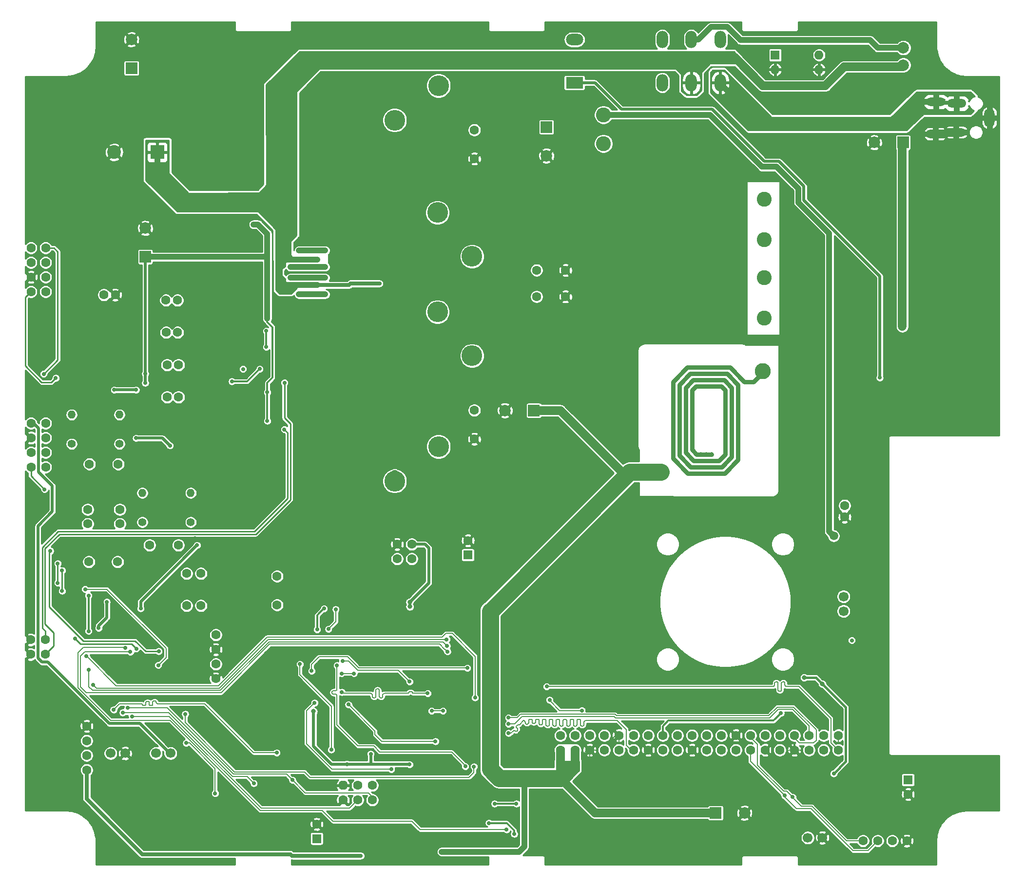
<source format=gbr>
G04 #@! TF.GenerationSoftware,KiCad,Pcbnew,(5.1.5)-3*
G04 #@! TF.CreationDate,2022-02-02T16:58:46+03:00*
G04 #@! TF.ProjectId,Streamer_ADAU1701_MK2,53747265-616d-4657-925f-414441553137,rev?*
G04 #@! TF.SameCoordinates,Original*
G04 #@! TF.FileFunction,Copper,L4,Bot*
G04 #@! TF.FilePolarity,Positive*
%FSLAX46Y46*%
G04 Gerber Fmt 4.6, Leading zero omitted, Abs format (unit mm)*
G04 Created by KiCad (PCBNEW (5.1.5)-3) date 2022-02-02 16:58:46*
%MOMM*%
%LPD*%
G04 APERTURE LIST*
%ADD10C,1.600000*%
%ADD11R,1.600000X1.600000*%
%ADD12C,1.400000*%
%ADD13O,1.400000X1.400000*%
%ADD14C,3.600000*%
%ADD15O,1.700000X1.600000*%
%ADD16O,5.600000X7.600000*%
%ADD17C,6.400000*%
%ADD18C,6.000000*%
%ADD19C,2.000000*%
%ADD20C,2.600000*%
%ADD21O,1.800000X3.300000*%
%ADD22O,3.300000X1.500000*%
%ADD23R,2.000000X2.000000*%
%ADD24R,2.400000X2.400000*%
%ADD25C,2.400000*%
%ADD26O,1.600000X1.600000*%
%ADD27C,1.700000*%
%ADD28R,3.000000X2.000000*%
%ADD29O,3.000000X2.000000*%
%ADD30O,2.000000X3.000000*%
%ADD31C,2.800000*%
%ADD32C,0.700000*%
%ADD33C,1.000000*%
%ADD34C,0.800000*%
%ADD35C,1.500000*%
%ADD36C,0.900000*%
%ADD37C,0.200000*%
%ADD38C,1.500000*%
%ADD39C,0.300000*%
%ADD40C,0.800000*%
%ADD41C,3.000000*%
%ADD42C,0.500000*%
%ADD43C,0.700000*%
%ADD44C,1.000000*%
%ADD45C,0.400000*%
%ADD46C,0.285000*%
%ADD47C,0.254000*%
G04 APERTURE END LIST*
D10*
X143450000Y-109800000D03*
D11*
X143450000Y-112300000D03*
D10*
X159527200Y-143670800D03*
X159527200Y-146210800D03*
X162067200Y-143670800D03*
X162067200Y-146210800D03*
X164607200Y-143670800D03*
X164607200Y-146210800D03*
X167147200Y-143670800D03*
X167147200Y-146210800D03*
X169687200Y-143670800D03*
X169687200Y-146210800D03*
X172227200Y-143670800D03*
X172227200Y-146210800D03*
X174767200Y-143670800D03*
X174767200Y-146210800D03*
X177307200Y-143670800D03*
X177307200Y-146210800D03*
X179847200Y-143670800D03*
X179847200Y-146210800D03*
X182387200Y-143670800D03*
X182387200Y-146210800D03*
X184927200Y-143670800D03*
X184927200Y-146210800D03*
X187467200Y-143670800D03*
X187467200Y-146210800D03*
X190007200Y-143670800D03*
X190007200Y-146210800D03*
X192547200Y-143670800D03*
X192547200Y-146210800D03*
X195087200Y-143670800D03*
X195087200Y-146210800D03*
X197627200Y-143670800D03*
X197627200Y-146210800D03*
X200167200Y-143670800D03*
X200167200Y-146210800D03*
X202707200Y-143670800D03*
X202707200Y-146210800D03*
X205247200Y-143670800D03*
X205247200Y-146210800D03*
X207787200Y-143670800D03*
X207787200Y-146210800D03*
X117190000Y-159100000D03*
D11*
X117190000Y-161600000D03*
D10*
X219700000Y-162000000D03*
X217160000Y-162000000D03*
X214620000Y-162000000D03*
X212080000Y-162000000D03*
X82984000Y-106900000D03*
X82984000Y-104400000D03*
X208900000Y-105700000D03*
X208900000Y-103700000D03*
X77396000Y-106900000D03*
X77396000Y-104400000D03*
D12*
X86900000Y-106600000D03*
D13*
X86900000Y-101520000D03*
D10*
X99664000Y-126200000D03*
X99664000Y-128740000D03*
X99664000Y-133820000D03*
X99664000Y-131280000D03*
D14*
X138348200Y-93469300D03*
X130728200Y-99469300D03*
X144169000Y-77673300D03*
X138169000Y-70053300D03*
X138169000Y-52794000D03*
X144169000Y-60414000D03*
X138348200Y-30731300D03*
X130728200Y-36731300D03*
D10*
X67550500Y-66548000D03*
X70090500Y-66548000D03*
X67550500Y-64008000D03*
X70090500Y-64008000D03*
X67550500Y-61468000D03*
X70090500Y-61468000D03*
X67550500Y-58928000D03*
X70090500Y-58928000D03*
X67550500Y-97028000D03*
X70090500Y-97028000D03*
X67550500Y-94488000D03*
X70090500Y-94488000D03*
X67550500Y-91948000D03*
X70090500Y-91948000D03*
X67550500Y-89408000D03*
X70090500Y-89408000D03*
X67500500Y-127040800D03*
X70040500Y-127040800D03*
X67500500Y-129580800D03*
X70040500Y-129580800D03*
X133700000Y-110452000D03*
X133700000Y-112992000D03*
X131160000Y-110452000D03*
X131160000Y-112992000D03*
X126842000Y-152362000D03*
X126842000Y-154902000D03*
X124302000Y-152362000D03*
X124302000Y-154902000D03*
D15*
X121762000Y-152362000D03*
D10*
X121762000Y-154902000D03*
X77230000Y-149673000D03*
X77230000Y-147133000D03*
X77230000Y-144593000D03*
X77230000Y-142053000D03*
D16*
X101700000Y-33650000D03*
X121700000Y-33650000D03*
X101650000Y-96700000D03*
X121650000Y-96700000D03*
D17*
X211507200Y-153430800D03*
X92207200Y-153430800D03*
X92207200Y-32430800D03*
X151907200Y-32430800D03*
X211507200Y-32430800D03*
D18*
X212657200Y-95940800D03*
X154657200Y-95940800D03*
X212657200Y-144940800D03*
X154657200Y-144940800D03*
D10*
X94584000Y-121120000D03*
X97084000Y-121120000D03*
X94584000Y-115532000D03*
X97084000Y-115532000D03*
D19*
X219100000Y-24150000D03*
X219100000Y-27150000D03*
D20*
X167000000Y-35800000D03*
X167000000Y-40800000D03*
D21*
X234057200Y-36330800D03*
D22*
X228357200Y-33830800D03*
X228257200Y-38830800D03*
X224657200Y-39130800D03*
X224757200Y-33530800D03*
D23*
X85000000Y-27700000D03*
D19*
X85000000Y-22700000D03*
D11*
X219900000Y-151400000D03*
D10*
X219900000Y-153900000D03*
X93024000Y-73624000D03*
X91024000Y-73624000D03*
X93184000Y-79272000D03*
X91184000Y-79272000D03*
X91184000Y-84860000D03*
X93184000Y-84860000D03*
X92992000Y-68036000D03*
X90992000Y-68036000D03*
D24*
X89500000Y-42300000D03*
D25*
X82000000Y-42300000D03*
D10*
X144571200Y-43431300D03*
X144571200Y-38431300D03*
X155393200Y-62800000D03*
X160393200Y-62800000D03*
X155393200Y-67400000D03*
X160393200Y-67400000D03*
X144571200Y-92151300D03*
X144571200Y-87151300D03*
D11*
X196832200Y-25405800D03*
D26*
X204452200Y-27945800D03*
X196832200Y-27945800D03*
X204452200Y-25405800D03*
D27*
X89250000Y-146774000D03*
X91790000Y-146774000D03*
X83916000Y-146774000D03*
X81376000Y-146774000D03*
D20*
X194900000Y-50500000D03*
X194900000Y-57500000D03*
X194900000Y-64100000D03*
X194900000Y-71100000D03*
D28*
X161957200Y-30230800D03*
D29*
X161957200Y-22730800D03*
D30*
X182257200Y-30230800D03*
X187297200Y-22730800D03*
X177217200Y-22730800D03*
X177217200Y-30230800D03*
X182257200Y-22730800D03*
X187297200Y-30230800D03*
D31*
X194632000Y-80330800D03*
X177000000Y-97900000D03*
D27*
X202483200Y-161455200D03*
X205023200Y-161455200D03*
X208706200Y-119519800D03*
X208706200Y-122059800D03*
D23*
X157090000Y-37930000D03*
D19*
X157090000Y-42930000D03*
D23*
X219044000Y-40600000D03*
D19*
X214044000Y-40600000D03*
D13*
X95300000Y-101520000D03*
D12*
X95300000Y-106600000D03*
X82900000Y-93000000D03*
D13*
X82900000Y-87920000D03*
X74600000Y-87920000D03*
D12*
X74600000Y-93000000D03*
D19*
X191500000Y-157150000D03*
D23*
X186500000Y-157150000D03*
X154900000Y-87200000D03*
D19*
X149900000Y-87200000D03*
D10*
X80200000Y-67100000D03*
X82200000Y-67100000D03*
D19*
X87400000Y-55500000D03*
D23*
X87400000Y-60500000D03*
D10*
X82600000Y-113500000D03*
X77600000Y-113500000D03*
X110300000Y-116000000D03*
X110300000Y-121000000D03*
X77700000Y-96500000D03*
X82700000Y-96500000D03*
X88150000Y-110600000D03*
X93150000Y-110600000D03*
D32*
X87350000Y-96600000D03*
X128850000Y-130300000D03*
X124950000Y-129900000D03*
X129250000Y-128850000D03*
X114100000Y-125100000D03*
X114050000Y-122300000D03*
X123250000Y-122450000D03*
X127050000Y-124100000D03*
X117100000Y-134050000D03*
X182450000Y-164100000D03*
X184700000Y-152450000D03*
X190500000Y-150500000D03*
X187600000Y-150500000D03*
X127100000Y-140850000D03*
X123350000Y-143050000D03*
X113850000Y-138500000D03*
X115650000Y-136800000D03*
X152850000Y-135600000D03*
X154450000Y-132150000D03*
X155950000Y-136200000D03*
X143600000Y-134250000D03*
X141050000Y-134500000D03*
X144450000Y-127550000D03*
X142700000Y-129950000D03*
X150800000Y-128850000D03*
X128300000Y-143000000D03*
X126000000Y-143900000D03*
X148200000Y-162350000D03*
X86700000Y-145250000D03*
X85300000Y-143800000D03*
X208000000Y-139150000D03*
X210050000Y-139150000D03*
X198950000Y-148300000D03*
X88350000Y-137200000D03*
X80100000Y-126050000D03*
X83150000Y-118800000D03*
X215050000Y-21700000D03*
X206400000Y-26250000D03*
X102850000Y-147500000D03*
X102850000Y-145100000D03*
X102900000Y-156250000D03*
X102950000Y-157850000D03*
X99600000Y-155650000D03*
X78000000Y-81800000D03*
X113300000Y-72800000D03*
X101800000Y-53950000D03*
X97500000Y-53950000D03*
X103050000Y-75250000D03*
X102850000Y-78650000D03*
X97400000Y-72300000D03*
X132800000Y-63000000D03*
X134550000Y-65050000D03*
X157200000Y-54550000D03*
X152600000Y-59900000D03*
X136200000Y-84900000D03*
X128200000Y-88400000D03*
X128200000Y-91400000D03*
X67700000Y-122400000D03*
X67200000Y-132400000D03*
X67200000Y-137900000D03*
X67200000Y-142900000D03*
X67200000Y-147400000D03*
X67200000Y-151900000D03*
X67200000Y-155900000D03*
X73200000Y-155900000D03*
X80200000Y-165900000D03*
X89500000Y-134000000D03*
X91800000Y-129000000D03*
X81100000Y-124600000D03*
X90100000Y-137200000D03*
X87700000Y-134000000D03*
X90200000Y-142700000D03*
X92100000Y-142700000D03*
X98000000Y-142900000D03*
X96700000Y-140700000D03*
X96300000Y-130300000D03*
X96300000Y-132300000D03*
X96200000Y-134300000D03*
X97100000Y-127500000D03*
X103400000Y-127200000D03*
X103300000Y-129300000D03*
X113400000Y-129200000D03*
X113100000Y-131300000D03*
X109200000Y-131400000D03*
X109200000Y-129400000D03*
X107600000Y-134400000D03*
X107500000Y-136400000D03*
X107500000Y-138200000D03*
X113500000Y-135400000D03*
X107200000Y-141900000D03*
X128000000Y-138000000D03*
X130700000Y-143900000D03*
X130600000Y-137900000D03*
X134200000Y-135100000D03*
X134200000Y-137300000D03*
X138000000Y-135100000D03*
X138000000Y-137400000D03*
X136700000Y-137400000D03*
X139100000Y-140500000D03*
X143600000Y-140400000D03*
X143600000Y-142533333D03*
X143600000Y-138300000D03*
X153000000Y-133300000D03*
X132000000Y-157600000D03*
X126700000Y-157600000D03*
X132000000Y-155700000D03*
X132000000Y-159500000D03*
X129600000Y-159500000D03*
X125600000Y-159900000D03*
X122800000Y-159800000D03*
X119100000Y-159000000D03*
X115300000Y-159000000D03*
X116700000Y-154900000D03*
X113400000Y-154900000D03*
X112400000Y-148300000D03*
X110700000Y-163000000D03*
X104600000Y-162900000D03*
X113600000Y-166000000D03*
X102200000Y-165900000D03*
X119300000Y-163300000D03*
X115200000Y-162800000D03*
X188800000Y-147700000D03*
X193400000Y-150500000D03*
X178800000Y-147700000D03*
X183600000Y-147700000D03*
X184700000Y-150500000D03*
X201900000Y-150100000D03*
X197300000Y-150100000D03*
X198400000Y-159000000D03*
X195400000Y-159000000D03*
X195300000Y-163200000D03*
X199100000Y-163200000D03*
X201700000Y-165900000D03*
X206700000Y-165800000D03*
X67200000Y-86200000D03*
X201400000Y-20100000D03*
X217400000Y-20200000D03*
X224000000Y-20200000D03*
X234800000Y-30000000D03*
X223300000Y-43500000D03*
X234400000Y-41900000D03*
X229000000Y-54266666D03*
X105100000Y-149000000D03*
X105200000Y-147300000D03*
X105200000Y-157100000D03*
X105200000Y-159300000D03*
X74000000Y-78600000D03*
X67700000Y-44155999D03*
X74800000Y-75300000D03*
X90700000Y-96000000D03*
X90800000Y-97500000D03*
X78100000Y-83300000D03*
X93600000Y-100400000D03*
X86400000Y-111700000D03*
X102000000Y-116600000D03*
X83100000Y-98200000D03*
X84900000Y-106700000D03*
X107600000Y-130600000D03*
X114700000Y-129200000D03*
X108400000Y-129400000D03*
X95500000Y-147300000D03*
X193500000Y-153300000D03*
X205800000Y-156500000D03*
X205800000Y-153500000D03*
X201400000Y-159000000D03*
X185800000Y-163400000D03*
X185800000Y-161500000D03*
X180100000Y-162000000D03*
X179300000Y-164100000D03*
X171700000Y-162000000D03*
X169300000Y-162000000D03*
X162500000Y-159200000D03*
X160000000Y-157700000D03*
X157200000Y-157100000D03*
X154500000Y-156950000D03*
X162500000Y-157200000D03*
X162500000Y-163200000D03*
X162500000Y-161200000D03*
X157400000Y-162200000D03*
X154500000Y-162150000D03*
X112800000Y-159000000D03*
X110400000Y-159900000D03*
X73000000Y-122200000D03*
X75000000Y-124000000D03*
X67700000Y-30400000D03*
X67700000Y-34985333D03*
X67700000Y-39570666D03*
X229000000Y-68088888D03*
X229000000Y-61177777D03*
X229300000Y-46500000D03*
X194800000Y-136100000D03*
X199200000Y-136100000D03*
X203600000Y-139000000D03*
X143600000Y-136400000D03*
X68900000Y-88500000D03*
X67056000Y-81216500D03*
X67373500Y-100774500D03*
X67437000Y-105918000D03*
X67437000Y-103187500D03*
X68516500Y-76136500D03*
X68326000Y-71183500D03*
X70802500Y-73533000D03*
X67700000Y-53326665D03*
X67700000Y-48741332D03*
X67700000Y-57086500D03*
X71120000Y-60198000D03*
X73469500Y-145859500D03*
X106870500Y-145923000D03*
X102806500Y-153924000D03*
X108700000Y-151320500D03*
X110109000Y-144970500D03*
X110553500Y-151765000D03*
X105283000Y-152781000D03*
X102616000Y-140843000D03*
X117348000Y-57912000D03*
X117398800Y-68427600D03*
D33*
X112725200Y-68275200D03*
X115316000Y-54254400D03*
X115316000Y-47396400D03*
X125000000Y-63175000D03*
D32*
X117400000Y-70300000D03*
X106000000Y-63800000D03*
X105000000Y-63800000D03*
X101700000Y-66200000D03*
X97400000Y-65250000D03*
X97400000Y-62900000D03*
X97400000Y-67600000D03*
X97400000Y-69950000D03*
X122000000Y-58000000D03*
X122000000Y-55000000D03*
X122000000Y-52000000D03*
X122000000Y-50000000D03*
X125000000Y-50000000D03*
X125000000Y-52000000D03*
X128000000Y-60000000D03*
X128000000Y-63000000D03*
X123000000Y-70000000D03*
X123000000Y-73000000D03*
X123000000Y-76000000D03*
X123000000Y-79000000D03*
X126000000Y-79000000D03*
X126000000Y-76000000D03*
X126000000Y-73000000D03*
X130500000Y-73000000D03*
X130500000Y-79000000D03*
X116000000Y-77000000D03*
X116000000Y-85000000D03*
X124000000Y-85000000D03*
X126000000Y-82000000D03*
X142000000Y-85000000D03*
X139000000Y-111000000D03*
X146000000Y-106000000D03*
X142000000Y-106000000D03*
X133000000Y-117000000D03*
X132000000Y-115000000D03*
X129000000Y-117000000D03*
X127000000Y-117000000D03*
X125000000Y-117000000D03*
X123000000Y-117000000D03*
X121000000Y-117000000D03*
X119000000Y-117000000D03*
X102000000Y-114000000D03*
X98725000Y-114000000D03*
X182000000Y-133000000D03*
X190000000Y-133000000D03*
X169000000Y-133000000D03*
X164000000Y-127000000D03*
X124000000Y-129000000D03*
X130000000Y-131000000D03*
X128000000Y-134000000D03*
X130900000Y-134000000D03*
X119000000Y-134000000D03*
X108000000Y-125000000D03*
X212000000Y-131000000D03*
X136800000Y-143100000D03*
X136800000Y-145600000D03*
X143600000Y-144666666D03*
X143600000Y-146800000D03*
X131600000Y-122900000D03*
X130000000Y-124100000D03*
X136800000Y-119700000D03*
X183700000Y-158900000D03*
X144700000Y-98200000D03*
X140700000Y-98200000D03*
X144600000Y-102600000D03*
X145400000Y-116000000D03*
X162500000Y-151600000D03*
X163600000Y-149000000D03*
X110100000Y-82600000D03*
X101700000Y-64200000D03*
X105785000Y-57785000D03*
X113500000Y-58100000D03*
X117300000Y-52400000D03*
X114200000Y-58100000D03*
X106000000Y-61900000D03*
X128200000Y-67200000D03*
X112000000Y-63182500D03*
X214950000Y-25750000D03*
X217150000Y-25750000D03*
X212600000Y-25800000D03*
X190500000Y-20250000D03*
X222200000Y-83200000D03*
X141200000Y-80500000D03*
X146400000Y-70800000D03*
X150400000Y-71000000D03*
X140900000Y-55200000D03*
X134500000Y-49600000D03*
X134600000Y-45500000D03*
X71400000Y-65300000D03*
X71400000Y-67900000D03*
X146300000Y-158100000D03*
X154500000Y-154150000D03*
X157300000Y-154200000D03*
X169300000Y-153400000D03*
X166900000Y-153400000D03*
X168100000Y-151200000D03*
X235000000Y-148000000D03*
X235200000Y-156200000D03*
X74900000Y-104600000D03*
X75600000Y-98300000D03*
X76400000Y-64900000D03*
X76400000Y-62600000D03*
X146200000Y-153700000D03*
X143500000Y-155500000D03*
X145000000Y-151000000D03*
X139000000Y-152800000D03*
X143500000Y-153000000D03*
X151800000Y-154100000D03*
X151800000Y-156900000D03*
X154600000Y-159900000D03*
X157400000Y-160600000D03*
X180200000Y-155400000D03*
X177200000Y-159700000D03*
X170500000Y-158800000D03*
X168200000Y-159400000D03*
X151900000Y-159300000D03*
X208700000Y-113200000D03*
X203100000Y-113200000D03*
X203300000Y-128400000D03*
X203000000Y-121000000D03*
X204000000Y-88000000D03*
X209000000Y-88000000D03*
X213500000Y-75000000D03*
X216000000Y-72000000D03*
X216000000Y-77500000D03*
X164000000Y-53000000D03*
X177000000Y-53000000D03*
X184000000Y-53000000D03*
X190000000Y-53000000D03*
X190000000Y-60000000D03*
X184000000Y-60000000D03*
X177000000Y-60000000D03*
X178000000Y-67000000D03*
X184000000Y-67000000D03*
X190000000Y-67000000D03*
X178000000Y-74000000D03*
X184000000Y-74000000D03*
X190000000Y-74000000D03*
X217600000Y-32100000D03*
X217500000Y-42900000D03*
X188300000Y-41100000D03*
X177300000Y-42400000D03*
X169300000Y-44100000D03*
X163400000Y-41600000D03*
X170900000Y-37400000D03*
X177600000Y-37400000D03*
X175000000Y-30100000D03*
X179300000Y-30100000D03*
X166300000Y-29100000D03*
X166300000Y-23000000D03*
X171000000Y-20000000D03*
X175000000Y-20000000D03*
X102000000Y-20000000D03*
X98000000Y-20000000D03*
X94000000Y-20000000D03*
X229000000Y-75000000D03*
X209000000Y-85000000D03*
X197900000Y-85500000D03*
X223000000Y-47000000D03*
X223000000Y-54000000D03*
X223000000Y-61000000D03*
X223000000Y-68000000D03*
X215000000Y-47000000D03*
X215000000Y-54000000D03*
X215000000Y-61000000D03*
X208000000Y-47000000D03*
X208000000Y-54000000D03*
X208000000Y-61000000D03*
X208000000Y-68000000D03*
X208000000Y-75000000D03*
X200000000Y-75000000D03*
X200000000Y-68000000D03*
X200000000Y-61000000D03*
X216000000Y-112000000D03*
X216000000Y-119000000D03*
X229000000Y-148000000D03*
X222000000Y-148000000D03*
X223500000Y-77000000D03*
X224500000Y-77000000D03*
X225500000Y-77000000D03*
X226500000Y-77000000D03*
X227500000Y-77000000D03*
X228500000Y-77000000D03*
X229500000Y-77000000D03*
X230500000Y-77000000D03*
X231500000Y-77000000D03*
X232500000Y-77000000D03*
X223000000Y-75000000D03*
X226500000Y-89500000D03*
X225500000Y-89500000D03*
X224500000Y-89500000D03*
X223500000Y-89500000D03*
X232500000Y-89500000D03*
X228500000Y-89500000D03*
X229500000Y-89500000D03*
X227500000Y-89500000D03*
X230500000Y-89500000D03*
X231500000Y-89500000D03*
X205000000Y-47500000D03*
X203000000Y-47500000D03*
X204000000Y-47500000D03*
X198000000Y-47500000D03*
X206000000Y-47500000D03*
X200000000Y-34500000D03*
X199000000Y-34500000D03*
X198000000Y-34500000D03*
X197000000Y-34500000D03*
X206000000Y-34500000D03*
X202000000Y-34500000D03*
X203000000Y-34500000D03*
X201000000Y-34500000D03*
X204000000Y-34500000D03*
X205000000Y-34500000D03*
X114800000Y-151000000D03*
X116600000Y-147900000D03*
X122300000Y-140800000D03*
X118400000Y-144000000D03*
X120900000Y-144000000D03*
X150600000Y-136600000D03*
X78500000Y-78100000D03*
X81600000Y-74700000D03*
X81600000Y-78900000D03*
X87900000Y-90600000D03*
X87800000Y-94600000D03*
X80900000Y-91900000D03*
X76300000Y-91900000D03*
X90000000Y-93300000D03*
X88600000Y-74700000D03*
X88600000Y-79000000D03*
X88800000Y-84500000D03*
X98630000Y-122200000D03*
X92900000Y-120010000D03*
X85800000Y-86500000D03*
X94190000Y-94080000D03*
X98790000Y-90350000D03*
X95620000Y-79030000D03*
X92630000Y-91610000D03*
X93370000Y-86700000D03*
X93500000Y-107030000D03*
X88500000Y-107030000D03*
X96050000Y-109440000D03*
X95450000Y-114000000D03*
X132280000Y-130230000D03*
X136240000Y-130160000D03*
X136540000Y-125180000D03*
X136540000Y-123160000D03*
X137990000Y-133280000D03*
X84790000Y-132740000D03*
X83120000Y-132720000D03*
X132920000Y-149950000D03*
X132970000Y-153080000D03*
X136800000Y-148280000D03*
X145020000Y-147970000D03*
X160870000Y-138050000D03*
X155670000Y-22280000D03*
X168620000Y-29090000D03*
X105030000Y-54310000D03*
X106700000Y-70900000D03*
X103200000Y-72100000D03*
X113600000Y-70800000D03*
X142200000Y-22100000D03*
X144600000Y-22100000D03*
X116800000Y-22700000D03*
X150900000Y-22400000D03*
X142700000Y-29500000D03*
X151900000Y-49600000D03*
X144300000Y-35800000D03*
X76400000Y-66400000D03*
X227000000Y-83300000D03*
X228000000Y-83300000D03*
X229000000Y-83300000D03*
X228000000Y-82200000D03*
X229000000Y-82200000D03*
X227000000Y-82200000D03*
X228000000Y-84400000D03*
X229000000Y-84400000D03*
X227000000Y-84400000D03*
X201100000Y-41000000D03*
X202100000Y-41000000D03*
X201100000Y-42100000D03*
X200100000Y-42100000D03*
X202100000Y-42100000D03*
X200100000Y-41000000D03*
X201100000Y-39900000D03*
X202100000Y-39900000D03*
X200100000Y-39900000D03*
X190400000Y-138700000D03*
X186300000Y-137200000D03*
X199300000Y-140100000D03*
X205300000Y-141900000D03*
X208100000Y-158900000D03*
X214400000Y-158900000D03*
X90700000Y-117800000D03*
X88200000Y-114700000D03*
X86000000Y-117200000D03*
X83000000Y-117300000D03*
X75800000Y-112400000D03*
X151850000Y-155550000D03*
X148100000Y-155550000D03*
X147100000Y-158900000D03*
X151500000Y-160800000D03*
D34*
X185761200Y-94797800D03*
X184831700Y-94797800D03*
D35*
X153717000Y-115483000D03*
D33*
X182450000Y-157150000D03*
X138900000Y-163900000D03*
D32*
X123888500Y-164592000D03*
X124841000Y-164592000D03*
D34*
X183902200Y-94797800D03*
D32*
X147350000Y-149200000D03*
X214997466Y-81497466D03*
X118460000Y-121628000D03*
X117250000Y-125250000D03*
X126574000Y-146903000D03*
X122411000Y-148653000D03*
D34*
X116641500Y-139494500D03*
X133333000Y-120471000D03*
D32*
X133322000Y-148705000D03*
D34*
X133350000Y-121285000D03*
D32*
X114269000Y-131280000D03*
X119716000Y-146153000D03*
D33*
X117317000Y-60960000D03*
X112665000Y-60960000D03*
X117317000Y-65405000D03*
D32*
X128100000Y-65113000D03*
D33*
X112650000Y-65405000D03*
X111600000Y-65410000D03*
X111630000Y-60960000D03*
X113700000Y-65405000D03*
X113700000Y-60960000D03*
D35*
X218912500Y-72600000D03*
X218912500Y-71000000D03*
X218912500Y-69400000D03*
D32*
X95447600Y-50647600D03*
X120492000Y-121755000D03*
X119222000Y-125184000D03*
X123650000Y-132900000D03*
X121500000Y-132900000D03*
X197800000Y-139800000D03*
D35*
X207000000Y-109000000D03*
D33*
X106200000Y-54864000D03*
X108585000Y-71247000D03*
D32*
X108600000Y-89000000D03*
X108600000Y-84036000D03*
X87400000Y-80800000D03*
X87400000Y-82400000D03*
X104377000Y-79986000D03*
D34*
X201850000Y-133600000D03*
X205000000Y-134700000D03*
D32*
X96400000Y-110600000D03*
X80729000Y-120471000D03*
X79300000Y-125000000D03*
X207000000Y-150300000D03*
X86600000Y-121600000D03*
D36*
X112623600Y-62230000D03*
D33*
X118681500Y-62230000D03*
X117600000Y-62230000D03*
D36*
X112618000Y-64135000D03*
X118681500Y-64135000D03*
X117600000Y-64135000D03*
D33*
X114109500Y-59382500D03*
X118681500Y-59382500D03*
X117600000Y-59382500D03*
X114109500Y-67005200D03*
X118681500Y-67005200D03*
X117600000Y-67005200D03*
D32*
X111583500Y-82366500D03*
X111569500Y-90480500D03*
X150146000Y-160046000D03*
X83900000Y-128450000D03*
X133325000Y-134325000D03*
X121650000Y-130750000D03*
X143000000Y-149050000D03*
X120700000Y-131500000D03*
X143350000Y-131950000D03*
X116300000Y-132450000D03*
X136460000Y-136360000D03*
X121550000Y-136150000D03*
X116809000Y-138011000D03*
X130144000Y-149568000D03*
X122700000Y-138300000D03*
X137800000Y-144700000D03*
X157125000Y-135175000D03*
X137150000Y-139400000D03*
X139100000Y-139400000D03*
X163250000Y-139350000D03*
X157650000Y-137500000D03*
X94350000Y-139950000D03*
X144500000Y-149100000D03*
X94504000Y-144996000D03*
X99550000Y-153750000D03*
X106268000Y-152000000D03*
X83500000Y-139700000D03*
X110229000Y-146671000D03*
X81900000Y-139200000D03*
X89664000Y-131464000D03*
X76950000Y-118250000D03*
X71850000Y-81550000D03*
X70900000Y-111600000D03*
X89750000Y-129050000D03*
X72200000Y-113800000D03*
X72200000Y-117150000D03*
X75250000Y-126850000D03*
X85850000Y-128600000D03*
X69750000Y-80850000D03*
X72950000Y-115000000D03*
X72950000Y-118550000D03*
X69900000Y-100900000D03*
X139900000Y-129100000D03*
X84800000Y-129150000D03*
X77550000Y-125550000D03*
X77550000Y-119350000D03*
X150500000Y-140600000D03*
X144700000Y-137100000D03*
X77150000Y-129900000D03*
X139800000Y-128100000D03*
X77600000Y-132264000D03*
X139750000Y-127000000D03*
X78350000Y-134850000D03*
X84350000Y-138900000D03*
X112975000Y-151425000D03*
X85100000Y-140350000D03*
X150500000Y-141700000D03*
X150500000Y-143270000D03*
X199867000Y-154394000D03*
X198470000Y-154140000D03*
X102458000Y-82131000D03*
X107284000Y-79972000D03*
X108427000Y-76162000D03*
X108427000Y-73368000D03*
X210146200Y-127153800D03*
X82000000Y-83600000D03*
X85800000Y-83600000D03*
X85800000Y-92000000D03*
X91700000Y-93300000D03*
D37*
X169687200Y-143670800D02*
X169129200Y-143670800D01*
X169129200Y-143670800D02*
X168400000Y-144400000D01*
X168400000Y-144400000D02*
X168400000Y-147550000D01*
X168400000Y-147550000D02*
X167900000Y-148050000D01*
X167900000Y-148050000D02*
X165050000Y-148050000D01*
X164607200Y-147607200D02*
X164607200Y-146210800D01*
X165050000Y-148050000D02*
X164607200Y-147607200D01*
D38*
X224657200Y-39130800D02*
X226357200Y-39130800D01*
X226657200Y-38830800D02*
X228257200Y-38830800D01*
X226357200Y-39130800D02*
X226657200Y-38830800D01*
D37*
X174767200Y-146210800D02*
X174510800Y-146210800D01*
X169687200Y-143670800D02*
X169687200Y-144712800D01*
X174767200Y-146210800D02*
X174889200Y-146210800D01*
X176100000Y-145000000D02*
X176100000Y-143000000D01*
X182387200Y-146210800D02*
X182310800Y-146210800D01*
X181100000Y-145000000D02*
X181100000Y-142800000D01*
X182387200Y-146210800D02*
X182387200Y-146112800D01*
X183700000Y-144800000D02*
X183700000Y-143000000D01*
X191300000Y-144900000D02*
X191300000Y-147300000D01*
X190007200Y-143670800D02*
X189929200Y-143670800D01*
X188800000Y-144800000D02*
X188800000Y-147700000D01*
X195087200Y-146210800D02*
X195089200Y-146210800D01*
X196300000Y-145000000D02*
X196300000Y-142700000D01*
X193800000Y-144600000D02*
X193800000Y-142600000D01*
X200167200Y-146210800D02*
X200010800Y-146210800D01*
X198900000Y-145100000D02*
X198900000Y-143000000D01*
X200167200Y-146210800D02*
X199189200Y-146210800D01*
X199189200Y-146210800D02*
X199000000Y-146400000D01*
X200167200Y-146210800D02*
X201210800Y-146210800D01*
X201210800Y-146210800D02*
X201400000Y-146400000D01*
X207787200Y-143670800D02*
X207787200Y-144787200D01*
X207787200Y-144787200D02*
X207900000Y-144900000D01*
X164607200Y-146210800D02*
X165610800Y-146210800D01*
X165610800Y-146210800D02*
X165800000Y-146400000D01*
X164607200Y-146210800D02*
X164189200Y-146210800D01*
X164189200Y-146210800D02*
X163800000Y-146600000D01*
X163800000Y-146600000D02*
X163800000Y-147300000D01*
D39*
X195087200Y-146210800D02*
X195087200Y-145887200D01*
D37*
X194300000Y-145100000D02*
X193800000Y-144600000D01*
D39*
X194300000Y-145100000D02*
X194500000Y-144900000D01*
X194600000Y-145000000D02*
X196300000Y-145000000D01*
X194500000Y-144900000D02*
X194600000Y-145000000D01*
X200167200Y-146210800D02*
X200110800Y-146210800D01*
X198800000Y-144900000D02*
X196600000Y-144900000D01*
X190007200Y-143670800D02*
X190070800Y-143670800D01*
X191300000Y-144900000D02*
X189300000Y-144900000D01*
X183700000Y-144800000D02*
X183200000Y-144800000D01*
X183200000Y-144800000D02*
X183000000Y-145000000D01*
X183000000Y-145000000D02*
X181700000Y-145000000D01*
D37*
X173500000Y-145000000D02*
X173500000Y-142900000D01*
X173500000Y-145200000D02*
X173500000Y-145000000D01*
D39*
X200167200Y-146210800D02*
X200167200Y-145167200D01*
X200167200Y-145167200D02*
X200000000Y-145000000D01*
X196300000Y-145000000D02*
X196300000Y-147100000D01*
X198900000Y-145100000D02*
X198900000Y-147100000D01*
X151850000Y-155550000D02*
X148100000Y-155550000D01*
X147100000Y-158900000D02*
X150200000Y-158900000D01*
X151500000Y-160200000D02*
X151500000Y-160800000D01*
X150200000Y-158900000D02*
X151500000Y-160200000D01*
D40*
X190361200Y-82697800D02*
X188461200Y-80797800D01*
X181261200Y-83197800D02*
X181261200Y-94497800D01*
X182561200Y-81897800D02*
X181261200Y-83197800D01*
X187461200Y-82997800D02*
X183061200Y-82997800D01*
X182361200Y-83697800D02*
X182361200Y-93997800D01*
X188161200Y-94797800D02*
X188161200Y-83697800D01*
X182661200Y-95897800D02*
X187061200Y-95897800D01*
X183061200Y-82997800D02*
X182361200Y-83697800D01*
X181561200Y-79697800D02*
X179061200Y-82197800D01*
X180161200Y-82697800D02*
X180161200Y-94997800D01*
X187561200Y-96997800D02*
X189261200Y-95297800D01*
X182361200Y-93997800D02*
X183161200Y-94797800D01*
X180161200Y-94997800D02*
X182161200Y-96997800D01*
X181261200Y-94497800D02*
X182661200Y-95897800D01*
X188461200Y-80797800D02*
X182061200Y-80797800D01*
X181661200Y-98097800D02*
X188061200Y-98097800D01*
X187061200Y-95897800D02*
X188161200Y-94797800D01*
X183161200Y-94797800D02*
X183902200Y-94797800D01*
X187961200Y-81897800D02*
X182561200Y-81897800D01*
X179061200Y-95497800D02*
X181661200Y-98097800D01*
X182161200Y-96997800D02*
X187561200Y-96997800D01*
X191461200Y-82197800D02*
X188961200Y-79697800D01*
X190361200Y-95797800D02*
X190361200Y-82697800D01*
X188961200Y-79697800D02*
X181561200Y-79697800D01*
X188161200Y-83697800D02*
X187461200Y-82997800D01*
X188061200Y-98097800D02*
X190361200Y-95797800D01*
X189261200Y-83197800D02*
X187961200Y-81897800D01*
X189261200Y-95297800D02*
X189261200Y-83197800D01*
X179061200Y-82197800D02*
X179061200Y-95497800D01*
X182061200Y-80797800D02*
X180161200Y-82697800D01*
X193090200Y-82197800D02*
X194957200Y-80330800D01*
X191461200Y-82197800D02*
X193090200Y-82197800D01*
D38*
X162067200Y-148532800D02*
X162067200Y-146210800D01*
X160950000Y-149650000D02*
X162067200Y-148532800D01*
X159527200Y-146210800D02*
X159527200Y-149650000D01*
D41*
X159500000Y-151100000D02*
X160950000Y-149650000D01*
D38*
X165550000Y-157150000D02*
X159500000Y-151100000D01*
X182450000Y-157150000D02*
X165550000Y-157150000D01*
D42*
X124841000Y-164592000D02*
X124904500Y-164592000D01*
D43*
X123888500Y-164592000D02*
X124841000Y-164592000D01*
X77230000Y-149673000D02*
X77230000Y-154700000D01*
X77230000Y-154700000D02*
X86860790Y-164330790D01*
X86860790Y-164330790D02*
X112655732Y-164330790D01*
X112916942Y-164592000D02*
X123888500Y-164592000D01*
X112655732Y-164330790D02*
X112916942Y-164592000D01*
D40*
X183902200Y-94797800D02*
X185761200Y-94797800D01*
D41*
X148900000Y-151100000D02*
X159500000Y-151100000D01*
X171600000Y-97900000D02*
X147400000Y-122100000D01*
X147350000Y-149550000D02*
X148900000Y-151100000D01*
X177000000Y-97900000D02*
X171600000Y-97900000D01*
X147350000Y-122100000D02*
X147350000Y-149550000D01*
X147400000Y-122100000D02*
X147350000Y-122100000D01*
D38*
X154900000Y-87200000D02*
X159500000Y-87200000D01*
X159500000Y-87200000D02*
X170900000Y-98600000D01*
D44*
X153250000Y-163000000D02*
X153250000Y-151100000D01*
X138900000Y-163900000D02*
X152350000Y-163900000D01*
X152350000Y-163900000D02*
X153250000Y-163000000D01*
D38*
X186500000Y-157150000D02*
X182450000Y-157150000D01*
D42*
X201800000Y-50631237D02*
X215000000Y-63831237D01*
X197478242Y-43878242D02*
X201800000Y-48200000D01*
X165530800Y-30230800D02*
X170149990Y-34849990D01*
X201800000Y-48200000D02*
X201800000Y-50631237D01*
X161957200Y-30230800D02*
X165530800Y-30230800D01*
X215000000Y-63831237D02*
X215000000Y-81494932D01*
X170149990Y-34849990D02*
X185893506Y-34849990D01*
X185893506Y-34849990D02*
X194921758Y-43878242D01*
X215000000Y-81494932D02*
X214997466Y-81497466D01*
X194921758Y-43878242D02*
X197478242Y-43878242D01*
X126574000Y-146903000D02*
X126574000Y-148653000D01*
D39*
X118460000Y-121628000D02*
X118422000Y-121628000D01*
X117250000Y-122800000D02*
X117250000Y-125250000D01*
X118422000Y-121628000D02*
X117250000Y-122800000D01*
D42*
X133700000Y-110452000D02*
X135979000Y-110452000D01*
X135979000Y-110452000D02*
X136652000Y-111125000D01*
X136652000Y-117152000D02*
X133333000Y-120471000D01*
X136652000Y-111125000D02*
X136652000Y-117152000D01*
X133333000Y-121268000D02*
X133350000Y-121285000D01*
X133333000Y-120471000D02*
X133333000Y-121268000D01*
X122411000Y-148653000D02*
X133270000Y-148653000D01*
X116641500Y-145574670D02*
X116641500Y-139494500D01*
X122411000Y-148653000D02*
X119719830Y-148653000D01*
X119719830Y-148653000D02*
X116641500Y-145574670D01*
D37*
X119730000Y-138580000D02*
X119730000Y-146139000D01*
X119730000Y-146139000D02*
X119716000Y-146153000D01*
X114269000Y-131280000D02*
X114269000Y-133119000D01*
X114269000Y-133119000D02*
X119730000Y-138580000D01*
D44*
X112618000Y-65405000D02*
X117317000Y-65405000D01*
D43*
X128100000Y-65113000D02*
X123050200Y-65113000D01*
X122758200Y-65405000D02*
X117317000Y-65405000D01*
X123050200Y-65113000D02*
X122758200Y-65405000D01*
D44*
X111302800Y-60960000D02*
X111302800Y-52628800D01*
X117317000Y-60960000D02*
X111302800Y-60960000D01*
D37*
X182257200Y-30230800D02*
X182257200Y-26992800D01*
D38*
X208833200Y-27444800D02*
X218755200Y-27444800D01*
X182214000Y-25870000D02*
X189820000Y-25870000D01*
X189820000Y-25870000D02*
X194696800Y-30746800D01*
X205531200Y-30746800D02*
X208833200Y-27444800D01*
X194696800Y-30746800D02*
X205531200Y-30746800D01*
D37*
X182214000Y-30187600D02*
X182257200Y-30230800D01*
X182214000Y-25870000D02*
X182214000Y-30187600D01*
D44*
X109321600Y-50647600D02*
X111302800Y-52628800D01*
X89500000Y-45900000D02*
X94247600Y-50647600D01*
X89500000Y-42300000D02*
X89500000Y-45900000D01*
D38*
X116470000Y-25870000D02*
X182214000Y-25870000D01*
X116400000Y-25900000D02*
X116470000Y-25870000D01*
X111302800Y-30997200D02*
X116400000Y-25900000D01*
X111302800Y-52628800D02*
X111302800Y-30997200D01*
X218912500Y-40731500D02*
X219044000Y-40600000D01*
X218912500Y-72600000D02*
X218912500Y-40731500D01*
D44*
X94247600Y-50647600D02*
X95447600Y-50647600D01*
X95447600Y-50647600D02*
X109321600Y-50647600D01*
X112645000Y-65410000D02*
X112650000Y-65405000D01*
X111600000Y-65410000D02*
X112645000Y-65410000D01*
D37*
X120492000Y-121755000D02*
X120492000Y-123914000D01*
X120492000Y-123914000D02*
X119222000Y-125184000D01*
X123650000Y-132900000D02*
X121500000Y-132900000D01*
D39*
X196550000Y-141100000D02*
X178250000Y-141100000D01*
X177307200Y-142042800D02*
X177307200Y-143670800D01*
X178250000Y-141100000D02*
X177307200Y-142042800D01*
X197800000Y-139850000D02*
X196550000Y-141100000D01*
X197800000Y-139800000D02*
X197800000Y-139850000D01*
D44*
X185500000Y-35800000D02*
X167000000Y-35800000D01*
X194528252Y-44828252D02*
X185500000Y-35800000D01*
X200849990Y-51024743D02*
X200849990Y-48593506D01*
X207000000Y-109000000D02*
X206200000Y-108200000D01*
X206200000Y-108200000D02*
X206200000Y-56374753D01*
X206200000Y-56374753D02*
X200849990Y-51024743D01*
X197084736Y-44828252D02*
X194528252Y-44828252D01*
X200849990Y-48593506D02*
X197084736Y-44828252D01*
X108585000Y-56451500D02*
X106997500Y-54864000D01*
X108585000Y-71247000D02*
X108585000Y-56451500D01*
D39*
X108585000Y-71247000D02*
X108585000Y-71785000D01*
X108585000Y-71785000D02*
X109500000Y-72700000D01*
X109500000Y-72700000D02*
X109500000Y-81500000D01*
X109500000Y-81500000D02*
X108600000Y-82400000D01*
X108600000Y-82400000D02*
X108600000Y-84100000D01*
X108600000Y-84100000D02*
X108600000Y-89000000D01*
D42*
X87400000Y-60500000D02*
X87400000Y-80800000D01*
X87400000Y-80800000D02*
X87400000Y-82400000D01*
D44*
X87400000Y-60500000D02*
X108585000Y-60500000D01*
X106997500Y-54864000D02*
X106200000Y-54864000D01*
D45*
X203900000Y-133600000D02*
X205000000Y-134700000D01*
X201850000Y-133600000D02*
X203900000Y-133600000D01*
D42*
X104377000Y-79986000D02*
X104363000Y-79972000D01*
X80729000Y-120471000D02*
X80729000Y-123171000D01*
X80729000Y-123171000D02*
X79300000Y-124600000D01*
X79300000Y-124600000D02*
X79300000Y-125000000D01*
D45*
X207000000Y-150300000D02*
X207000000Y-150200000D01*
X209100000Y-138800000D02*
X205000000Y-134700000D01*
X207000000Y-150300000D02*
X209100000Y-148200000D01*
X209100000Y-148200000D02*
X209100000Y-138800000D01*
D42*
X81156482Y-141600010D02*
X70499262Y-130942790D01*
X70499262Y-130942790D02*
X69474790Y-130942790D01*
X91674000Y-146774000D02*
X86500010Y-141600010D01*
X86500010Y-141600010D02*
X81156482Y-141600010D01*
X69474790Y-130942790D02*
X68770500Y-130238500D01*
X91790000Y-146774000D02*
X91674000Y-146774000D01*
X68770500Y-130238500D02*
X68770500Y-107251500D01*
X68770500Y-107251500D02*
X71247000Y-104775000D01*
X68820500Y-97853500D02*
X68820500Y-90233500D01*
X71247000Y-104775000D02*
X71247000Y-100266500D01*
X67995000Y-89408000D02*
X68820500Y-90233500D01*
X67550500Y-89408000D02*
X67995000Y-89408000D01*
X68834000Y-97853500D02*
X71247000Y-100266500D01*
X68820500Y-97853500D02*
X68834000Y-97853500D01*
X86600000Y-120400000D02*
X96400000Y-110600000D01*
X86600000Y-121600000D02*
X86600000Y-120400000D01*
D44*
X112623600Y-62230000D02*
X118681500Y-62230000D01*
X112618000Y-64135000D02*
X118681500Y-64135000D01*
D38*
X130728200Y-36731300D02*
X130585700Y-36731300D01*
D44*
X114109500Y-59382500D02*
X118681500Y-59382500D01*
D38*
X130728200Y-99469300D02*
X130728200Y-98336200D01*
D44*
X114109500Y-67005200D02*
X118681500Y-67005200D01*
D37*
X111616500Y-82366500D02*
X111583500Y-82366500D01*
D46*
X112600000Y-102700000D02*
X112600000Y-89500000D01*
X72483292Y-108692510D02*
X106607490Y-108692510D01*
X106607490Y-108692510D02*
X112600000Y-102700000D01*
X71500000Y-128121300D02*
X71500000Y-125800000D01*
X70000000Y-124300000D02*
X70000000Y-111175802D01*
X111583500Y-88483500D02*
X111583500Y-82366500D01*
X70040500Y-129580800D02*
X71500000Y-128121300D01*
X112600000Y-89500000D02*
X111583500Y-88483500D01*
X71500000Y-125800000D02*
X70000000Y-124300000D01*
X70000000Y-111175802D02*
X72483292Y-108692510D01*
X112114990Y-91025990D02*
X111569500Y-90480500D01*
X112114990Y-102499104D02*
X112114990Y-91025990D01*
X106406594Y-108207500D02*
X112114990Y-102499104D01*
X70040500Y-125540500D02*
X69514990Y-125014990D01*
X70040500Y-127040800D02*
X70040500Y-125540500D01*
X69514990Y-110974906D02*
X72282396Y-108207500D01*
X69514990Y-125014990D02*
X69514990Y-110974906D01*
X72282396Y-108207500D02*
X106406594Y-108207500D01*
D37*
X75717151Y-129317151D02*
X75717151Y-135382849D01*
X81384302Y-141050000D02*
X91702906Y-141050000D01*
X107352916Y-156700010D02*
X115200000Y-156700000D01*
X75717151Y-135382849D02*
X81384302Y-141050000D01*
X118100000Y-156700000D02*
X115200000Y-156700000D01*
X133700000Y-158600000D02*
X120000000Y-158600000D01*
X91702906Y-141050000D02*
X107352916Y-156700010D01*
X120000000Y-158600000D02*
X118100000Y-156700000D01*
X135146000Y-160046000D02*
X133700000Y-158600000D01*
X150146000Y-160046000D02*
X135146000Y-160046000D01*
X83900000Y-128350000D02*
X76684302Y-128350000D01*
X76684302Y-128350000D02*
X75717151Y-129317151D01*
X121650000Y-130750000D02*
X122684302Y-130750000D01*
X122684302Y-130750000D02*
X124284312Y-132350010D01*
X131350010Y-132350010D02*
X133325000Y-134325000D01*
X124284312Y-132350010D02*
X131350010Y-132350010D01*
X120692478Y-135666756D02*
X120700000Y-135600000D01*
X120670290Y-135730165D02*
X120692478Y-135666756D01*
X120634549Y-135787046D02*
X120670290Y-135730165D01*
X120466756Y-135892478D02*
X120530165Y-135870290D01*
X120400000Y-135900000D02*
X120466756Y-135892478D01*
X119999529Y-135929709D02*
X120062938Y-135907521D01*
X120530165Y-135870290D02*
X120587046Y-135834549D01*
X119895145Y-136012953D02*
X119942648Y-135965450D01*
X119859404Y-136069834D02*
X119895145Y-136012953D01*
X120587046Y-136565450D02*
X120530165Y-136529709D01*
X120670290Y-136669834D02*
X120634549Y-136612953D01*
X120129695Y-135900000D02*
X120400000Y-135900000D01*
X119837216Y-136266756D02*
X119829695Y-136200000D01*
X120692478Y-136733243D02*
X120670290Y-136669834D01*
X128150000Y-146550000D02*
X127100000Y-145500000D01*
X120587046Y-135834549D02*
X120634549Y-135787046D01*
X120634549Y-136612953D02*
X120587046Y-136565450D01*
X120129695Y-136500000D02*
X120062938Y-136492478D01*
X119999529Y-136470290D02*
X119942648Y-136434549D01*
X120700000Y-136800000D02*
X120692478Y-136733243D01*
X119859404Y-136330165D02*
X119837216Y-136266756D01*
X119942648Y-135965450D02*
X119999529Y-135929709D01*
X127100000Y-145500000D02*
X124350000Y-145500000D01*
X124350000Y-145500000D02*
X120700000Y-141850000D01*
X120530165Y-136529709D02*
X120466756Y-136507521D01*
X120062938Y-136492478D02*
X119999529Y-136470290D01*
X120062938Y-135907521D02*
X120129695Y-135900000D01*
X120466756Y-136507521D02*
X120400000Y-136500000D01*
X120400000Y-136500000D02*
X120129695Y-136500000D01*
X119942648Y-136434549D02*
X119895145Y-136387046D01*
X119895145Y-136387046D02*
X119859404Y-136330165D01*
X119829695Y-136200000D02*
X119837216Y-136133243D01*
X119837216Y-136133243D02*
X119859404Y-136069834D01*
X120700000Y-131500000D02*
X120700000Y-135600000D01*
X120700000Y-141850000D02*
X120700000Y-136800000D01*
X140650000Y-146550000D02*
X143150000Y-149050000D01*
X138800000Y-146550000D02*
X140650000Y-146550000D01*
X138800000Y-146550000D02*
X128150000Y-146550000D01*
X124450000Y-131950000D02*
X143350000Y-131950000D01*
X122500000Y-130000000D02*
X124450000Y-131950000D01*
X117600000Y-130000000D02*
X122500000Y-130000000D01*
X116300000Y-132450000D02*
X116300000Y-131300000D01*
X116907777Y-130692220D02*
X117600000Y-130000000D01*
X116907777Y-130692223D02*
X116300000Y-131300000D01*
X116907777Y-130692220D02*
X116907777Y-130692223D01*
X133940000Y-136360000D02*
X134199999Y-136360000D01*
X133843135Y-136326105D02*
X133872592Y-136344614D01*
X133818535Y-136301505D02*
X133843135Y-136326105D01*
X133800026Y-136272048D02*
X133818535Y-136301505D01*
X133780745Y-136170070D02*
X133788536Y-136239211D01*
X133769255Y-136137233D02*
X133780745Y-136170070D01*
X133750746Y-136107776D02*
X133769255Y-136137233D01*
X133629282Y-136049282D02*
X133663852Y-136053177D01*
X133272592Y-136064667D02*
X133305429Y-136053177D01*
X133243135Y-136083176D02*
X133272592Y-136064667D01*
X133218535Y-136107776D02*
X133243135Y-136083176D01*
X133180745Y-136239211D02*
X133188536Y-136170070D01*
X133169255Y-136272048D02*
X133180745Y-136239211D01*
X133126146Y-136326105D02*
X133150746Y-136301505D01*
X133096689Y-136344614D02*
X133126146Y-136326105D01*
X133063852Y-136356104D02*
X133096689Y-136344614D01*
X133029282Y-136360000D02*
X133063852Y-136356104D01*
X128960000Y-136360000D02*
X133029282Y-136360000D01*
X133905429Y-136356104D02*
X133940000Y-136360000D01*
X128893243Y-136367521D02*
X128960000Y-136360000D01*
X128829834Y-136389709D02*
X128893243Y-136367521D01*
X133872592Y-136344614D02*
X133905429Y-136356104D01*
X128772953Y-136425450D02*
X128829834Y-136389709D01*
X133305429Y-136053177D02*
X133340000Y-136049282D01*
X128725450Y-136472953D02*
X128772953Y-136425450D01*
X128689709Y-136529834D02*
X128725450Y-136472953D01*
X128667521Y-136593243D02*
X128689709Y-136529834D01*
X133200026Y-136137233D02*
X133218535Y-136107776D01*
X128660000Y-136660000D02*
X128667521Y-136593243D01*
X128660000Y-136853800D02*
X128660000Y-136660000D01*
X128652478Y-136920556D02*
X128660000Y-136853800D01*
X128630290Y-136983965D02*
X128652478Y-136920556D01*
X128594549Y-137040846D02*
X128630290Y-136983965D01*
X128547046Y-137088349D02*
X128594549Y-137040846D01*
X128490165Y-137124090D02*
X128547046Y-137088349D01*
X134199999Y-136360000D02*
X136460000Y-136360000D01*
X128426756Y-137146278D02*
X128490165Y-137124090D01*
X128360000Y-137153800D02*
X128426756Y-137146278D01*
X127430290Y-136983965D02*
X127452478Y-136920556D01*
X127226756Y-137146278D02*
X127290165Y-137124090D01*
X133188536Y-136170070D02*
X133200026Y-136137233D01*
X127160000Y-137153800D02*
X127226756Y-137146278D01*
X127290165Y-137124090D02*
X127347046Y-137088349D01*
X126852478Y-136593243D02*
X126860000Y-136660000D01*
X127093243Y-137146278D02*
X127160000Y-137153800D01*
X127029834Y-137124090D02*
X127093243Y-137146278D01*
X126972953Y-137088349D02*
X127029834Y-137124090D01*
X126925450Y-137040846D02*
X126972953Y-137088349D01*
X126867521Y-136920556D02*
X126889709Y-136983965D01*
X126690165Y-136389709D02*
X126747046Y-136425450D01*
X126626756Y-136367521D02*
X126690165Y-136389709D01*
X126560000Y-136360000D02*
X126626756Y-136367521D01*
X133663852Y-136053177D02*
X133696689Y-136064667D01*
X128052478Y-135799444D02*
X128060000Y-135866200D01*
X121550000Y-136150000D02*
X121760000Y-136360000D01*
X127394549Y-137040846D02*
X127430290Y-136983965D01*
X127347046Y-137088349D02*
X127394549Y-137040846D01*
X133788536Y-136239211D02*
X133800026Y-136272048D01*
X126794549Y-136472953D02*
X126830290Y-136529834D01*
X127460000Y-135866200D02*
X127467521Y-135799444D01*
X121760000Y-136360000D02*
X126560000Y-136360000D01*
X127693243Y-135573722D02*
X127760000Y-135566200D01*
X126889709Y-136983965D02*
X126925450Y-137040846D01*
X126860000Y-136660000D02*
X126860000Y-136853800D01*
X127572953Y-135631651D02*
X127629834Y-135595910D01*
X126830290Y-136529834D02*
X126852478Y-136593243D01*
X133726146Y-136083176D02*
X133750746Y-136107776D01*
X126747046Y-136425450D02*
X126794549Y-136472953D01*
X127489709Y-135736035D02*
X127525450Y-135679154D01*
X126860000Y-136853800D02*
X126867521Y-136920556D01*
X133150746Y-136301505D02*
X133169255Y-136272048D01*
X127452478Y-136920556D02*
X127460000Y-136853800D01*
X127460000Y-136853800D02*
X127460000Y-135866200D01*
X127467521Y-135799444D02*
X127489709Y-135736035D01*
X133696689Y-136064667D02*
X133726146Y-136083176D01*
X127525450Y-135679154D02*
X127572953Y-135631651D01*
X127947046Y-135631651D02*
X127994549Y-135679154D01*
X127629834Y-135595910D02*
X127693243Y-135573722D01*
X127760000Y-135566200D02*
X127826756Y-135573722D01*
X127826756Y-135573722D02*
X127890165Y-135595910D01*
X127890165Y-135595910D02*
X127947046Y-135631651D01*
X127994549Y-135679154D02*
X128030290Y-135736035D01*
X128030290Y-135736035D02*
X128052478Y-135799444D01*
X133340000Y-136049282D02*
X133629282Y-136049282D01*
X128060000Y-135866200D02*
X128060000Y-136853800D01*
X128060000Y-136853800D02*
X128067521Y-136920556D01*
X128067521Y-136920556D02*
X128089709Y-136983965D01*
X128089709Y-136983965D02*
X128125450Y-137040846D01*
X128125450Y-137040846D02*
X128172953Y-137088349D01*
X128172953Y-137088349D02*
X128229834Y-137124090D01*
X128229834Y-137124090D02*
X128293243Y-137146278D01*
X128293243Y-137146278D02*
X128360000Y-137153800D01*
X119857000Y-149568000D02*
X130144000Y-149568000D01*
X115412000Y-145123000D02*
X119857000Y-149568000D01*
X116809000Y-138011000D02*
X115412000Y-139408000D01*
X115412000Y-139408000D02*
X115412000Y-145123000D01*
X122700000Y-138300000D02*
X127300000Y-142900000D01*
X127300000Y-142900000D02*
X127300000Y-143500000D01*
X127300000Y-143500000D02*
X128500000Y-144700000D01*
X128500000Y-144700000D02*
X137800000Y-144700000D01*
X192993155Y-135175000D02*
X157125000Y-135175000D01*
X196425000Y-135175000D02*
X192993155Y-135175000D01*
X196491756Y-135167478D02*
X196425000Y-135175000D01*
X196555165Y-135145290D02*
X196491756Y-135167478D01*
X196612046Y-135109549D02*
X196555165Y-135145290D01*
X196659549Y-135062046D02*
X196612046Y-135109549D01*
X196695290Y-135005165D02*
X196659549Y-135062046D01*
X197925000Y-134627745D02*
X197925000Y-135722255D01*
X197932521Y-134560988D02*
X197925000Y-134627745D01*
X197954709Y-134497579D02*
X197932521Y-134560988D01*
X198037953Y-134393195D02*
X197990450Y-134440698D01*
X198094834Y-134357454D02*
X198037953Y-134393195D01*
X196790450Y-134440698D02*
X196754709Y-134497579D01*
X197990450Y-134440698D02*
X197954709Y-134497579D01*
X198158243Y-134335266D02*
X198094834Y-134357454D01*
X196754709Y-134497579D02*
X196732521Y-134560988D01*
X198225000Y-134327745D02*
X198158243Y-134335266D01*
X196732521Y-134560988D02*
X196725000Y-134627745D01*
X197925000Y-135722255D02*
X197917478Y-135789012D01*
X198355165Y-134357454D02*
X198291756Y-134335266D01*
X196725000Y-134875000D02*
X196717478Y-134941756D01*
X197917478Y-135789012D02*
X197895290Y-135852421D01*
X198412046Y-134393195D02*
X198355165Y-134357454D01*
X196717478Y-134941756D02*
X196695290Y-135005165D01*
X198459549Y-134440698D02*
X198412046Y-134393195D01*
X198495290Y-134497579D02*
X198459549Y-134440698D01*
X198517478Y-134560988D02*
X198495290Y-134497579D01*
X198291756Y-134335266D02*
X198225000Y-134327745D01*
X196725000Y-134627745D02*
X196725000Y-134875000D01*
X207787200Y-146210800D02*
X206500000Y-144923600D01*
X206500000Y-144923600D02*
X206500000Y-140700000D01*
X206500000Y-140700000D02*
X200975000Y-135175000D01*
X200975000Y-135175000D02*
X198825000Y-135175000D01*
X198825000Y-135175000D02*
X198758243Y-135167478D01*
X198758243Y-135167478D02*
X198694834Y-135145290D01*
X198694834Y-135145290D02*
X198637953Y-135109549D01*
X198637953Y-135109549D02*
X198590450Y-135062046D01*
X198590450Y-135062046D02*
X198554709Y-135005165D01*
X198525000Y-134627745D02*
X198517478Y-134560988D01*
X197354709Y-135852421D02*
X197332521Y-135789012D01*
X198554709Y-135005165D02*
X198532521Y-134941756D01*
X198532521Y-134941756D02*
X198525000Y-134875000D01*
X198525000Y-134875000D02*
X198525000Y-134627745D01*
X197895290Y-135852421D02*
X197859549Y-135909302D01*
X197859549Y-135909302D02*
X197812046Y-135956805D01*
X197812046Y-135956805D02*
X197755165Y-135992546D01*
X197755165Y-135992546D02*
X197691756Y-136014734D01*
X197691756Y-136014734D02*
X197625000Y-136022255D01*
X197625000Y-136022255D02*
X197558243Y-136014734D01*
X197558243Y-136014734D02*
X197494834Y-135992546D01*
X197494834Y-135992546D02*
X197437953Y-135956805D01*
X197437953Y-135956805D02*
X197390450Y-135909302D01*
X197390450Y-135909302D02*
X197354709Y-135852421D01*
X197332521Y-135789012D02*
X197325000Y-135722255D01*
X197325000Y-135722255D02*
X197325000Y-134627745D01*
X197325000Y-134627745D02*
X197317478Y-134560988D01*
X197317478Y-134560988D02*
X197295290Y-134497579D01*
X197295290Y-134497579D02*
X197259549Y-134440698D01*
X197259549Y-134440698D02*
X197212046Y-134393195D01*
X197212046Y-134393195D02*
X197155165Y-134357454D01*
X197155165Y-134357454D02*
X197091756Y-134335266D01*
X197091756Y-134335266D02*
X197025000Y-134327745D01*
X197025000Y-134327745D02*
X196958243Y-134335266D01*
X196958243Y-134335266D02*
X196894834Y-134357454D01*
X196894834Y-134357454D02*
X196837953Y-134393195D01*
X196837953Y-134393195D02*
X196790450Y-134440698D01*
X137150000Y-139400000D02*
X139100000Y-139400000D01*
X167150000Y-143670000D02*
X167140000Y-143680000D01*
X163250000Y-139350000D02*
X159400000Y-139350000D01*
X159400000Y-139350000D02*
X157650000Y-137600000D01*
X157650000Y-137600000D02*
X157650000Y-137500000D01*
X102915698Y-150000000D02*
X94350000Y-141434302D01*
X94350000Y-141434302D02*
X94350000Y-139950000D01*
X115050000Y-150000000D02*
X102915698Y-150000000D01*
X144500000Y-149100000D02*
X144500000Y-150100000D01*
X144500000Y-150100000D02*
X143650000Y-150950000D01*
X116000000Y-150950000D02*
X115050000Y-150000000D01*
X143650000Y-150950000D02*
X116000000Y-150950000D01*
X94504000Y-144996000D02*
X95083208Y-144996000D01*
X95083208Y-144996000D02*
X99550000Y-149462792D01*
X99550000Y-149462792D02*
X99550000Y-153750000D01*
X105068020Y-150800020D02*
X106268000Y-152000000D01*
X102584322Y-150800020D02*
X105068020Y-150800020D01*
X91484302Y-139700000D02*
X102584322Y-150800020D01*
X83500000Y-139700000D02*
X91484302Y-139700000D01*
X106221000Y-146671000D02*
X110229000Y-146671000D01*
X97700030Y-138150030D02*
X106221000Y-146671000D01*
X89543329Y-138150030D02*
X97700030Y-138150030D01*
X89489176Y-138143929D02*
X89543329Y-138150030D01*
X89437739Y-138125930D02*
X89489176Y-138143929D01*
X89391597Y-138096937D02*
X89437739Y-138125930D01*
X89353063Y-138058403D02*
X89391597Y-138096937D01*
X89324070Y-138012261D02*
X89353063Y-138058403D01*
X89306071Y-137960824D02*
X89324070Y-138012261D01*
X89293868Y-137852518D02*
X89306071Y-137960824D01*
X89275869Y-137801081D02*
X89293868Y-137852518D01*
X89246876Y-137754939D02*
X89275869Y-137801081D01*
X89208342Y-137716405D02*
X89246876Y-137754939D01*
X89162200Y-137687412D02*
X89208342Y-137716405D01*
X89110763Y-137669413D02*
X89162200Y-137687412D01*
X89056611Y-137663311D02*
X89110763Y-137669413D01*
X88943329Y-137663311D02*
X89056611Y-137663311D01*
X88889176Y-137669413D02*
X88943329Y-137663311D01*
X88837739Y-137687412D02*
X88889176Y-137669413D01*
X88791597Y-137716405D02*
X88837739Y-137687412D01*
X88753063Y-137754939D02*
X88791597Y-137716405D01*
X88724070Y-137801081D02*
X88753063Y-137754939D01*
X88706071Y-137852518D02*
X88724070Y-137801081D01*
X87504817Y-137913644D02*
X87519118Y-137872775D01*
X87499970Y-137956670D02*
X87504817Y-137913644D01*
X87499970Y-138150030D02*
X87499970Y-137956670D01*
X87493329Y-138150030D02*
X87499970Y-138150030D01*
X87493329Y-138293389D02*
X87493329Y-138150030D01*
X87489734Y-138325290D02*
X87493329Y-138293389D01*
X87479131Y-138355591D02*
X87489734Y-138325290D01*
X87462052Y-138382772D02*
X87479131Y-138355591D01*
X87439352Y-138405472D02*
X87462052Y-138382772D01*
X87412171Y-138422551D02*
X87439352Y-138405472D01*
X87381870Y-138433154D02*
X87412171Y-138422551D01*
X87349970Y-138436749D02*
X87381870Y-138433154D01*
X87036688Y-138436749D02*
X87349970Y-138436749D01*
X87004787Y-138433154D02*
X87036688Y-138436749D01*
X86974486Y-138422551D02*
X87004787Y-138433154D01*
X81900000Y-139200000D02*
X82949970Y-138150030D01*
X82949970Y-138150030D02*
X86749970Y-138150030D01*
X86749970Y-138150030D02*
X86781870Y-138153624D01*
X86781870Y-138153624D02*
X86812171Y-138164227D01*
X86812171Y-138164227D02*
X86839352Y-138181306D01*
X86839352Y-138181306D02*
X86862052Y-138204006D01*
X86862052Y-138204006D02*
X86879131Y-138231187D01*
X86879131Y-138231187D02*
X86889734Y-138261488D01*
X86889734Y-138261488D02*
X86896923Y-138325290D01*
X86896923Y-138325290D02*
X86907526Y-138355591D01*
X87519118Y-137872775D02*
X87542154Y-137836113D01*
X86907526Y-138355591D02*
X86924605Y-138382772D01*
X88699970Y-137906670D02*
X88706071Y-137852518D01*
X86924605Y-138382772D02*
X86947305Y-138405472D01*
X86947305Y-138405472D02*
X86974486Y-138422551D01*
X87542154Y-137836113D02*
X87572771Y-137805496D01*
X87572771Y-137805496D02*
X87609433Y-137782460D01*
X87609433Y-137782460D02*
X87650302Y-137768159D01*
X87650302Y-137768159D02*
X87693329Y-137763311D01*
X87693329Y-137763311D02*
X87906611Y-137763311D01*
X87906611Y-137763311D02*
X87949637Y-137768159D01*
X87949637Y-137768159D02*
X87990506Y-137782460D01*
X87990506Y-137782460D02*
X88027168Y-137805496D01*
X88027168Y-137805496D02*
X88057785Y-137836113D01*
X88057785Y-137836113D02*
X88080821Y-137872775D01*
X88080821Y-137872775D02*
X88095122Y-137913644D01*
X88095122Y-137913644D02*
X88099970Y-137956670D01*
X88099970Y-137956670D02*
X88099970Y-138293390D01*
X88099970Y-138293390D02*
X88103564Y-138325290D01*
X88103564Y-138325290D02*
X88114167Y-138355591D01*
X88114167Y-138355591D02*
X88131246Y-138382772D01*
X88131246Y-138382772D02*
X88153946Y-138405472D01*
X88153946Y-138405472D02*
X88181127Y-138422551D01*
X88181127Y-138422551D02*
X88211428Y-138433154D01*
X88211428Y-138433154D02*
X88243329Y-138436749D01*
X88243329Y-138436749D02*
X88556611Y-138436749D01*
X88556611Y-138436749D02*
X88588511Y-138433154D01*
X88588511Y-138433154D02*
X88618812Y-138422551D01*
X88618812Y-138422551D02*
X88645993Y-138405472D01*
X88645993Y-138405472D02*
X88668693Y-138382772D01*
X88668693Y-138382772D02*
X88685772Y-138355591D01*
X88685772Y-138355591D02*
X88696375Y-138325290D01*
X88696375Y-138325290D02*
X88699970Y-138293390D01*
X88699970Y-138293390D02*
X88699970Y-137906670D01*
X91000000Y-130128000D02*
X89664000Y-131464000D01*
X91000000Y-128500000D02*
X91000000Y-130128000D01*
X80750000Y-118250000D02*
X91000000Y-128500000D01*
X76950000Y-118250000D02*
X80750000Y-118250000D01*
D46*
X67550500Y-66548000D02*
X67501710Y-66548000D01*
X67501710Y-66548000D02*
X66549710Y-67500000D01*
X66549710Y-67500000D02*
X66549710Y-79449710D01*
X66549710Y-79449710D02*
X69400000Y-82300000D01*
X71100000Y-82300000D02*
X71850000Y-81550000D01*
X69400000Y-82300000D02*
X71100000Y-82300000D01*
X70700000Y-111600000D02*
X70700000Y-121300000D01*
X70700000Y-121300000D02*
X76657489Y-127257489D01*
X76657489Y-127257489D02*
X85657489Y-127257489D01*
X87450000Y-129050000D02*
X89750000Y-129050000D01*
X85657489Y-127257489D02*
X87450000Y-129050000D01*
X70090500Y-94488000D02*
X70688000Y-94488000D01*
X72200000Y-113800000D02*
X72200000Y-117150000D01*
X84992499Y-127742499D02*
X85850000Y-128600000D01*
X75250000Y-126850000D02*
X76142499Y-127742499D01*
X76142499Y-127742499D02*
X84992499Y-127742499D01*
X70090500Y-58928000D02*
X71528000Y-58928000D01*
X71528000Y-58928000D02*
X72200000Y-59600000D01*
X72200000Y-78400000D02*
X69750000Y-80850000D01*
X72200000Y-59600000D02*
X72200000Y-78400000D01*
X72950000Y-115000000D02*
X72950000Y-118550000D01*
X67550500Y-98550500D02*
X69900000Y-100900000D01*
X67550500Y-97028000D02*
X67550500Y-98550500D01*
D37*
X100581376Y-136250020D02*
X109031376Y-127800020D01*
X139400000Y-128700000D02*
X139500000Y-128700000D01*
X76150000Y-135250000D02*
X77150020Y-136250020D01*
X77150020Y-136250020D02*
X100581376Y-136250020D01*
X138500020Y-127800020D02*
X139400000Y-128700000D01*
X139500000Y-128700000D02*
X139900000Y-129100000D01*
X109031376Y-127800020D02*
X138500020Y-127800020D01*
X76150000Y-129900000D02*
X76150000Y-135250000D01*
X76900000Y-129150000D02*
X76150000Y-129900000D01*
X84800000Y-129150000D02*
X76900000Y-129150000D01*
D39*
X77550000Y-122850000D02*
X77550000Y-125550000D01*
X77550000Y-122850000D02*
X77550000Y-119350000D01*
D37*
X77200000Y-129900000D02*
X77150000Y-129900000D01*
X82349990Y-135049990D02*
X77200000Y-129900000D01*
X108534312Y-126599990D02*
X100084312Y-135049990D01*
X100084312Y-135049990D02*
X82349990Y-135049990D01*
X139650000Y-125950000D02*
X139000010Y-126599990D01*
X144700000Y-137100000D02*
X144700000Y-129950000D01*
X139000010Y-126599990D02*
X108534312Y-126599990D01*
X144700000Y-129950000D02*
X140700000Y-125950000D01*
X140700000Y-125950000D02*
X139650000Y-125950000D01*
X200167200Y-144117200D02*
X200167200Y-143670800D01*
X201000000Y-144950000D02*
X200167200Y-144117200D01*
X203950000Y-144500000D02*
X203500000Y-144950000D01*
X169034335Y-140000001D02*
X169284314Y-140249980D01*
X150500000Y-140600000D02*
X152000000Y-140600000D01*
X169284314Y-140249980D02*
X195684322Y-140249980D01*
X152000000Y-140600000D02*
X152600001Y-140000001D01*
X203950000Y-142684302D02*
X203950000Y-144500000D01*
X197184313Y-138749989D02*
X200015687Y-138749989D01*
X200015687Y-138749989D02*
X203950000Y-142684302D01*
X152600001Y-140000001D02*
X169034335Y-140000001D01*
X195684322Y-140249980D02*
X197184313Y-138749989D01*
X203500000Y-144950000D02*
X201000000Y-144950000D01*
X139800000Y-128100000D02*
X139100010Y-127400010D01*
X139100010Y-127400010D02*
X111515688Y-127400010D01*
X108865688Y-127400010D02*
X111515688Y-127400010D01*
X100415688Y-135850010D02*
X108865688Y-127400010D01*
X78250010Y-135850010D02*
X100415688Y-135850010D01*
X77600000Y-135200000D02*
X78250010Y-135850010D01*
X77600000Y-132264000D02*
X77600000Y-135200000D01*
X112400000Y-127000000D02*
X108700000Y-127000000D01*
X139750000Y-127000000D02*
X112400000Y-127000000D01*
X108700000Y-127000000D02*
X100250000Y-135450000D01*
X78950000Y-135450000D02*
X78350000Y-134850000D01*
X100250000Y-135450000D02*
X78950000Y-135450000D01*
X102750010Y-150400010D02*
X111950010Y-150400010D01*
X91250000Y-138900000D02*
X102750010Y-150400010D01*
X84350000Y-138900000D02*
X91250000Y-138900000D01*
X126842000Y-154902000D02*
X126842000Y-154342000D01*
X126842000Y-154342000D02*
X126150000Y-153650000D01*
X115200000Y-153650000D02*
X112975000Y-151425000D01*
X126150000Y-153650000D02*
X115200000Y-153650000D01*
X112975000Y-151425000D02*
X111950010Y-150400010D01*
X107518604Y-156300000D02*
X122904000Y-156300000D01*
X91568604Y-140350000D02*
X107518604Y-156300000D01*
X122904000Y-156300000D02*
X124302000Y-154902000D01*
X85100000Y-140350000D02*
X91568604Y-140350000D01*
D44*
X183469200Y-22730800D02*
X185669210Y-20530790D01*
X190800000Y-22800000D02*
X213332400Y-22800000D01*
X188530790Y-20530790D02*
X190800000Y-22800000D01*
X185669210Y-20530790D02*
X188530790Y-20530790D01*
X213332400Y-22800000D02*
X214675200Y-24142800D01*
X214675200Y-24142800D02*
X219092800Y-24142800D01*
X182257200Y-22730800D02*
X183469200Y-22730800D01*
D38*
X219092800Y-24142800D02*
X219100000Y-24150000D01*
D37*
X151584302Y-141700000D02*
X150902802Y-141700000D01*
X152884291Y-140400011D02*
X151584302Y-141700000D01*
X169118625Y-140649990D02*
X168868646Y-140400011D01*
X202707200Y-142007200D02*
X199849999Y-139149999D01*
X150902802Y-141700000D02*
X150500000Y-141700000D01*
X202707200Y-143670800D02*
X202707200Y-142007200D01*
X168868646Y-140400011D02*
X152884291Y-140400011D01*
X199849999Y-139149999D02*
X197350001Y-139149999D01*
X197350001Y-139149999D02*
X195850010Y-140649990D01*
X195850010Y-140649990D02*
X169118625Y-140649990D01*
X171810800Y-146210800D02*
X172227200Y-146210800D01*
X170950000Y-145350000D02*
X171810800Y-146210800D01*
X170950000Y-142650000D02*
X170950000Y-145350000D01*
X169400000Y-141100000D02*
X170950000Y-142650000D01*
X163900000Y-141100000D02*
X169400000Y-141100000D01*
X163833243Y-141107521D02*
X163900000Y-141100000D01*
X163769834Y-141129709D02*
X163833243Y-141107521D01*
X163712953Y-141165450D02*
X163769834Y-141129709D01*
X163665450Y-141212953D02*
X163712953Y-141165450D01*
X163629709Y-141269834D02*
X163665450Y-141212953D01*
X163607521Y-141333243D02*
X163629709Y-141269834D01*
X163600000Y-141400000D02*
X163607521Y-141333243D01*
X163600000Y-141768733D02*
X163600000Y-141400000D01*
X163592478Y-141835489D02*
X163600000Y-141768733D01*
X163570290Y-141898898D02*
X163592478Y-141835489D01*
X163534549Y-141955779D02*
X163570290Y-141898898D01*
X163487046Y-142003282D02*
X163534549Y-141955779D01*
X163430165Y-142039023D02*
X163487046Y-142003282D01*
X163366756Y-142061211D02*
X163430165Y-142039023D01*
X163300000Y-142068733D02*
X163366756Y-142061211D01*
X163233243Y-142061211D02*
X163300000Y-142068733D01*
X163169834Y-142039023D02*
X163233243Y-142061211D01*
X163112953Y-142003282D02*
X163169834Y-142039023D01*
X163065450Y-141955779D02*
X163112953Y-142003282D01*
X163029709Y-141898898D02*
X163065450Y-141955779D01*
X163007521Y-141835489D02*
X163029709Y-141898898D01*
X163000000Y-141768733D02*
X163007521Y-141835489D01*
X163000000Y-140990633D02*
X163000000Y-141768733D01*
X162997257Y-140966297D02*
X163000000Y-140990633D01*
X162989169Y-140943181D02*
X162997257Y-140966297D01*
X162976139Y-140922445D02*
X162989169Y-140943181D01*
X162958822Y-140905128D02*
X162976139Y-140922445D01*
X162938086Y-140892098D02*
X162958822Y-140905128D01*
X162914970Y-140884010D02*
X162938086Y-140892098D01*
X162890634Y-140881267D02*
X162914970Y-140884010D01*
X162509366Y-140881267D02*
X162890634Y-140881267D01*
X162485029Y-140884010D02*
X162509366Y-140881267D01*
X162461913Y-140892098D02*
X162485029Y-140884010D01*
X162441177Y-140905128D02*
X162461913Y-140892098D01*
X162423860Y-140922445D02*
X162441177Y-140905128D01*
X162410830Y-140943181D02*
X162423860Y-140922445D01*
X162402742Y-140966297D02*
X162410830Y-140943181D01*
X162400000Y-140990633D02*
X162402742Y-140966297D01*
X162400000Y-141768733D02*
X162400000Y-140990633D01*
X162392478Y-141835489D02*
X162400000Y-141768733D01*
X162370290Y-141898898D02*
X162392478Y-141835489D01*
X162334549Y-141955779D02*
X162370290Y-141898898D01*
X162287046Y-142003282D02*
X162334549Y-141955779D01*
X162230165Y-142039023D02*
X162287046Y-142003282D01*
X162166756Y-142061211D02*
X162230165Y-142039023D01*
X162100000Y-142068733D02*
X162166756Y-142061211D01*
X162033243Y-142061211D02*
X162100000Y-142068733D01*
X161969834Y-142039023D02*
X162033243Y-142061211D01*
X161912953Y-142003282D02*
X161969834Y-142039023D01*
X161865450Y-141955779D02*
X161912953Y-142003282D01*
X161829709Y-141898898D02*
X161865450Y-141955779D01*
X161807521Y-141835489D02*
X161829709Y-141898898D01*
X161800000Y-141768733D02*
X161807521Y-141835489D01*
X161800000Y-140990633D02*
X161800000Y-141768733D01*
X161797257Y-140966297D02*
X161800000Y-140990633D01*
X161789169Y-140943181D02*
X161797257Y-140966297D01*
X161776139Y-140922445D02*
X161789169Y-140943181D01*
X161758822Y-140905128D02*
X161776139Y-140922445D01*
X161738086Y-140892098D02*
X161758822Y-140905128D01*
X161714970Y-140884010D02*
X161738086Y-140892098D01*
X161690634Y-140881267D02*
X161714970Y-140884010D01*
X161309366Y-140881267D02*
X161690634Y-140881267D01*
X161285029Y-140884010D02*
X161309366Y-140881267D01*
X161261913Y-140892098D02*
X161285029Y-140884010D01*
X161241177Y-140905128D02*
X161261913Y-140892098D01*
X161223860Y-140922445D02*
X161241177Y-140905128D01*
X161210830Y-140943181D02*
X161223860Y-140922445D01*
X161202742Y-140966297D02*
X161210830Y-140943181D01*
X161200000Y-140990633D02*
X161202742Y-140966297D01*
X161200000Y-141768733D02*
X161200000Y-140990633D01*
X161192478Y-141835489D02*
X161200000Y-141768733D01*
X161170290Y-141898898D02*
X161192478Y-141835489D01*
X161134549Y-141955779D02*
X161170290Y-141898898D01*
X161087046Y-142003282D02*
X161134549Y-141955779D01*
X161030165Y-142039023D02*
X161087046Y-142003282D01*
X160966756Y-142061211D02*
X161030165Y-142039023D01*
X160900000Y-142068733D02*
X160966756Y-142061211D01*
X160833243Y-142061211D02*
X160900000Y-142068733D01*
X160769834Y-142039023D02*
X160833243Y-142061211D01*
X160712953Y-142003282D02*
X160769834Y-142039023D01*
X160665450Y-141955779D02*
X160712953Y-142003282D01*
X160629709Y-141898898D02*
X160665450Y-141955779D01*
X160607521Y-141835489D02*
X160629709Y-141898898D01*
X160600000Y-141768733D02*
X160607521Y-141835489D01*
X160600000Y-140990633D02*
X160600000Y-141768733D01*
X160597257Y-140966297D02*
X160600000Y-140990633D01*
X160589169Y-140943181D02*
X160597257Y-140966297D01*
X160576139Y-140922445D02*
X160589169Y-140943181D01*
X160558822Y-140905128D02*
X160576139Y-140922445D01*
X160538086Y-140892098D02*
X160558822Y-140905128D01*
X160514970Y-140884010D02*
X160538086Y-140892098D01*
X160490634Y-140881267D02*
X160514970Y-140884010D01*
X160109366Y-140881267D02*
X160490634Y-140881267D01*
X160085029Y-140884010D02*
X160109366Y-140881267D01*
X160061913Y-140892098D02*
X160085029Y-140884010D01*
X160041177Y-140905128D02*
X160061913Y-140892098D01*
X160023860Y-140922445D02*
X160041177Y-140905128D01*
X160010830Y-140943181D02*
X160023860Y-140922445D01*
X160002742Y-140966297D02*
X160010830Y-140943181D01*
X160000000Y-140990633D02*
X160002742Y-140966297D01*
X160000000Y-141768733D02*
X160000000Y-140990633D01*
X159992478Y-141835489D02*
X160000000Y-141768733D01*
X159970290Y-141898898D02*
X159992478Y-141835489D01*
X159934549Y-141955779D02*
X159970290Y-141898898D01*
X159887046Y-142003282D02*
X159934549Y-141955779D01*
X159830165Y-142039023D02*
X159887046Y-142003282D01*
X159766756Y-142061211D02*
X159830165Y-142039023D01*
X159700000Y-142068733D02*
X159766756Y-142061211D01*
X159633243Y-142061211D02*
X159700000Y-142068733D01*
X159569834Y-142039023D02*
X159633243Y-142061211D01*
X159512953Y-142003282D02*
X159569834Y-142039023D01*
X159465450Y-141955779D02*
X159512953Y-142003282D01*
X159429709Y-141898898D02*
X159465450Y-141955779D01*
X159407521Y-141835489D02*
X159429709Y-141898898D01*
X159400000Y-141768733D02*
X159407521Y-141835489D01*
X159400000Y-140990633D02*
X159400000Y-141768733D01*
X159397257Y-140966297D02*
X159400000Y-140990633D01*
X159389169Y-140943181D02*
X159397257Y-140966297D01*
X159376139Y-140922445D02*
X159389169Y-140943181D01*
X159358822Y-140905128D02*
X159376139Y-140922445D01*
X159338086Y-140892098D02*
X159358822Y-140905128D01*
X159314970Y-140884010D02*
X159338086Y-140892098D01*
X159290634Y-140881267D02*
X159314970Y-140884010D01*
X158909366Y-140881267D02*
X159290634Y-140881267D01*
X158885029Y-140884010D02*
X158909366Y-140881267D01*
X158861913Y-140892098D02*
X158885029Y-140884010D01*
X158841177Y-140905128D02*
X158861913Y-140892098D01*
X158823860Y-140922445D02*
X158841177Y-140905128D01*
X154732678Y-141545523D02*
X154782214Y-141562856D01*
X154651131Y-141480491D02*
X154688241Y-141517601D01*
X154623209Y-141436054D02*
X154651131Y-141480491D01*
X154605876Y-141386518D02*
X154623209Y-141436054D01*
X154600000Y-141334367D02*
X154605876Y-141386518D01*
X154558822Y-140905128D02*
X154576139Y-140922445D01*
X154514970Y-140884010D02*
X154538086Y-140892098D01*
X154061913Y-140892098D02*
X154085029Y-140884010D01*
X154041177Y-140905128D02*
X154061913Y-140892098D01*
X154010830Y-140943181D02*
X154023860Y-140922445D01*
X154002742Y-140966297D02*
X154010830Y-140943181D01*
X154000000Y-140990633D02*
X154002742Y-140966297D01*
X154000000Y-141418733D02*
X154000000Y-140990633D01*
X153992478Y-141485489D02*
X154000000Y-141418733D01*
X153970290Y-141548898D02*
X153992478Y-141485489D01*
X153934549Y-141605779D02*
X153970290Y-141548898D01*
X153887046Y-141653282D02*
X153934549Y-141605779D01*
X153830165Y-141689023D02*
X153887046Y-141653282D01*
X153766756Y-141711211D02*
X153830165Y-141689023D01*
X153633243Y-141711211D02*
X153700000Y-141718733D01*
X153512953Y-141653282D02*
X153569834Y-141689023D01*
X153429709Y-141548898D02*
X153465450Y-141605779D01*
X153400000Y-141418733D02*
X153407521Y-141485489D01*
X153400000Y-141400000D02*
X153400000Y-141418733D01*
X153370290Y-141269834D02*
X153392478Y-141333243D01*
X153334549Y-141212953D02*
X153370290Y-141269834D01*
X153230165Y-141129709D02*
X153287046Y-141165450D01*
X153100000Y-141100000D02*
X153166756Y-141107521D01*
X152088429Y-142516767D02*
X152055706Y-142475734D01*
X152353169Y-141835018D02*
X152370190Y-141826821D01*
X152111199Y-142718863D02*
X152122878Y-142667698D01*
X152250877Y-141803262D02*
X152280420Y-141826821D01*
X153569834Y-141689023D02*
X153633243Y-141711211D01*
X152088429Y-142766147D02*
X152111199Y-142718863D01*
X154023860Y-140922445D02*
X154041177Y-140905128D01*
X152055707Y-142807179D02*
X152088429Y-142766147D01*
X153392478Y-141333243D02*
X153400000Y-141400000D01*
X151921855Y-142932722D02*
X151962887Y-142900000D01*
X157661913Y-140892098D02*
X157685029Y-140884010D01*
X152122878Y-142615217D02*
X152111199Y-142564051D01*
X153166756Y-141107521D02*
X153230165Y-141129709D01*
X151962887Y-142900000D02*
X152055707Y-142807179D01*
X153465450Y-141605779D02*
X153512953Y-141653282D01*
X151823406Y-142967171D02*
X151874571Y-142955493D01*
X158138086Y-140892098D02*
X158158822Y-140905128D01*
X154109366Y-140881267D02*
X154490634Y-140881267D01*
X151770924Y-142967171D02*
X151823406Y-142967171D01*
X151719759Y-142955493D02*
X151770924Y-142967171D01*
X158734549Y-141955779D02*
X158770290Y-141898898D01*
X154085029Y-140884010D02*
X154109366Y-140881267D01*
X151590412Y-142867278D02*
X151672475Y-142932722D01*
X158500000Y-142068733D02*
X158566756Y-142061211D01*
X151388315Y-142844507D02*
X151439481Y-142832829D01*
X153700000Y-141718733D02*
X153766756Y-141711211D01*
X151543127Y-142844507D02*
X151590412Y-142867278D01*
X151341031Y-142867278D02*
X151388315Y-142844507D01*
X152370190Y-141826821D02*
X152384961Y-141815042D01*
X153287046Y-141165450D02*
X153334549Y-141212953D01*
X150500000Y-143270000D02*
X150930000Y-143270000D01*
X158687046Y-142003282D02*
X158734549Y-141955779D01*
X150930000Y-143270000D02*
X151300000Y-142900000D01*
X151874571Y-142955493D02*
X151921855Y-142932722D01*
X152315859Y-141839222D02*
X152334751Y-141839222D01*
X153407521Y-141485489D02*
X153429709Y-141548898D01*
X151439481Y-142832829D02*
X151491962Y-142832829D01*
X151491962Y-142832829D02*
X151543127Y-142844507D01*
X154600000Y-140990633D02*
X154600000Y-141334367D01*
X151300000Y-142900000D02*
X151341031Y-142867278D01*
X158369834Y-142039023D02*
X158433243Y-142061211D01*
X151672475Y-142932722D02*
X151719759Y-142955493D01*
X154834366Y-141568733D02*
X154965634Y-141568733D01*
X152055706Y-142475734D02*
X151889984Y-142310012D01*
X158265450Y-141955779D02*
X158312953Y-142003282D01*
X152297441Y-141835018D02*
X152315859Y-141839222D01*
X151889984Y-142310012D02*
X151901040Y-142298960D01*
X154688241Y-141517601D02*
X154732678Y-141545523D01*
X151901040Y-142298960D02*
X151841384Y-142239304D01*
X151841384Y-142239304D02*
X151829604Y-142224535D01*
X154490634Y-140881267D02*
X154514970Y-140884010D01*
X151817204Y-142189094D02*
X151817204Y-142170202D01*
X152384961Y-141815042D02*
X153100000Y-141100000D01*
X151829604Y-142224535D02*
X151821407Y-142207514D01*
X154782214Y-141562856D02*
X154834366Y-141568733D01*
X151821407Y-142207514D02*
X151817204Y-142189094D01*
X158197257Y-140966297D02*
X158200000Y-140990633D01*
X154589169Y-140943181D02*
X154597257Y-140966297D01*
X151817204Y-142170202D02*
X151821408Y-142151784D01*
X158312953Y-142003282D02*
X158369834Y-142039023D01*
X154538086Y-140892098D02*
X154558822Y-140905128D01*
X151821408Y-142151784D02*
X151829605Y-142134763D01*
X154576139Y-140922445D02*
X154589169Y-140943181D01*
X151829605Y-142134763D02*
X151841384Y-142119992D01*
X158800000Y-141768733D02*
X158800000Y-140990633D01*
X152146336Y-141815041D02*
X152161107Y-141803261D01*
X154965634Y-141568733D02*
X155017785Y-141562856D01*
X151841384Y-142119992D02*
X152146336Y-141815041D01*
X157623860Y-140922445D02*
X157641177Y-140905128D01*
X152161107Y-141803261D02*
X152178128Y-141795064D01*
X155017785Y-141562856D02*
X155067321Y-141545523D01*
X152178128Y-141795064D02*
X152196546Y-141790861D01*
X158158822Y-140905128D02*
X158176139Y-140922445D01*
X152196546Y-141790861D02*
X152215438Y-141790861D01*
X152215438Y-141790861D02*
X152233856Y-141795065D01*
X154597257Y-140966297D02*
X154600000Y-140990633D01*
X152233856Y-141795065D02*
X152250877Y-141803262D01*
X152111199Y-142564051D02*
X152088429Y-142516767D01*
X158800000Y-140990633D02*
X158802742Y-140966297D01*
X152334751Y-141839222D02*
X152353169Y-141835018D01*
X152122878Y-142667698D02*
X152122878Y-142615217D01*
X152280420Y-141826821D02*
X152297441Y-141835018D01*
X155067321Y-141545523D02*
X155111758Y-141517601D01*
X155111758Y-141517601D02*
X155148868Y-141480491D01*
X155148868Y-141480491D02*
X155176790Y-141436054D01*
X155176790Y-141436054D02*
X155194123Y-141386518D01*
X155194123Y-141386518D02*
X155200000Y-141334367D01*
X155200000Y-141334367D02*
X155200000Y-140990633D01*
X155200000Y-140990633D02*
X155202742Y-140966297D01*
X155202742Y-140966297D02*
X155210830Y-140943181D01*
X155210830Y-140943181D02*
X155223860Y-140922445D01*
X155223860Y-140922445D02*
X155241177Y-140905128D01*
X155241177Y-140905128D02*
X155261913Y-140892098D01*
X155261913Y-140892098D02*
X155285029Y-140884010D01*
X155285029Y-140884010D02*
X155309366Y-140881267D01*
X155309366Y-140881267D02*
X155690634Y-140881267D01*
X155690634Y-140881267D02*
X155714970Y-140884010D01*
X155714970Y-140884010D02*
X155738086Y-140892098D01*
X155738086Y-140892098D02*
X155758822Y-140905128D01*
X155758822Y-140905128D02*
X155776139Y-140922445D01*
X155776139Y-140922445D02*
X155789169Y-140943181D01*
X155789169Y-140943181D02*
X155797257Y-140966297D01*
X155797257Y-140966297D02*
X155800000Y-140990633D01*
X155800000Y-140990633D02*
X155800000Y-141568733D01*
X155800000Y-141568733D02*
X155807521Y-141635489D01*
X155807521Y-141635489D02*
X155829709Y-141698898D01*
X155829709Y-141698898D02*
X155865450Y-141755779D01*
X155865450Y-141755779D02*
X155912953Y-141803282D01*
X155912953Y-141803282D02*
X155969834Y-141839023D01*
X155969834Y-141839023D02*
X156033243Y-141861211D01*
X156033243Y-141861211D02*
X156100000Y-141868733D01*
X156100000Y-141868733D02*
X156166756Y-141861211D01*
X156166756Y-141861211D02*
X156230165Y-141839023D01*
X156230165Y-141839023D02*
X156287046Y-141803282D01*
X156287046Y-141803282D02*
X156334549Y-141755779D01*
X156334549Y-141755779D02*
X156370290Y-141698898D01*
X156370290Y-141698898D02*
X156392478Y-141635489D01*
X156392478Y-141635489D02*
X156400000Y-141568733D01*
X156400000Y-141568733D02*
X156400000Y-140990633D01*
X156400000Y-140990633D02*
X156402742Y-140966297D01*
X156402742Y-140966297D02*
X156410830Y-140943181D01*
X156410830Y-140943181D02*
X156423860Y-140922445D01*
X156423860Y-140922445D02*
X156441177Y-140905128D01*
X156441177Y-140905128D02*
X156461913Y-140892098D01*
X156461913Y-140892098D02*
X156485029Y-140884010D01*
X156485029Y-140884010D02*
X156509366Y-140881267D01*
X156509366Y-140881267D02*
X156890634Y-140881267D01*
X156890634Y-140881267D02*
X156914970Y-140884010D01*
X156914970Y-140884010D02*
X156938086Y-140892098D01*
X156938086Y-140892098D02*
X156958822Y-140905128D01*
X156958822Y-140905128D02*
X156976139Y-140922445D01*
X156976139Y-140922445D02*
X156989169Y-140943181D01*
X156989169Y-140943181D02*
X156997257Y-140966297D01*
X156997257Y-140966297D02*
X157000000Y-140990633D01*
X157000000Y-140990633D02*
X157000000Y-141768733D01*
X157000000Y-141768733D02*
X157007521Y-141835489D01*
X157007521Y-141835489D02*
X157029709Y-141898898D01*
X157029709Y-141898898D02*
X157065450Y-141955779D01*
X157065450Y-141955779D02*
X157112953Y-142003282D01*
X157112953Y-142003282D02*
X157169834Y-142039023D01*
X157169834Y-142039023D02*
X157233243Y-142061211D01*
X157233243Y-142061211D02*
X157300000Y-142068733D01*
X157300000Y-142068733D02*
X157366756Y-142061211D01*
X157366756Y-142061211D02*
X157430165Y-142039023D01*
X157430165Y-142039023D02*
X157487046Y-142003282D01*
X157487046Y-142003282D02*
X157534549Y-141955779D01*
X157534549Y-141955779D02*
X157570290Y-141898898D01*
X157570290Y-141898898D02*
X157592478Y-141835489D01*
X157592478Y-141835489D02*
X157600000Y-141768733D01*
X157600000Y-141768733D02*
X157600000Y-140990633D01*
X157600000Y-140990633D02*
X157602742Y-140966297D01*
X157602742Y-140966297D02*
X157610830Y-140943181D01*
X157610830Y-140943181D02*
X157623860Y-140922445D01*
X157641177Y-140905128D02*
X157661913Y-140892098D01*
X157685029Y-140884010D02*
X157709366Y-140881267D01*
X157709366Y-140881267D02*
X158090634Y-140881267D01*
X158090634Y-140881267D02*
X158114970Y-140884010D01*
X158114970Y-140884010D02*
X158138086Y-140892098D01*
X158176139Y-140922445D02*
X158189169Y-140943181D01*
X158189169Y-140943181D02*
X158197257Y-140966297D01*
X158200000Y-140990633D02*
X158200000Y-141768733D01*
X158200000Y-141768733D02*
X158207521Y-141835489D01*
X158207521Y-141835489D02*
X158229709Y-141898898D01*
X158229709Y-141898898D02*
X158265450Y-141955779D01*
X158433243Y-142061211D02*
X158500000Y-142068733D01*
X158566756Y-142061211D02*
X158630165Y-142039023D01*
X158630165Y-142039023D02*
X158687046Y-142003282D01*
X158770290Y-141898898D02*
X158792478Y-141835489D01*
X158792478Y-141835489D02*
X158800000Y-141768733D01*
X158802742Y-140966297D02*
X158810830Y-140943181D01*
X158810830Y-140943181D02*
X158823860Y-140922445D01*
X192547200Y-143670800D02*
X192547200Y-144026200D01*
X192547200Y-144026200D02*
X193771000Y-145250000D01*
X193771000Y-145250000D02*
X193771000Y-148875302D01*
X193771000Y-148875302D02*
X198273698Y-153378000D01*
X198273698Y-153378000D02*
X198851000Y-153378000D01*
X198851000Y-153378000D02*
X199867000Y-154394000D01*
X209200000Y-162000000D02*
X212080000Y-162000000D01*
X203199990Y-155999990D02*
X209200000Y-162000000D01*
X199867000Y-154467000D02*
X201399990Y-155999990D01*
X201399990Y-155999990D02*
X203199990Y-155999990D01*
X199867000Y-154394000D02*
X199867000Y-154467000D01*
X192547200Y-146210800D02*
X192547200Y-148217200D01*
X192547200Y-148217200D02*
X198470000Y-154140000D01*
X198470000Y-154140000D02*
X198470000Y-154370000D01*
X198470000Y-154370000D02*
X200500000Y-156400000D01*
X200500000Y-156400000D02*
X203034302Y-156400000D01*
X203034302Y-156400000D02*
X210334302Y-163700000D01*
X212920000Y-163700000D02*
X214620000Y-162000000D01*
X210334302Y-163700000D02*
X212920000Y-163700000D01*
D39*
X102458000Y-82131000D02*
X105125000Y-82131000D01*
X105125000Y-82131000D02*
X107284000Y-79972000D01*
X108427000Y-76162000D02*
X108427000Y-73368000D01*
D44*
X187297200Y-30230800D02*
X187297200Y-30397200D01*
X187297200Y-30397200D02*
X194400000Y-37500000D01*
X194400000Y-37500000D02*
X218500000Y-37500000D01*
X222469200Y-33530800D02*
X224757200Y-33530800D01*
X218500000Y-37500000D02*
X222469200Y-33530800D01*
X225057200Y-33830800D02*
X224757200Y-33530800D01*
D42*
X82000000Y-83600000D02*
X85800000Y-83600000D01*
X85800000Y-92000000D02*
X90400000Y-92000000D01*
X90400000Y-92000000D02*
X91700000Y-93300000D01*
D47*
G36*
X162723000Y-149797394D02*
G01*
X161847394Y-150673000D01*
X158927000Y-150673000D01*
X158927000Y-148177000D01*
X162723000Y-148177000D01*
X162723000Y-149797394D01*
G37*
X162723000Y-149797394D02*
X161847394Y-150673000D01*
X158927000Y-150673000D01*
X158927000Y-148177000D01*
X162723000Y-148177000D01*
X162723000Y-149797394D01*
G36*
X102976201Y-20909622D02*
G01*
X102974115Y-20930800D01*
X102982437Y-21015291D01*
X103007082Y-21096534D01*
X103047103Y-21171409D01*
X103100963Y-21237037D01*
X103166591Y-21290897D01*
X103241466Y-21330918D01*
X103322709Y-21355563D01*
X103386032Y-21361800D01*
X103407200Y-21363885D01*
X103428368Y-21361800D01*
X112386032Y-21361800D01*
X112407200Y-21363885D01*
X112428368Y-21361800D01*
X112491691Y-21355563D01*
X112572934Y-21330918D01*
X112647809Y-21290897D01*
X112713437Y-21237037D01*
X112767297Y-21171409D01*
X112807318Y-21096534D01*
X112831963Y-21015291D01*
X112840285Y-20930800D01*
X112838200Y-20909632D01*
X112838200Y-19631000D01*
X146976200Y-19631000D01*
X146976201Y-20909622D01*
X146974115Y-20930800D01*
X146982437Y-21015291D01*
X147007082Y-21096534D01*
X147047103Y-21171409D01*
X147100963Y-21237037D01*
X147166591Y-21290897D01*
X147241466Y-21330918D01*
X147322709Y-21355563D01*
X147386032Y-21361800D01*
X147407200Y-21363885D01*
X147428368Y-21361800D01*
X156386032Y-21361800D01*
X156407200Y-21363885D01*
X156428368Y-21361800D01*
X156491691Y-21355563D01*
X156572934Y-21330918D01*
X156647809Y-21290897D01*
X156713437Y-21237037D01*
X156767297Y-21171409D01*
X156807318Y-21096534D01*
X156831963Y-21015291D01*
X156840285Y-20930800D01*
X156838200Y-20909632D01*
X156838200Y-19631000D01*
X190976200Y-19631000D01*
X190976201Y-20909622D01*
X190974115Y-20930800D01*
X190982437Y-21015291D01*
X191007082Y-21096534D01*
X191047103Y-21171409D01*
X191100963Y-21237037D01*
X191166591Y-21290897D01*
X191241466Y-21330918D01*
X191322709Y-21355563D01*
X191386032Y-21361800D01*
X191407200Y-21363885D01*
X191428368Y-21361800D01*
X200386032Y-21361800D01*
X200407200Y-21363885D01*
X200428368Y-21361800D01*
X200491691Y-21355563D01*
X200572934Y-21330918D01*
X200647809Y-21290897D01*
X200713437Y-21237037D01*
X200767297Y-21171409D01*
X200807318Y-21096534D01*
X200831963Y-21015291D01*
X200840285Y-20930800D01*
X200838200Y-20909632D01*
X200838200Y-19631000D01*
X224826200Y-19631000D01*
X224826201Y-23951968D01*
X224827306Y-23963190D01*
X224852812Y-24449866D01*
X224856455Y-24474996D01*
X224858447Y-24500300D01*
X224860503Y-24511394D01*
X225030088Y-25363957D01*
X225039691Y-25396379D01*
X225048446Y-25429050D01*
X225052489Y-25439583D01*
X225374602Y-26246965D01*
X225389955Y-26277097D01*
X225404515Y-26307622D01*
X225410410Y-26317243D01*
X225874264Y-27052405D01*
X225894847Y-27079230D01*
X225914729Y-27106595D01*
X225922274Y-27114974D01*
X225922279Y-27114981D01*
X225922285Y-27114986D01*
X226512337Y-27753301D01*
X226537487Y-27775946D01*
X226562001Y-27799209D01*
X226570944Y-27806072D01*
X226570952Y-27806079D01*
X226570959Y-27806084D01*
X227267454Y-28326181D01*
X227296274Y-28343842D01*
X227324653Y-28362271D01*
X227334706Y-28367393D01*
X228114326Y-28751859D01*
X228145908Y-28763982D01*
X228177143Y-28776920D01*
X228187954Y-28780123D01*
X228187962Y-28780126D01*
X228187969Y-28780127D01*
X229024590Y-29016079D01*
X229057848Y-29022243D01*
X229090923Y-29029273D01*
X229102144Y-29030453D01*
X229966462Y-29109872D01*
X229986032Y-29111800D01*
X235719000Y-29111800D01*
X235719001Y-91509800D01*
X216928368Y-91509800D01*
X216907200Y-91507715D01*
X216886032Y-91509800D01*
X216822709Y-91516037D01*
X216741466Y-91540682D01*
X216666591Y-91580703D01*
X216600963Y-91634563D01*
X216547103Y-91700191D01*
X216507082Y-91775066D01*
X216482437Y-91856309D01*
X216474115Y-91940800D01*
X216476200Y-91961968D01*
X216476201Y-146669621D01*
X216474115Y-146690800D01*
X216482437Y-146775291D01*
X216507082Y-146856534D01*
X216547103Y-146931409D01*
X216600963Y-146997037D01*
X216666591Y-147050897D01*
X216741466Y-147090918D01*
X216822709Y-147115563D01*
X216886032Y-147121800D01*
X216907200Y-147123885D01*
X216928368Y-147121800D01*
X235719000Y-147121800D01*
X235719001Y-156749800D01*
X229986032Y-156749800D01*
X229974788Y-156750907D01*
X229488133Y-156776412D01*
X229463006Y-156780055D01*
X229437701Y-156782047D01*
X229426607Y-156784102D01*
X228574043Y-156953688D01*
X228541621Y-156963291D01*
X228508950Y-156972046D01*
X228498416Y-156976089D01*
X227691035Y-157298202D01*
X227660896Y-157313558D01*
X227630378Y-157328115D01*
X227620757Y-157334010D01*
X226885595Y-157797863D01*
X226858742Y-157818468D01*
X226831405Y-157838330D01*
X226823026Y-157845874D01*
X226823019Y-157845879D01*
X226823014Y-157845885D01*
X226184699Y-158435937D01*
X226162065Y-158461075D01*
X226138790Y-158485601D01*
X226131921Y-158494552D01*
X225611819Y-159191054D01*
X225594147Y-159219891D01*
X225575730Y-159248252D01*
X225570609Y-159258301D01*
X225570606Y-159258306D01*
X225570604Y-159258311D01*
X225186141Y-160037926D01*
X225174018Y-160069508D01*
X225161080Y-160100743D01*
X225157877Y-160111554D01*
X225157874Y-160111562D01*
X225157873Y-160111569D01*
X224921921Y-160948190D01*
X224915758Y-160981440D01*
X224908727Y-161014522D01*
X224907547Y-161025744D01*
X224828114Y-161890214D01*
X224826201Y-161909632D01*
X224826200Y-166169000D01*
X200838200Y-166169000D01*
X200838200Y-164951968D01*
X200840285Y-164930800D01*
X200831963Y-164846309D01*
X200807318Y-164765066D01*
X200767297Y-164690191D01*
X200713437Y-164624563D01*
X200647809Y-164570703D01*
X200572934Y-164530682D01*
X200491691Y-164506037D01*
X200428368Y-164499800D01*
X200407200Y-164497715D01*
X200386032Y-164499800D01*
X191428368Y-164499800D01*
X191407200Y-164497715D01*
X191386032Y-164499800D01*
X191322709Y-164506037D01*
X191241466Y-164530682D01*
X191166591Y-164570703D01*
X191100963Y-164624563D01*
X191047103Y-164690191D01*
X191007082Y-164765066D01*
X190982437Y-164846309D01*
X190974115Y-164930800D01*
X190976201Y-164951978D01*
X190976200Y-166169000D01*
X156838200Y-166169000D01*
X156838200Y-164951968D01*
X156840285Y-164930800D01*
X156831963Y-164846309D01*
X156807318Y-164765066D01*
X156767297Y-164690191D01*
X156713437Y-164624563D01*
X156647809Y-164570703D01*
X156572934Y-164530682D01*
X156491691Y-164506037D01*
X156428368Y-164499800D01*
X156407200Y-164497715D01*
X156386032Y-164499800D01*
X152997456Y-164499800D01*
X153003565Y-164492356D01*
X153842362Y-163653560D01*
X153875975Y-163625975D01*
X153967018Y-163515038D01*
X153986068Y-163491826D01*
X154030780Y-163408175D01*
X154067875Y-163338775D01*
X154118252Y-163172706D01*
X154131000Y-163043273D01*
X154131000Y-163043271D01*
X154135262Y-163000001D01*
X154131000Y-162956731D01*
X154131000Y-161333957D01*
X201252200Y-161333957D01*
X201252200Y-161576443D01*
X201299507Y-161814269D01*
X201392302Y-162038297D01*
X201527020Y-162239917D01*
X201698483Y-162411380D01*
X201900103Y-162546098D01*
X202124131Y-162638893D01*
X202361957Y-162686200D01*
X202604443Y-162686200D01*
X202842269Y-162638893D01*
X203066297Y-162546098D01*
X203267917Y-162411380D01*
X203307295Y-162372002D01*
X204286003Y-162372002D01*
X204375415Y-162562865D01*
X204603956Y-162667959D01*
X204848610Y-162726446D01*
X205099973Y-162736081D01*
X205348385Y-162696491D01*
X205584301Y-162609200D01*
X205670985Y-162562865D01*
X205760397Y-162372002D01*
X205023200Y-161634805D01*
X204286003Y-162372002D01*
X203307295Y-162372002D01*
X203439380Y-162239917D01*
X203574098Y-162038297D01*
X203666893Y-161814269D01*
X203714200Y-161576443D01*
X203714200Y-161531973D01*
X203742319Y-161531973D01*
X203781909Y-161780385D01*
X203869200Y-162016301D01*
X203915535Y-162102985D01*
X204106398Y-162192397D01*
X204843595Y-161455200D01*
X205202805Y-161455200D01*
X205940002Y-162192397D01*
X206130865Y-162102985D01*
X206235959Y-161874444D01*
X206294446Y-161629790D01*
X206304081Y-161378427D01*
X206264491Y-161130015D01*
X206177200Y-160894099D01*
X206130865Y-160807415D01*
X205940002Y-160718003D01*
X205202805Y-161455200D01*
X204843595Y-161455200D01*
X204106398Y-160718003D01*
X203915535Y-160807415D01*
X203810441Y-161035956D01*
X203751954Y-161280610D01*
X203742319Y-161531973D01*
X203714200Y-161531973D01*
X203714200Y-161333957D01*
X203666893Y-161096131D01*
X203574098Y-160872103D01*
X203439380Y-160670483D01*
X203307295Y-160538398D01*
X204286003Y-160538398D01*
X205023200Y-161275595D01*
X205760397Y-160538398D01*
X205670985Y-160347535D01*
X205442444Y-160242441D01*
X205197790Y-160183954D01*
X204946427Y-160174319D01*
X204698015Y-160213909D01*
X204462099Y-160301200D01*
X204375415Y-160347535D01*
X204286003Y-160538398D01*
X203307295Y-160538398D01*
X203267917Y-160499020D01*
X203066297Y-160364302D01*
X202842269Y-160271507D01*
X202604443Y-160224200D01*
X202361957Y-160224200D01*
X202124131Y-160271507D01*
X201900103Y-160364302D01*
X201698483Y-160499020D01*
X201527020Y-160670483D01*
X201392302Y-160872103D01*
X201299507Y-161096131D01*
X201252200Y-161333957D01*
X154131000Y-161333957D01*
X154131000Y-152981000D01*
X159407604Y-152981000D01*
X159500000Y-152990100D01*
X159592396Y-152981000D01*
X159592403Y-152981000D01*
X159764568Y-152964043D01*
X164710979Y-157910455D01*
X164746393Y-157953607D01*
X164789545Y-157989021D01*
X164789547Y-157989023D01*
X164918610Y-158094942D01*
X165115091Y-158199963D01*
X165328285Y-158264635D01*
X165494442Y-158281000D01*
X165494449Y-158281000D01*
X165549999Y-158286471D01*
X165605550Y-158281000D01*
X185141595Y-158281000D01*
X185146299Y-158296508D01*
X185181678Y-158362696D01*
X185229289Y-158420711D01*
X185287304Y-158468322D01*
X185353492Y-158503701D01*
X185425311Y-158525487D01*
X185500000Y-158532843D01*
X187500000Y-158532843D01*
X187574689Y-158525487D01*
X187646508Y-158503701D01*
X187712696Y-158468322D01*
X187770711Y-158420711D01*
X187818322Y-158362696D01*
X187853701Y-158296508D01*
X187875487Y-158224689D01*
X187880485Y-158173936D01*
X190655669Y-158173936D01*
X190763229Y-158380143D01*
X191017376Y-158500243D01*
X191290068Y-158568453D01*
X191570829Y-158582154D01*
X191848867Y-158540818D01*
X192113499Y-158446033D01*
X192236771Y-158380143D01*
X192344331Y-158173936D01*
X191500000Y-157329605D01*
X190655669Y-158173936D01*
X187880485Y-158173936D01*
X187882843Y-158150000D01*
X187882843Y-157220829D01*
X190067846Y-157220829D01*
X190109182Y-157498867D01*
X190203967Y-157763499D01*
X190269857Y-157886771D01*
X190476064Y-157994331D01*
X191320395Y-157150000D01*
X191679605Y-157150000D01*
X192523936Y-157994331D01*
X192730143Y-157886771D01*
X192850243Y-157632624D01*
X192918453Y-157359932D01*
X192932154Y-157079171D01*
X192890818Y-156801133D01*
X192796033Y-156536501D01*
X192730143Y-156413229D01*
X192523936Y-156305669D01*
X191679605Y-157150000D01*
X191320395Y-157150000D01*
X190476064Y-156305669D01*
X190269857Y-156413229D01*
X190149757Y-156667376D01*
X190081547Y-156940068D01*
X190067846Y-157220829D01*
X187882843Y-157220829D01*
X187882843Y-156150000D01*
X187880486Y-156126064D01*
X190655669Y-156126064D01*
X191500000Y-156970395D01*
X192344331Y-156126064D01*
X192236771Y-155919857D01*
X191982624Y-155799757D01*
X191709932Y-155731547D01*
X191429171Y-155717846D01*
X191151133Y-155759182D01*
X190886501Y-155853967D01*
X190763229Y-155919857D01*
X190655669Y-156126064D01*
X187880486Y-156126064D01*
X187875487Y-156075311D01*
X187853701Y-156003492D01*
X187818322Y-155937304D01*
X187770711Y-155879289D01*
X187712696Y-155831678D01*
X187646508Y-155796299D01*
X187574689Y-155774513D01*
X187500000Y-155767157D01*
X185500000Y-155767157D01*
X185425311Y-155774513D01*
X185353492Y-155796299D01*
X185287304Y-155831678D01*
X185229289Y-155879289D01*
X185181678Y-155937304D01*
X185146299Y-156003492D01*
X185141595Y-156019000D01*
X166018476Y-156019000D01*
X161629805Y-151630330D01*
X162068201Y-151191934D01*
X162137228Y-151155038D01*
X162201935Y-151101935D01*
X163151935Y-150151935D01*
X163205038Y-150087228D01*
X163244497Y-150013406D01*
X163268795Y-149933304D01*
X163277000Y-149850000D01*
X163277000Y-148050000D01*
X163268795Y-147966696D01*
X163244497Y-147886594D01*
X163205038Y-147812772D01*
X163198200Y-147804440D01*
X163198200Y-147091857D01*
X163905748Y-147091857D01*
X163989097Y-147277610D01*
X164209099Y-147377697D01*
X164444399Y-147432941D01*
X164685955Y-147441219D01*
X164924485Y-147402212D01*
X165150822Y-147317420D01*
X165225303Y-147277610D01*
X165308652Y-147091857D01*
X164607200Y-146390405D01*
X163905748Y-147091857D01*
X163198200Y-147091857D01*
X163198200Y-146566424D01*
X163202814Y-146555285D01*
X163248200Y-146327118D01*
X163248200Y-146289555D01*
X163376781Y-146289555D01*
X163415788Y-146528085D01*
X163500580Y-146754422D01*
X163540390Y-146828903D01*
X163726143Y-146912252D01*
X164427595Y-146210800D01*
X164786805Y-146210800D01*
X165488257Y-146912252D01*
X165674010Y-146828903D01*
X165774097Y-146608901D01*
X165829341Y-146373601D01*
X165837619Y-146132045D01*
X165831477Y-146094482D01*
X165966200Y-146094482D01*
X165966200Y-146327118D01*
X166011586Y-146555285D01*
X166100612Y-146770213D01*
X166229858Y-146963643D01*
X166394357Y-147128142D01*
X166587787Y-147257388D01*
X166802715Y-147346414D01*
X167030882Y-147391800D01*
X167263518Y-147391800D01*
X167491685Y-147346414D01*
X167706613Y-147257388D01*
X167900043Y-147128142D01*
X168064542Y-146963643D01*
X168193788Y-146770213D01*
X168282814Y-146555285D01*
X168328200Y-146327118D01*
X168328200Y-146094482D01*
X168282814Y-145866315D01*
X168193788Y-145651387D01*
X168064542Y-145457957D01*
X167900043Y-145293458D01*
X167706613Y-145164212D01*
X167491685Y-145075186D01*
X167263518Y-145029800D01*
X167030882Y-145029800D01*
X166802715Y-145075186D01*
X166587787Y-145164212D01*
X166394357Y-145293458D01*
X166229858Y-145457957D01*
X166100612Y-145651387D01*
X166011586Y-145866315D01*
X165966200Y-146094482D01*
X165831477Y-146094482D01*
X165798612Y-145893515D01*
X165713820Y-145667178D01*
X165674010Y-145592697D01*
X165488257Y-145509348D01*
X164786805Y-146210800D01*
X164427595Y-146210800D01*
X163726143Y-145509348D01*
X163540390Y-145592697D01*
X163440303Y-145812699D01*
X163385059Y-146047999D01*
X163376781Y-146289555D01*
X163248200Y-146289555D01*
X163248200Y-146094482D01*
X163202814Y-145866315D01*
X163113788Y-145651387D01*
X162984542Y-145457957D01*
X162856328Y-145329743D01*
X163905748Y-145329743D01*
X164607200Y-146031195D01*
X165308652Y-145329743D01*
X165225303Y-145143990D01*
X165005301Y-145043903D01*
X164770001Y-144988659D01*
X164528445Y-144980381D01*
X164289915Y-145019388D01*
X164063578Y-145104180D01*
X163989097Y-145143990D01*
X163905748Y-145329743D01*
X162856328Y-145329743D01*
X162820043Y-145293458D01*
X162626613Y-145164212D01*
X162411685Y-145075186D01*
X162183518Y-145029800D01*
X161950882Y-145029800D01*
X161733705Y-145073000D01*
X159860695Y-145073000D01*
X159643518Y-145029800D01*
X159410882Y-145029800D01*
X159182715Y-145075186D01*
X158967787Y-145164212D01*
X158774357Y-145293458D01*
X158609858Y-145457957D01*
X158480612Y-145651387D01*
X158391586Y-145866315D01*
X158346200Y-146094482D01*
X158346200Y-146327118D01*
X158391586Y-146555285D01*
X158396200Y-146566424D01*
X158396200Y-147917261D01*
X158381205Y-147966696D01*
X158373000Y-148050000D01*
X158373000Y-149219000D01*
X149679136Y-149219000D01*
X149231000Y-148770865D01*
X149231000Y-140528003D01*
X149769000Y-140528003D01*
X149769000Y-140671997D01*
X149797092Y-140813225D01*
X149852196Y-140946258D01*
X149932195Y-141065985D01*
X150016210Y-141150000D01*
X149932195Y-141234015D01*
X149852196Y-141353742D01*
X149797092Y-141486775D01*
X149769000Y-141628003D01*
X149769000Y-141771997D01*
X149797092Y-141913225D01*
X149852196Y-142046258D01*
X149932195Y-142165985D01*
X150034015Y-142267805D01*
X150153742Y-142347804D01*
X150286775Y-142402908D01*
X150428003Y-142431000D01*
X150571997Y-142431000D01*
X150713225Y-142402908D01*
X150846258Y-142347804D01*
X150965985Y-142267805D01*
X151052790Y-142181000D01*
X151335587Y-142181000D01*
X151334067Y-142202618D01*
X151339178Y-142242910D01*
X151343164Y-142283385D01*
X151349856Y-142305446D01*
X151353401Y-142328240D01*
X151363900Y-142356946D01*
X151345189Y-142358789D01*
X151315999Y-142367644D01*
X151297728Y-142371814D01*
X151267589Y-142376501D01*
X151229432Y-142390457D01*
X151190906Y-142403333D01*
X151164420Y-142418460D01*
X151147520Y-142426598D01*
X151119187Y-142437872D01*
X151085104Y-142459961D01*
X151050398Y-142481096D01*
X151032410Y-142497630D01*
X151031477Y-142498129D01*
X150997439Y-142526063D01*
X150981626Y-142538674D01*
X150979209Y-142541024D01*
X150976587Y-142543176D01*
X150962197Y-142557566D01*
X150930717Y-142588176D01*
X150928792Y-142590971D01*
X150877016Y-142642748D01*
X150846258Y-142622196D01*
X150713225Y-142567092D01*
X150571997Y-142539000D01*
X150428003Y-142539000D01*
X150286775Y-142567092D01*
X150153742Y-142622196D01*
X150034015Y-142702195D01*
X149932195Y-142804015D01*
X149852196Y-142923742D01*
X149797092Y-143056775D01*
X149769000Y-143198003D01*
X149769000Y-143341997D01*
X149797092Y-143483225D01*
X149852196Y-143616258D01*
X149932195Y-143735985D01*
X150034015Y-143837805D01*
X150153742Y-143917804D01*
X150286775Y-143972908D01*
X150428003Y-144001000D01*
X150571997Y-144001000D01*
X150713225Y-143972908D01*
X150846258Y-143917804D01*
X150965985Y-143837805D01*
X151067805Y-143735985D01*
X151072116Y-143729533D01*
X151114961Y-143716536D01*
X151198522Y-143671872D01*
X151271764Y-143611764D01*
X151286830Y-143593407D01*
X151497667Y-143382570D01*
X151522348Y-143396666D01*
X151560884Y-143409546D01*
X151599033Y-143423499D01*
X151629169Y-143428186D01*
X151647441Y-143432356D01*
X151676632Y-143441211D01*
X151717090Y-143445196D01*
X151757368Y-143450307D01*
X151787782Y-143448171D01*
X151806552Y-143448171D01*
X151836961Y-143450307D01*
X151877238Y-143445196D01*
X151917698Y-143441211D01*
X151946889Y-143432356D01*
X151965163Y-143428185D01*
X151995296Y-143423499D01*
X152033442Y-143409548D01*
X152071982Y-143396666D01*
X152098468Y-143381539D01*
X152115355Y-143373406D01*
X152143694Y-143362131D01*
X152177799Y-143340028D01*
X152212488Y-143318904D01*
X152230478Y-143302368D01*
X152231411Y-143301869D01*
X152265411Y-143273966D01*
X152281257Y-143261329D01*
X152283680Y-143258973D01*
X152286301Y-143256822D01*
X152300669Y-143242454D01*
X152332166Y-143211828D01*
X152334094Y-143209029D01*
X152364739Y-143178384D01*
X152367535Y-143176458D01*
X152398175Y-143144947D01*
X152412533Y-143130589D01*
X152414679Y-143127974D01*
X152417037Y-143125549D01*
X152429690Y-143109683D01*
X152457579Y-143075699D01*
X152458077Y-143074767D01*
X152474616Y-143056774D01*
X152495742Y-143022081D01*
X152517838Y-142987986D01*
X152529115Y-142959643D01*
X152537246Y-142942757D01*
X152552368Y-142916282D01*
X152565251Y-142877740D01*
X152579207Y-142839580D01*
X152583891Y-142809457D01*
X152588062Y-142791183D01*
X152596918Y-142761990D01*
X152600901Y-142721552D01*
X152606014Y-142681263D01*
X152603878Y-142650845D01*
X152603878Y-142632072D01*
X152606014Y-142601654D01*
X152600901Y-142561368D01*
X152596918Y-142520926D01*
X152588063Y-142491736D01*
X152583891Y-142473457D01*
X152579207Y-142443334D01*
X152565255Y-142405184D01*
X152552369Y-142366634D01*
X152537245Y-142340155D01*
X152529112Y-142323265D01*
X152517837Y-142294927D01*
X152513686Y-142288522D01*
X152550585Y-142276188D01*
X152570603Y-142264755D01*
X152592020Y-142256234D01*
X152626136Y-142234125D01*
X152660824Y-142213002D01*
X152682278Y-142193281D01*
X152687458Y-142189031D01*
X152703324Y-142176378D01*
X152705755Y-142174014D01*
X152708374Y-142171865D01*
X152722712Y-142157527D01*
X152754234Y-142126878D01*
X152756166Y-142124073D01*
X153042886Y-141837352D01*
X153049204Y-141847407D01*
X153063579Y-141874301D01*
X153089356Y-141905710D01*
X153114237Y-141937824D01*
X153137259Y-141957824D01*
X153160908Y-141981473D01*
X153180908Y-142004495D01*
X153213022Y-142029376D01*
X153244431Y-142055153D01*
X153271325Y-142069528D01*
X153299649Y-142087325D01*
X153324267Y-142105317D01*
X153361113Y-142122429D01*
X153397468Y-142140569D01*
X153426882Y-142148598D01*
X153458456Y-142159647D01*
X153486467Y-142171712D01*
X153526199Y-142180196D01*
X153565677Y-142189791D01*
X153596146Y-142191074D01*
X153629385Y-142194819D01*
X153659380Y-142200349D01*
X153700000Y-142199779D01*
X153740620Y-142200349D01*
X153770611Y-142194820D01*
X153803853Y-142191074D01*
X153834322Y-142189791D01*
X153873797Y-142180197D01*
X153913533Y-142171712D01*
X153941543Y-142159647D01*
X153973117Y-142148598D01*
X154002531Y-142140569D01*
X154038886Y-142122429D01*
X154075732Y-142105317D01*
X154100350Y-142087325D01*
X154128674Y-142069528D01*
X154155568Y-142055153D01*
X154186977Y-142029376D01*
X154219091Y-142004495D01*
X154239091Y-141981473D01*
X154262740Y-141957824D01*
X154285762Y-141937824D01*
X154310643Y-141905710D01*
X154336420Y-141874301D01*
X154345769Y-141856810D01*
X154356196Y-141868813D01*
X154388297Y-141893685D01*
X154419719Y-141919472D01*
X154446616Y-141933849D01*
X154462487Y-141943821D01*
X154487115Y-141961820D01*
X154523953Y-141978927D01*
X154560310Y-141997069D01*
X154589737Y-142005102D01*
X154607428Y-142011292D01*
X154635432Y-142023355D01*
X154675173Y-142031842D01*
X154714653Y-142041437D01*
X154739056Y-142042464D01*
X154740074Y-142042773D01*
X154783847Y-142047084D01*
X154803980Y-142049353D01*
X154807364Y-142049401D01*
X154810740Y-142049733D01*
X154831042Y-142049733D01*
X154874981Y-142050350D01*
X154878328Y-142049733D01*
X154921673Y-142049733D01*
X154925020Y-142050350D01*
X154968959Y-142049733D01*
X154989260Y-142049733D01*
X154992636Y-142049401D01*
X154996020Y-142049353D01*
X155016138Y-142047086D01*
X155059926Y-142042773D01*
X155060944Y-142042464D01*
X155085346Y-142041437D01*
X155124838Y-142031839D01*
X155164568Y-142023355D01*
X155192572Y-142011292D01*
X155210265Y-142005101D01*
X155239688Y-141997069D01*
X155276040Y-141978930D01*
X155312884Y-141961820D01*
X155337512Y-141943821D01*
X155353383Y-141933849D01*
X155380280Y-141919472D01*
X155395844Y-141906699D01*
X155396303Y-141907619D01*
X155413415Y-141944465D01*
X155431407Y-141969083D01*
X155449204Y-141997407D01*
X155463579Y-142024301D01*
X155489356Y-142055710D01*
X155514237Y-142087824D01*
X155537259Y-142107824D01*
X155560908Y-142131473D01*
X155580908Y-142154495D01*
X155613022Y-142179376D01*
X155644431Y-142205153D01*
X155671325Y-142219528D01*
X155699649Y-142237325D01*
X155724267Y-142255317D01*
X155761113Y-142272429D01*
X155797468Y-142290569D01*
X155826882Y-142298598D01*
X155858456Y-142309647D01*
X155886467Y-142321712D01*
X155926199Y-142330196D01*
X155965677Y-142339791D01*
X155996146Y-142341074D01*
X156029385Y-142344819D01*
X156059380Y-142350349D01*
X156100000Y-142349779D01*
X156140620Y-142350349D01*
X156170611Y-142344820D01*
X156203853Y-142341074D01*
X156234322Y-142339791D01*
X156273797Y-142330197D01*
X156313533Y-142321712D01*
X156341543Y-142309647D01*
X156373117Y-142298598D01*
X156402531Y-142290569D01*
X156438886Y-142272429D01*
X156475732Y-142255317D01*
X156500350Y-142237325D01*
X156528674Y-142219528D01*
X156555568Y-142205153D01*
X156586977Y-142179376D01*
X156619091Y-142154495D01*
X156619989Y-142153461D01*
X156631407Y-142169083D01*
X156649204Y-142197407D01*
X156663579Y-142224301D01*
X156689356Y-142255710D01*
X156714237Y-142287824D01*
X156737259Y-142307824D01*
X156760908Y-142331473D01*
X156780908Y-142354495D01*
X156813022Y-142379376D01*
X156844431Y-142405153D01*
X156871325Y-142419528D01*
X156899649Y-142437325D01*
X156924267Y-142455317D01*
X156961113Y-142472429D01*
X156997468Y-142490569D01*
X157026882Y-142498598D01*
X157058456Y-142509647D01*
X157086467Y-142521712D01*
X157126199Y-142530196D01*
X157165677Y-142539791D01*
X157196146Y-142541074D01*
X157229385Y-142544819D01*
X157259380Y-142550349D01*
X157300000Y-142549779D01*
X157340620Y-142550349D01*
X157370611Y-142544820D01*
X157403853Y-142541074D01*
X157434322Y-142539791D01*
X157473797Y-142530197D01*
X157513533Y-142521712D01*
X157541543Y-142509647D01*
X157573117Y-142498598D01*
X157602531Y-142490569D01*
X157638886Y-142472429D01*
X157675732Y-142455317D01*
X157700350Y-142437325D01*
X157728674Y-142419528D01*
X157755568Y-142405153D01*
X157786977Y-142379376D01*
X157819091Y-142354495D01*
X157839091Y-142331473D01*
X157862740Y-142307824D01*
X157885762Y-142287824D01*
X157900000Y-142269448D01*
X157914237Y-142287824D01*
X157937259Y-142307824D01*
X157960908Y-142331473D01*
X157980908Y-142354495D01*
X158013022Y-142379376D01*
X158044431Y-142405153D01*
X158071325Y-142419528D01*
X158099649Y-142437325D01*
X158124267Y-142455317D01*
X158161113Y-142472429D01*
X158197468Y-142490569D01*
X158226882Y-142498598D01*
X158258456Y-142509647D01*
X158286467Y-142521712D01*
X158326199Y-142530196D01*
X158365677Y-142539791D01*
X158396146Y-142541074D01*
X158429385Y-142544819D01*
X158459380Y-142550349D01*
X158500000Y-142549779D01*
X158540620Y-142550349D01*
X158570611Y-142544820D01*
X158603853Y-142541074D01*
X158634322Y-142539791D01*
X158673797Y-142530197D01*
X158713533Y-142521712D01*
X158741543Y-142509647D01*
X158773117Y-142498598D01*
X158802531Y-142490569D01*
X158838886Y-142472429D01*
X158875732Y-142455317D01*
X158900350Y-142437325D01*
X158928674Y-142419528D01*
X158955568Y-142405153D01*
X158986977Y-142379376D01*
X159019091Y-142354495D01*
X159039091Y-142331473D01*
X159062740Y-142307824D01*
X159085762Y-142287824D01*
X159099999Y-142269448D01*
X159114237Y-142287824D01*
X159137259Y-142307824D01*
X159160908Y-142331473D01*
X159180908Y-142354495D01*
X159213022Y-142379376D01*
X159244431Y-142405153D01*
X159271325Y-142419528D01*
X159299649Y-142437325D01*
X159324267Y-142455317D01*
X159361113Y-142472429D01*
X159397468Y-142490569D01*
X159401493Y-142491668D01*
X159182715Y-142535186D01*
X158967787Y-142624212D01*
X158774357Y-142753458D01*
X158609858Y-142917957D01*
X158480612Y-143111387D01*
X158391586Y-143326315D01*
X158346200Y-143554482D01*
X158346200Y-143787118D01*
X158391586Y-144015285D01*
X158480612Y-144230213D01*
X158609858Y-144423643D01*
X158774357Y-144588142D01*
X158967787Y-144717388D01*
X159182715Y-144806414D01*
X159410882Y-144851800D01*
X159643518Y-144851800D01*
X159871685Y-144806414D01*
X160086613Y-144717388D01*
X160280043Y-144588142D01*
X160444542Y-144423643D01*
X160573788Y-144230213D01*
X160662814Y-144015285D01*
X160708200Y-143787118D01*
X160708200Y-143554482D01*
X160662814Y-143326315D01*
X160573788Y-143111387D01*
X160444542Y-142917957D01*
X160280043Y-142753458D01*
X160086613Y-142624212D01*
X159871685Y-142535186D01*
X159861558Y-142533171D01*
X159873797Y-142530197D01*
X159913533Y-142521712D01*
X159941543Y-142509647D01*
X159973117Y-142498598D01*
X160002531Y-142490569D01*
X160038886Y-142472429D01*
X160075732Y-142455317D01*
X160100350Y-142437325D01*
X160128674Y-142419528D01*
X160155568Y-142405153D01*
X160186977Y-142379376D01*
X160219091Y-142354495D01*
X160239091Y-142331473D01*
X160262740Y-142307824D01*
X160285762Y-142287824D01*
X160299999Y-142269448D01*
X160314237Y-142287824D01*
X160337259Y-142307824D01*
X160360908Y-142331473D01*
X160380908Y-142354495D01*
X160413022Y-142379376D01*
X160444431Y-142405153D01*
X160471325Y-142419528D01*
X160499649Y-142437325D01*
X160524267Y-142455317D01*
X160561113Y-142472429D01*
X160597468Y-142490569D01*
X160626882Y-142498598D01*
X160658456Y-142509647D01*
X160686467Y-142521712D01*
X160726199Y-142530196D01*
X160765677Y-142539791D01*
X160796146Y-142541074D01*
X160829385Y-142544819D01*
X160859380Y-142550349D01*
X160900000Y-142549779D01*
X160940620Y-142550349D01*
X160970611Y-142544820D01*
X161003853Y-142541074D01*
X161034322Y-142539791D01*
X161073797Y-142530197D01*
X161113533Y-142521712D01*
X161141543Y-142509647D01*
X161173117Y-142498598D01*
X161202531Y-142490569D01*
X161238886Y-142472429D01*
X161275732Y-142455317D01*
X161300350Y-142437325D01*
X161328674Y-142419528D01*
X161355568Y-142405153D01*
X161386977Y-142379376D01*
X161419091Y-142354495D01*
X161439091Y-142331473D01*
X161462740Y-142307824D01*
X161485762Y-142287824D01*
X161499999Y-142269448D01*
X161514237Y-142287824D01*
X161537259Y-142307824D01*
X161560908Y-142331473D01*
X161580908Y-142354495D01*
X161613022Y-142379376D01*
X161644431Y-142405153D01*
X161671325Y-142419528D01*
X161699649Y-142437325D01*
X161724267Y-142455317D01*
X161761113Y-142472429D01*
X161797468Y-142490569D01*
X161826882Y-142498598D01*
X161855793Y-142508715D01*
X161722715Y-142535186D01*
X161507787Y-142624212D01*
X161314357Y-142753458D01*
X161149858Y-142917957D01*
X161020612Y-143111387D01*
X160931586Y-143326315D01*
X160886200Y-143554482D01*
X160886200Y-143787118D01*
X160931586Y-144015285D01*
X161020612Y-144230213D01*
X161149858Y-144423643D01*
X161314357Y-144588142D01*
X161507787Y-144717388D01*
X161722715Y-144806414D01*
X161950882Y-144851800D01*
X162183518Y-144851800D01*
X162411685Y-144806414D01*
X162626613Y-144717388D01*
X162820043Y-144588142D01*
X162984542Y-144423643D01*
X163113788Y-144230213D01*
X163202814Y-144015285D01*
X163248200Y-143787118D01*
X163248200Y-143554482D01*
X163426200Y-143554482D01*
X163426200Y-143787118D01*
X163471586Y-144015285D01*
X163560612Y-144230213D01*
X163689858Y-144423643D01*
X163854357Y-144588142D01*
X164047787Y-144717388D01*
X164262715Y-144806414D01*
X164490882Y-144851800D01*
X164723518Y-144851800D01*
X164951685Y-144806414D01*
X165166613Y-144717388D01*
X165360043Y-144588142D01*
X165524542Y-144423643D01*
X165653788Y-144230213D01*
X165742814Y-144015285D01*
X165788200Y-143787118D01*
X165788200Y-143554482D01*
X165966200Y-143554482D01*
X165966200Y-143787118D01*
X166011586Y-144015285D01*
X166100612Y-144230213D01*
X166229858Y-144423643D01*
X166394357Y-144588142D01*
X166587787Y-144717388D01*
X166802715Y-144806414D01*
X167030882Y-144851800D01*
X167263518Y-144851800D01*
X167491685Y-144806414D01*
X167706613Y-144717388D01*
X167900043Y-144588142D01*
X168064542Y-144423643D01*
X168193788Y-144230213D01*
X168282814Y-144015285D01*
X168328200Y-143787118D01*
X168328200Y-143749555D01*
X168456781Y-143749555D01*
X168495788Y-143988085D01*
X168580580Y-144214422D01*
X168620390Y-144288903D01*
X168806143Y-144372252D01*
X169507595Y-143670800D01*
X168806143Y-142969348D01*
X168620390Y-143052697D01*
X168520303Y-143272699D01*
X168465059Y-143507999D01*
X168456781Y-143749555D01*
X168328200Y-143749555D01*
X168328200Y-143554482D01*
X168282814Y-143326315D01*
X168193788Y-143111387D01*
X168064542Y-142917957D01*
X167900043Y-142753458D01*
X167706613Y-142624212D01*
X167491685Y-142535186D01*
X167263518Y-142489800D01*
X167030882Y-142489800D01*
X166802715Y-142535186D01*
X166587787Y-142624212D01*
X166394357Y-142753458D01*
X166229858Y-142917957D01*
X166100612Y-143111387D01*
X166011586Y-143326315D01*
X165966200Y-143554482D01*
X165788200Y-143554482D01*
X165742814Y-143326315D01*
X165653788Y-143111387D01*
X165524542Y-142917957D01*
X165360043Y-142753458D01*
X165166613Y-142624212D01*
X164951685Y-142535186D01*
X164723518Y-142489800D01*
X164490882Y-142489800D01*
X164262715Y-142535186D01*
X164047787Y-142624212D01*
X163854357Y-142753458D01*
X163689858Y-142917957D01*
X163560612Y-143111387D01*
X163471586Y-143326315D01*
X163426200Y-143554482D01*
X163248200Y-143554482D01*
X163202814Y-143326315D01*
X163113788Y-143111387D01*
X162984542Y-142917957D01*
X162820043Y-142753458D01*
X162626613Y-142624212D01*
X162411685Y-142535186D01*
X162323141Y-142517573D01*
X162341543Y-142509647D01*
X162373117Y-142498598D01*
X162402531Y-142490569D01*
X162438886Y-142472429D01*
X162475732Y-142455317D01*
X162500350Y-142437325D01*
X162528674Y-142419528D01*
X162555568Y-142405153D01*
X162586977Y-142379376D01*
X162619091Y-142354495D01*
X162639091Y-142331473D01*
X162662740Y-142307824D01*
X162685762Y-142287824D01*
X162699999Y-142269448D01*
X162714237Y-142287824D01*
X162737259Y-142307824D01*
X162760908Y-142331473D01*
X162780908Y-142354495D01*
X162813022Y-142379376D01*
X162844431Y-142405153D01*
X162871325Y-142419528D01*
X162899649Y-142437325D01*
X162924267Y-142455317D01*
X162961113Y-142472429D01*
X162997468Y-142490569D01*
X163026882Y-142498598D01*
X163058456Y-142509647D01*
X163086467Y-142521712D01*
X163126199Y-142530196D01*
X163165677Y-142539791D01*
X163196146Y-142541074D01*
X163229385Y-142544819D01*
X163259380Y-142550349D01*
X163300000Y-142549779D01*
X163340620Y-142550349D01*
X163370611Y-142544820D01*
X163403853Y-142541074D01*
X163434322Y-142539791D01*
X163473797Y-142530197D01*
X163513533Y-142521712D01*
X163541543Y-142509647D01*
X163573117Y-142498598D01*
X163602531Y-142490569D01*
X163638886Y-142472429D01*
X163675732Y-142455317D01*
X163700350Y-142437325D01*
X163728674Y-142419528D01*
X163755568Y-142405153D01*
X163786977Y-142379376D01*
X163819091Y-142354495D01*
X163839091Y-142331473D01*
X163862740Y-142307824D01*
X163885762Y-142287824D01*
X163910643Y-142255710D01*
X163936420Y-142224301D01*
X163950795Y-142197407D01*
X163968592Y-142169083D01*
X163986584Y-142144465D01*
X164003696Y-142107619D01*
X164021836Y-142071264D01*
X164029865Y-142041850D01*
X164040914Y-142010276D01*
X164052979Y-141982266D01*
X164061465Y-141942525D01*
X164071058Y-141903055D01*
X164072341Y-141872588D01*
X164073051Y-141866285D01*
X164074040Y-141863025D01*
X164078354Y-141819221D01*
X164080620Y-141799114D01*
X164080667Y-141795736D01*
X164081000Y-141792359D01*
X164081000Y-141771997D01*
X164081616Y-141728113D01*
X164081000Y-141724772D01*
X164081000Y-141581000D01*
X169200764Y-141581000D01*
X170155688Y-142535925D01*
X170085301Y-142503903D01*
X169850001Y-142448659D01*
X169608445Y-142440381D01*
X169369915Y-142479388D01*
X169143578Y-142564180D01*
X169069097Y-142603990D01*
X168985748Y-142789743D01*
X169687200Y-143491195D01*
X169701343Y-143477053D01*
X169880948Y-143656658D01*
X169866805Y-143670800D01*
X169880948Y-143684943D01*
X169701343Y-143864548D01*
X169687200Y-143850405D01*
X168985748Y-144551857D01*
X169069097Y-144737610D01*
X169289099Y-144837697D01*
X169524399Y-144892941D01*
X169765955Y-144901219D01*
X170004485Y-144862212D01*
X170230822Y-144777420D01*
X170305303Y-144737610D01*
X170388651Y-144551859D01*
X170468779Y-144631987D01*
X170469001Y-144631765D01*
X170469001Y-145322416D01*
X170440043Y-145293458D01*
X170246613Y-145164212D01*
X170031685Y-145075186D01*
X169803518Y-145029800D01*
X169570882Y-145029800D01*
X169342715Y-145075186D01*
X169127787Y-145164212D01*
X168934357Y-145293458D01*
X168769858Y-145457957D01*
X168640612Y-145651387D01*
X168551586Y-145866315D01*
X168506200Y-146094482D01*
X168506200Y-146327118D01*
X168551586Y-146555285D01*
X168640612Y-146770213D01*
X168769858Y-146963643D01*
X168934357Y-147128142D01*
X169127787Y-147257388D01*
X169342715Y-147346414D01*
X169570882Y-147391800D01*
X169803518Y-147391800D01*
X170031685Y-147346414D01*
X170246613Y-147257388D01*
X170440043Y-147128142D01*
X170604542Y-146963643D01*
X170733788Y-146770213D01*
X170822814Y-146555285D01*
X170868200Y-146327118D01*
X170868200Y-146094482D01*
X170831936Y-145912172D01*
X171046200Y-146126437D01*
X171046200Y-146327118D01*
X171091586Y-146555285D01*
X171180612Y-146770213D01*
X171309858Y-146963643D01*
X171474357Y-147128142D01*
X171667787Y-147257388D01*
X171882715Y-147346414D01*
X172110882Y-147391800D01*
X172343518Y-147391800D01*
X172571685Y-147346414D01*
X172786613Y-147257388D01*
X172980043Y-147128142D01*
X173016328Y-147091857D01*
X174065748Y-147091857D01*
X174149097Y-147277610D01*
X174369099Y-147377697D01*
X174604399Y-147432941D01*
X174845955Y-147441219D01*
X175084485Y-147402212D01*
X175310822Y-147317420D01*
X175385303Y-147277610D01*
X175468652Y-147091857D01*
X174767200Y-146390405D01*
X174065748Y-147091857D01*
X173016328Y-147091857D01*
X173144542Y-146963643D01*
X173273788Y-146770213D01*
X173362814Y-146555285D01*
X173408200Y-146327118D01*
X173408200Y-146289555D01*
X173536781Y-146289555D01*
X173575788Y-146528085D01*
X173660580Y-146754422D01*
X173700390Y-146828903D01*
X173886143Y-146912252D01*
X174587595Y-146210800D01*
X174946805Y-146210800D01*
X175648257Y-146912252D01*
X175834010Y-146828903D01*
X175934097Y-146608901D01*
X175989341Y-146373601D01*
X175997619Y-146132045D01*
X175991477Y-146094482D01*
X176126200Y-146094482D01*
X176126200Y-146327118D01*
X176171586Y-146555285D01*
X176260612Y-146770213D01*
X176389858Y-146963643D01*
X176554357Y-147128142D01*
X176747787Y-147257388D01*
X176962715Y-147346414D01*
X177190882Y-147391800D01*
X177423518Y-147391800D01*
X177651685Y-147346414D01*
X177866613Y-147257388D01*
X178060043Y-147128142D01*
X178224542Y-146963643D01*
X178353788Y-146770213D01*
X178442814Y-146555285D01*
X178488200Y-146327118D01*
X178488200Y-146094482D01*
X178666200Y-146094482D01*
X178666200Y-146327118D01*
X178711586Y-146555285D01*
X178800612Y-146770213D01*
X178929858Y-146963643D01*
X179094357Y-147128142D01*
X179287787Y-147257388D01*
X179502715Y-147346414D01*
X179730882Y-147391800D01*
X179963518Y-147391800D01*
X180191685Y-147346414D01*
X180406613Y-147257388D01*
X180600043Y-147128142D01*
X180636328Y-147091857D01*
X181685748Y-147091857D01*
X181769097Y-147277610D01*
X181989099Y-147377697D01*
X182224399Y-147432941D01*
X182465955Y-147441219D01*
X182704485Y-147402212D01*
X182930822Y-147317420D01*
X183005303Y-147277610D01*
X183088652Y-147091857D01*
X182387200Y-146390405D01*
X181685748Y-147091857D01*
X180636328Y-147091857D01*
X180764542Y-146963643D01*
X180893788Y-146770213D01*
X180982814Y-146555285D01*
X181028200Y-146327118D01*
X181028200Y-146289555D01*
X181156781Y-146289555D01*
X181195788Y-146528085D01*
X181280580Y-146754422D01*
X181320390Y-146828903D01*
X181506143Y-146912252D01*
X182207595Y-146210800D01*
X182566805Y-146210800D01*
X183268257Y-146912252D01*
X183454010Y-146828903D01*
X183554097Y-146608901D01*
X183609341Y-146373601D01*
X183617619Y-146132045D01*
X183611477Y-146094482D01*
X183746200Y-146094482D01*
X183746200Y-146327118D01*
X183791586Y-146555285D01*
X183880612Y-146770213D01*
X184009858Y-146963643D01*
X184174357Y-147128142D01*
X184367787Y-147257388D01*
X184582715Y-147346414D01*
X184810882Y-147391800D01*
X185043518Y-147391800D01*
X185271685Y-147346414D01*
X185486613Y-147257388D01*
X185680043Y-147128142D01*
X185844542Y-146963643D01*
X185973788Y-146770213D01*
X186062814Y-146555285D01*
X186108200Y-146327118D01*
X186108200Y-146094482D01*
X186286200Y-146094482D01*
X186286200Y-146327118D01*
X186331586Y-146555285D01*
X186420612Y-146770213D01*
X186549858Y-146963643D01*
X186714357Y-147128142D01*
X186907787Y-147257388D01*
X187122715Y-147346414D01*
X187350882Y-147391800D01*
X187583518Y-147391800D01*
X187811685Y-147346414D01*
X188026613Y-147257388D01*
X188220043Y-147128142D01*
X188384542Y-146963643D01*
X188513788Y-146770213D01*
X188602814Y-146555285D01*
X188648200Y-146327118D01*
X188648200Y-146094482D01*
X188826200Y-146094482D01*
X188826200Y-146327118D01*
X188871586Y-146555285D01*
X188960612Y-146770213D01*
X189089858Y-146963643D01*
X189254357Y-147128142D01*
X189447787Y-147257388D01*
X189662715Y-147346414D01*
X189890882Y-147391800D01*
X190123518Y-147391800D01*
X190351685Y-147346414D01*
X190566613Y-147257388D01*
X190760043Y-147128142D01*
X190924542Y-146963643D01*
X191053788Y-146770213D01*
X191142814Y-146555285D01*
X191188200Y-146327118D01*
X191188200Y-146094482D01*
X191142814Y-145866315D01*
X191053788Y-145651387D01*
X190924542Y-145457957D01*
X190760043Y-145293458D01*
X190566613Y-145164212D01*
X190351685Y-145075186D01*
X190123518Y-145029800D01*
X189890882Y-145029800D01*
X189662715Y-145075186D01*
X189447787Y-145164212D01*
X189254357Y-145293458D01*
X189089858Y-145457957D01*
X188960612Y-145651387D01*
X188871586Y-145866315D01*
X188826200Y-146094482D01*
X188648200Y-146094482D01*
X188602814Y-145866315D01*
X188513788Y-145651387D01*
X188384542Y-145457957D01*
X188220043Y-145293458D01*
X188026613Y-145164212D01*
X187811685Y-145075186D01*
X187583518Y-145029800D01*
X187350882Y-145029800D01*
X187122715Y-145075186D01*
X186907787Y-145164212D01*
X186714357Y-145293458D01*
X186549858Y-145457957D01*
X186420612Y-145651387D01*
X186331586Y-145866315D01*
X186286200Y-146094482D01*
X186108200Y-146094482D01*
X186062814Y-145866315D01*
X185973788Y-145651387D01*
X185844542Y-145457957D01*
X185680043Y-145293458D01*
X185486613Y-145164212D01*
X185271685Y-145075186D01*
X185043518Y-145029800D01*
X184810882Y-145029800D01*
X184582715Y-145075186D01*
X184367787Y-145164212D01*
X184174357Y-145293458D01*
X184009858Y-145457957D01*
X183880612Y-145651387D01*
X183791586Y-145866315D01*
X183746200Y-146094482D01*
X183611477Y-146094482D01*
X183578612Y-145893515D01*
X183493820Y-145667178D01*
X183454010Y-145592697D01*
X183268257Y-145509348D01*
X182566805Y-146210800D01*
X182207595Y-146210800D01*
X181506143Y-145509348D01*
X181320390Y-145592697D01*
X181220303Y-145812699D01*
X181165059Y-146047999D01*
X181156781Y-146289555D01*
X181028200Y-146289555D01*
X181028200Y-146094482D01*
X180982814Y-145866315D01*
X180893788Y-145651387D01*
X180764542Y-145457957D01*
X180636328Y-145329743D01*
X181685748Y-145329743D01*
X182387200Y-146031195D01*
X183088652Y-145329743D01*
X183005303Y-145143990D01*
X182785301Y-145043903D01*
X182550001Y-144988659D01*
X182308445Y-144980381D01*
X182069915Y-145019388D01*
X181843578Y-145104180D01*
X181769097Y-145143990D01*
X181685748Y-145329743D01*
X180636328Y-145329743D01*
X180600043Y-145293458D01*
X180406613Y-145164212D01*
X180191685Y-145075186D01*
X179963518Y-145029800D01*
X179730882Y-145029800D01*
X179502715Y-145075186D01*
X179287787Y-145164212D01*
X179094357Y-145293458D01*
X178929858Y-145457957D01*
X178800612Y-145651387D01*
X178711586Y-145866315D01*
X178666200Y-146094482D01*
X178488200Y-146094482D01*
X178442814Y-145866315D01*
X178353788Y-145651387D01*
X178224542Y-145457957D01*
X178060043Y-145293458D01*
X177866613Y-145164212D01*
X177651685Y-145075186D01*
X177423518Y-145029800D01*
X177190882Y-145029800D01*
X176962715Y-145075186D01*
X176747787Y-145164212D01*
X176554357Y-145293458D01*
X176389858Y-145457957D01*
X176260612Y-145651387D01*
X176171586Y-145866315D01*
X176126200Y-146094482D01*
X175991477Y-146094482D01*
X175958612Y-145893515D01*
X175873820Y-145667178D01*
X175834010Y-145592697D01*
X175648257Y-145509348D01*
X174946805Y-146210800D01*
X174587595Y-146210800D01*
X173886143Y-145509348D01*
X173700390Y-145592697D01*
X173600303Y-145812699D01*
X173545059Y-146047999D01*
X173536781Y-146289555D01*
X173408200Y-146289555D01*
X173408200Y-146094482D01*
X173362814Y-145866315D01*
X173273788Y-145651387D01*
X173144542Y-145457957D01*
X173016328Y-145329743D01*
X174065748Y-145329743D01*
X174767200Y-146031195D01*
X175468652Y-145329743D01*
X175385303Y-145143990D01*
X175165301Y-145043903D01*
X174930001Y-144988659D01*
X174688445Y-144980381D01*
X174449915Y-145019388D01*
X174223578Y-145104180D01*
X174149097Y-145143990D01*
X174065748Y-145329743D01*
X173016328Y-145329743D01*
X172980043Y-145293458D01*
X172786613Y-145164212D01*
X172571685Y-145075186D01*
X172343518Y-145029800D01*
X172110882Y-145029800D01*
X171882715Y-145075186D01*
X171667787Y-145164212D01*
X171533905Y-145253669D01*
X171431000Y-145150764D01*
X171431000Y-144544785D01*
X171474357Y-144588142D01*
X171667787Y-144717388D01*
X171882715Y-144806414D01*
X172110882Y-144851800D01*
X172343518Y-144851800D01*
X172571685Y-144806414D01*
X172786613Y-144717388D01*
X172980043Y-144588142D01*
X173144542Y-144423643D01*
X173273788Y-144230213D01*
X173362814Y-144015285D01*
X173408200Y-143787118D01*
X173408200Y-143554482D01*
X173586200Y-143554482D01*
X173586200Y-143787118D01*
X173631586Y-144015285D01*
X173720612Y-144230213D01*
X173849858Y-144423643D01*
X174014357Y-144588142D01*
X174207787Y-144717388D01*
X174422715Y-144806414D01*
X174650882Y-144851800D01*
X174883518Y-144851800D01*
X175111685Y-144806414D01*
X175326613Y-144717388D01*
X175520043Y-144588142D01*
X175684542Y-144423643D01*
X175813788Y-144230213D01*
X175902814Y-144015285D01*
X175948200Y-143787118D01*
X175948200Y-143554482D01*
X175902814Y-143326315D01*
X175813788Y-143111387D01*
X175684542Y-142917957D01*
X175520043Y-142753458D01*
X175326613Y-142624212D01*
X175111685Y-142535186D01*
X174883518Y-142489800D01*
X174650882Y-142489800D01*
X174422715Y-142535186D01*
X174207787Y-142624212D01*
X174014357Y-142753458D01*
X173849858Y-142917957D01*
X173720612Y-143111387D01*
X173631586Y-143326315D01*
X173586200Y-143554482D01*
X173408200Y-143554482D01*
X173362814Y-143326315D01*
X173273788Y-143111387D01*
X173144542Y-142917957D01*
X172980043Y-142753458D01*
X172786613Y-142624212D01*
X172571685Y-142535186D01*
X172343518Y-142489800D01*
X172110882Y-142489800D01*
X171882715Y-142535186D01*
X171667787Y-142624212D01*
X171474357Y-142753458D01*
X171431000Y-142796815D01*
X171431000Y-142673626D01*
X171433327Y-142649999D01*
X171424040Y-142555707D01*
X171408960Y-142505996D01*
X171396536Y-142465039D01*
X171351872Y-142381478D01*
X171291764Y-142308236D01*
X171273412Y-142293175D01*
X170111226Y-141130990D01*
X177468063Y-141130990D01*
X176950175Y-141648879D01*
X176929910Y-141665510D01*
X176863554Y-141746365D01*
X176814247Y-141838613D01*
X176783883Y-141938707D01*
X176776200Y-142016717D01*
X176776200Y-142016726D01*
X176773632Y-142042800D01*
X176776200Y-142068874D01*
X176776200Y-142612443D01*
X176747787Y-142624212D01*
X176554357Y-142753458D01*
X176389858Y-142917957D01*
X176260612Y-143111387D01*
X176171586Y-143326315D01*
X176126200Y-143554482D01*
X176126200Y-143787118D01*
X176171586Y-144015285D01*
X176260612Y-144230213D01*
X176389858Y-144423643D01*
X176554357Y-144588142D01*
X176747787Y-144717388D01*
X176962715Y-144806414D01*
X177190882Y-144851800D01*
X177423518Y-144851800D01*
X177651685Y-144806414D01*
X177866613Y-144717388D01*
X178060043Y-144588142D01*
X178224542Y-144423643D01*
X178353788Y-144230213D01*
X178442814Y-144015285D01*
X178488200Y-143787118D01*
X178488200Y-143554482D01*
X178666200Y-143554482D01*
X178666200Y-143787118D01*
X178711586Y-144015285D01*
X178800612Y-144230213D01*
X178929858Y-144423643D01*
X179094357Y-144588142D01*
X179287787Y-144717388D01*
X179502715Y-144806414D01*
X179730882Y-144851800D01*
X179963518Y-144851800D01*
X180191685Y-144806414D01*
X180406613Y-144717388D01*
X180600043Y-144588142D01*
X180764542Y-144423643D01*
X180893788Y-144230213D01*
X180982814Y-144015285D01*
X181028200Y-143787118D01*
X181028200Y-143554482D01*
X181206200Y-143554482D01*
X181206200Y-143787118D01*
X181251586Y-144015285D01*
X181340612Y-144230213D01*
X181469858Y-144423643D01*
X181634357Y-144588142D01*
X181827787Y-144717388D01*
X182042715Y-144806414D01*
X182270882Y-144851800D01*
X182503518Y-144851800D01*
X182731685Y-144806414D01*
X182946613Y-144717388D01*
X183140043Y-144588142D01*
X183304542Y-144423643D01*
X183433788Y-144230213D01*
X183522814Y-144015285D01*
X183568200Y-143787118D01*
X183568200Y-143554482D01*
X183746200Y-143554482D01*
X183746200Y-143787118D01*
X183791586Y-144015285D01*
X183880612Y-144230213D01*
X184009858Y-144423643D01*
X184174357Y-144588142D01*
X184367787Y-144717388D01*
X184582715Y-144806414D01*
X184810882Y-144851800D01*
X185043518Y-144851800D01*
X185271685Y-144806414D01*
X185486613Y-144717388D01*
X185680043Y-144588142D01*
X185844542Y-144423643D01*
X185973788Y-144230213D01*
X186062814Y-144015285D01*
X186108200Y-143787118D01*
X186108200Y-143554482D01*
X186286200Y-143554482D01*
X186286200Y-143787118D01*
X186331586Y-144015285D01*
X186420612Y-144230213D01*
X186549858Y-144423643D01*
X186714357Y-144588142D01*
X186907787Y-144717388D01*
X187122715Y-144806414D01*
X187350882Y-144851800D01*
X187583518Y-144851800D01*
X187811685Y-144806414D01*
X188026613Y-144717388D01*
X188220043Y-144588142D01*
X188256328Y-144551857D01*
X189305748Y-144551857D01*
X189389097Y-144737610D01*
X189609099Y-144837697D01*
X189844399Y-144892941D01*
X190085955Y-144901219D01*
X190324485Y-144862212D01*
X190550822Y-144777420D01*
X190625303Y-144737610D01*
X190708652Y-144551857D01*
X190007200Y-143850405D01*
X189305748Y-144551857D01*
X188256328Y-144551857D01*
X188384542Y-144423643D01*
X188513788Y-144230213D01*
X188602814Y-144015285D01*
X188648200Y-143787118D01*
X188648200Y-143749555D01*
X188776781Y-143749555D01*
X188815788Y-143988085D01*
X188900580Y-144214422D01*
X188940390Y-144288903D01*
X189126143Y-144372252D01*
X189827595Y-143670800D01*
X190186805Y-143670800D01*
X190888257Y-144372252D01*
X191074010Y-144288903D01*
X191174097Y-144068901D01*
X191229341Y-143833601D01*
X191237619Y-143592045D01*
X191231477Y-143554482D01*
X191366200Y-143554482D01*
X191366200Y-143787118D01*
X191411586Y-144015285D01*
X191500612Y-144230213D01*
X191629858Y-144423643D01*
X191794357Y-144588142D01*
X191987787Y-144717388D01*
X192202715Y-144806414D01*
X192430882Y-144851800D01*
X192663518Y-144851800D01*
X192687745Y-144846981D01*
X192933108Y-145092344D01*
X192891685Y-145075186D01*
X192663518Y-145029800D01*
X192430882Y-145029800D01*
X192202715Y-145075186D01*
X191987787Y-145164212D01*
X191794357Y-145293458D01*
X191629858Y-145457957D01*
X191500612Y-145651387D01*
X191411586Y-145866315D01*
X191366200Y-146094482D01*
X191366200Y-146327118D01*
X191411586Y-146555285D01*
X191500612Y-146770213D01*
X191629858Y-146963643D01*
X191794357Y-147128142D01*
X191987787Y-147257388D01*
X192066201Y-147289868D01*
X192066201Y-148193564D01*
X192063873Y-148217200D01*
X192073160Y-148311492D01*
X192097575Y-148391975D01*
X192100665Y-148402161D01*
X192145329Y-148485722D01*
X192205437Y-148558964D01*
X192223789Y-148574025D01*
X197739000Y-154089237D01*
X197739000Y-154211997D01*
X197767092Y-154353225D01*
X197822196Y-154486258D01*
X197902195Y-154605985D01*
X198004015Y-154707805D01*
X198123742Y-154787804D01*
X198256775Y-154842908D01*
X198264136Y-154844372D01*
X200143170Y-156723406D01*
X200158236Y-156741764D01*
X200231478Y-156801872D01*
X200266709Y-156820703D01*
X200315038Y-156846536D01*
X200405707Y-156874040D01*
X200500000Y-156883327D01*
X200523627Y-156881000D01*
X202835066Y-156881000D01*
X209977477Y-164023412D01*
X209992538Y-164041764D01*
X210065780Y-164101872D01*
X210149341Y-164146536D01*
X210212505Y-164165696D01*
X210240009Y-164174040D01*
X210334301Y-164183327D01*
X210357928Y-164181000D01*
X212896374Y-164181000D01*
X212920000Y-164183327D01*
X212943626Y-164181000D01*
X213014292Y-164174040D01*
X213104961Y-164146536D01*
X213188522Y-164101872D01*
X213261764Y-164041764D01*
X213276830Y-164023406D01*
X214197102Y-163103134D01*
X214275515Y-163135614D01*
X214503682Y-163181000D01*
X214736318Y-163181000D01*
X214964485Y-163135614D01*
X215179413Y-163046588D01*
X215372843Y-162917342D01*
X215537342Y-162752843D01*
X215666588Y-162559413D01*
X215755614Y-162344485D01*
X215801000Y-162116318D01*
X215801000Y-161883682D01*
X215979000Y-161883682D01*
X215979000Y-162116318D01*
X216024386Y-162344485D01*
X216113412Y-162559413D01*
X216242658Y-162752843D01*
X216407157Y-162917342D01*
X216600587Y-163046588D01*
X216815515Y-163135614D01*
X217043682Y-163181000D01*
X217276318Y-163181000D01*
X217504485Y-163135614D01*
X217719413Y-163046588D01*
X217912843Y-162917342D01*
X217949128Y-162881057D01*
X218998548Y-162881057D01*
X219081897Y-163066810D01*
X219301899Y-163166897D01*
X219537199Y-163222141D01*
X219778755Y-163230419D01*
X220017285Y-163191412D01*
X220243622Y-163106620D01*
X220318103Y-163066810D01*
X220401452Y-162881057D01*
X219700000Y-162179605D01*
X218998548Y-162881057D01*
X217949128Y-162881057D01*
X218077342Y-162752843D01*
X218206588Y-162559413D01*
X218295614Y-162344485D01*
X218341000Y-162116318D01*
X218341000Y-162078755D01*
X218469581Y-162078755D01*
X218508588Y-162317285D01*
X218593380Y-162543622D01*
X218633190Y-162618103D01*
X218818943Y-162701452D01*
X219520395Y-162000000D01*
X219879605Y-162000000D01*
X220581057Y-162701452D01*
X220766810Y-162618103D01*
X220866897Y-162398101D01*
X220922141Y-162162801D01*
X220930419Y-161921245D01*
X220891412Y-161682715D01*
X220806620Y-161456378D01*
X220766810Y-161381897D01*
X220581057Y-161298548D01*
X219879605Y-162000000D01*
X219520395Y-162000000D01*
X218818943Y-161298548D01*
X218633190Y-161381897D01*
X218533103Y-161601899D01*
X218477859Y-161837199D01*
X218469581Y-162078755D01*
X218341000Y-162078755D01*
X218341000Y-161883682D01*
X218295614Y-161655515D01*
X218206588Y-161440587D01*
X218077342Y-161247157D01*
X217949128Y-161118943D01*
X218998548Y-161118943D01*
X219700000Y-161820395D01*
X220401452Y-161118943D01*
X220318103Y-160933190D01*
X220098101Y-160833103D01*
X219862801Y-160777859D01*
X219621245Y-160769581D01*
X219382715Y-160808588D01*
X219156378Y-160893380D01*
X219081897Y-160933190D01*
X218998548Y-161118943D01*
X217949128Y-161118943D01*
X217912843Y-161082658D01*
X217719413Y-160953412D01*
X217504485Y-160864386D01*
X217276318Y-160819000D01*
X217043682Y-160819000D01*
X216815515Y-160864386D01*
X216600587Y-160953412D01*
X216407157Y-161082658D01*
X216242658Y-161247157D01*
X216113412Y-161440587D01*
X216024386Y-161655515D01*
X215979000Y-161883682D01*
X215801000Y-161883682D01*
X215755614Y-161655515D01*
X215666588Y-161440587D01*
X215537342Y-161247157D01*
X215372843Y-161082658D01*
X215179413Y-160953412D01*
X214964485Y-160864386D01*
X214736318Y-160819000D01*
X214503682Y-160819000D01*
X214275515Y-160864386D01*
X214060587Y-160953412D01*
X213867157Y-161082658D01*
X213702658Y-161247157D01*
X213573412Y-161440587D01*
X213484386Y-161655515D01*
X213439000Y-161883682D01*
X213439000Y-162116318D01*
X213484386Y-162344485D01*
X213516866Y-162422898D01*
X212720764Y-163219000D01*
X210533539Y-163219000D01*
X209795539Y-162481000D01*
X211000932Y-162481000D01*
X211033412Y-162559413D01*
X211162658Y-162752843D01*
X211327157Y-162917342D01*
X211520587Y-163046588D01*
X211735515Y-163135614D01*
X211963682Y-163181000D01*
X212196318Y-163181000D01*
X212424485Y-163135614D01*
X212639413Y-163046588D01*
X212832843Y-162917342D01*
X212997342Y-162752843D01*
X213126588Y-162559413D01*
X213215614Y-162344485D01*
X213261000Y-162116318D01*
X213261000Y-161883682D01*
X213215614Y-161655515D01*
X213126588Y-161440587D01*
X212997342Y-161247157D01*
X212832843Y-161082658D01*
X212639413Y-160953412D01*
X212424485Y-160864386D01*
X212196318Y-160819000D01*
X211963682Y-160819000D01*
X211735515Y-160864386D01*
X211520587Y-160953412D01*
X211327157Y-161082658D01*
X211162658Y-161247157D01*
X211033412Y-161440587D01*
X211000932Y-161519000D01*
X209399236Y-161519000D01*
X203556820Y-155676584D01*
X203541754Y-155658226D01*
X203468512Y-155598118D01*
X203384951Y-155553454D01*
X203294282Y-155525950D01*
X203199990Y-155516663D01*
X203176364Y-155518990D01*
X201599227Y-155518990D01*
X200861294Y-154781057D01*
X219198548Y-154781057D01*
X219281897Y-154966810D01*
X219501899Y-155066897D01*
X219737199Y-155122141D01*
X219978755Y-155130419D01*
X220217285Y-155091412D01*
X220443622Y-155006620D01*
X220518103Y-154966810D01*
X220601452Y-154781057D01*
X219900000Y-154079605D01*
X219198548Y-154781057D01*
X200861294Y-154781057D01*
X200589411Y-154509175D01*
X200598000Y-154465997D01*
X200598000Y-154322003D01*
X200569908Y-154180775D01*
X200514804Y-154047742D01*
X200468709Y-153978755D01*
X218669581Y-153978755D01*
X218708588Y-154217285D01*
X218793380Y-154443622D01*
X218833190Y-154518103D01*
X219018943Y-154601452D01*
X219720395Y-153900000D01*
X220079605Y-153900000D01*
X220781057Y-154601452D01*
X220966810Y-154518103D01*
X221066897Y-154298101D01*
X221122141Y-154062801D01*
X221130419Y-153821245D01*
X221091412Y-153582715D01*
X221006620Y-153356378D01*
X220966810Y-153281897D01*
X220781057Y-153198548D01*
X220079605Y-153900000D01*
X219720395Y-153900000D01*
X219018943Y-153198548D01*
X218833190Y-153281897D01*
X218733103Y-153501899D01*
X218677859Y-153737199D01*
X218669581Y-153978755D01*
X200468709Y-153978755D01*
X200434805Y-153928015D01*
X200332985Y-153826195D01*
X200213258Y-153746196D01*
X200080225Y-153691092D01*
X199938997Y-153663000D01*
X199816237Y-153663000D01*
X199207830Y-153054594D01*
X199192764Y-153036236D01*
X199171693Y-153018943D01*
X219198548Y-153018943D01*
X219900000Y-153720395D01*
X220601452Y-153018943D01*
X220518103Y-152833190D01*
X220298101Y-152733103D01*
X220062801Y-152677859D01*
X219821245Y-152669581D01*
X219582715Y-152708588D01*
X219356378Y-152793380D01*
X219281897Y-152833190D01*
X219198548Y-153018943D01*
X199171693Y-153018943D01*
X199119522Y-152976128D01*
X199035961Y-152931464D01*
X198945292Y-152903960D01*
X198874626Y-152897000D01*
X198851000Y-152894673D01*
X198827374Y-152897000D01*
X198472934Y-152897000D01*
X194252000Y-148676066D01*
X194252000Y-147118366D01*
X194305621Y-147171987D01*
X194385749Y-147091859D01*
X194469097Y-147277610D01*
X194689099Y-147377697D01*
X194924399Y-147432941D01*
X195165955Y-147441219D01*
X195404485Y-147402212D01*
X195630822Y-147317420D01*
X195705303Y-147277610D01*
X195788652Y-147091857D01*
X195087200Y-146390405D01*
X195073058Y-146404548D01*
X194893453Y-146224943D01*
X194907595Y-146210800D01*
X195266805Y-146210800D01*
X195968257Y-146912252D01*
X196154010Y-146828903D01*
X196254097Y-146608901D01*
X196309341Y-146373601D01*
X196317619Y-146132045D01*
X196311477Y-146094482D01*
X196446200Y-146094482D01*
X196446200Y-146327118D01*
X196491586Y-146555285D01*
X196580612Y-146770213D01*
X196709858Y-146963643D01*
X196874357Y-147128142D01*
X197067787Y-147257388D01*
X197282715Y-147346414D01*
X197510882Y-147391800D01*
X197743518Y-147391800D01*
X197971685Y-147346414D01*
X198186613Y-147257388D01*
X198380043Y-147128142D01*
X198416328Y-147091857D01*
X199465748Y-147091857D01*
X199549097Y-147277610D01*
X199769099Y-147377697D01*
X200004399Y-147432941D01*
X200245955Y-147441219D01*
X200484485Y-147402212D01*
X200710822Y-147317420D01*
X200785303Y-147277610D01*
X200868652Y-147091857D01*
X200167200Y-146390405D01*
X199465748Y-147091857D01*
X198416328Y-147091857D01*
X198544542Y-146963643D01*
X198673788Y-146770213D01*
X198762814Y-146555285D01*
X198808200Y-146327118D01*
X198808200Y-146289555D01*
X198936781Y-146289555D01*
X198975788Y-146528085D01*
X199060580Y-146754422D01*
X199100390Y-146828903D01*
X199286143Y-146912252D01*
X199987595Y-146210800D01*
X199286143Y-145509348D01*
X199100390Y-145592697D01*
X199000303Y-145812699D01*
X198945059Y-146047999D01*
X198936781Y-146289555D01*
X198808200Y-146289555D01*
X198808200Y-146094482D01*
X198762814Y-145866315D01*
X198673788Y-145651387D01*
X198544542Y-145457957D01*
X198380043Y-145293458D01*
X198186613Y-145164212D01*
X197971685Y-145075186D01*
X197743518Y-145029800D01*
X197510882Y-145029800D01*
X197282715Y-145075186D01*
X197067787Y-145164212D01*
X196874357Y-145293458D01*
X196709858Y-145457957D01*
X196580612Y-145651387D01*
X196491586Y-145866315D01*
X196446200Y-146094482D01*
X196311477Y-146094482D01*
X196278612Y-145893515D01*
X196193820Y-145667178D01*
X196154010Y-145592697D01*
X195968257Y-145509348D01*
X195266805Y-146210800D01*
X194907595Y-146210800D01*
X194893453Y-146196658D01*
X195073058Y-146017053D01*
X195087200Y-146031195D01*
X195788652Y-145329743D01*
X195705303Y-145143990D01*
X195485301Y-145043903D01*
X195250001Y-144988659D01*
X195008445Y-144980381D01*
X194769915Y-145019388D01*
X194543578Y-145104180D01*
X194469097Y-145143990D01*
X194385749Y-145329741D01*
X194305621Y-145249613D01*
X194252000Y-145303234D01*
X194252000Y-145273627D01*
X194254327Y-145250000D01*
X194245040Y-145155707D01*
X194217536Y-145065038D01*
X194180634Y-144996000D01*
X194172872Y-144981478D01*
X194112764Y-144908236D01*
X194094406Y-144893170D01*
X193528764Y-144327528D01*
X193593788Y-144230213D01*
X193682814Y-144015285D01*
X193728200Y-143787118D01*
X193728200Y-143554482D01*
X193906200Y-143554482D01*
X193906200Y-143787118D01*
X193951586Y-144015285D01*
X194040612Y-144230213D01*
X194169858Y-144423643D01*
X194334357Y-144588142D01*
X194527787Y-144717388D01*
X194742715Y-144806414D01*
X194970882Y-144851800D01*
X195203518Y-144851800D01*
X195431685Y-144806414D01*
X195646613Y-144717388D01*
X195840043Y-144588142D01*
X196004542Y-144423643D01*
X196133788Y-144230213D01*
X196222814Y-144015285D01*
X196268200Y-143787118D01*
X196268200Y-143554482D01*
X196446200Y-143554482D01*
X196446200Y-143787118D01*
X196491586Y-144015285D01*
X196580612Y-144230213D01*
X196709858Y-144423643D01*
X196874357Y-144588142D01*
X197067787Y-144717388D01*
X197282715Y-144806414D01*
X197510882Y-144851800D01*
X197743518Y-144851800D01*
X197971685Y-144806414D01*
X198186613Y-144717388D01*
X198380043Y-144588142D01*
X198544542Y-144423643D01*
X198673788Y-144230213D01*
X198762814Y-144015285D01*
X198808200Y-143787118D01*
X198808200Y-143554482D01*
X198762814Y-143326315D01*
X198673788Y-143111387D01*
X198544542Y-142917957D01*
X198380043Y-142753458D01*
X198186613Y-142624212D01*
X197971685Y-142535186D01*
X197743518Y-142489800D01*
X197510882Y-142489800D01*
X197282715Y-142535186D01*
X197067787Y-142624212D01*
X196874357Y-142753458D01*
X196709858Y-142917957D01*
X196580612Y-143111387D01*
X196491586Y-143326315D01*
X196446200Y-143554482D01*
X196268200Y-143554482D01*
X196222814Y-143326315D01*
X196133788Y-143111387D01*
X196004542Y-142917957D01*
X195840043Y-142753458D01*
X195646613Y-142624212D01*
X195431685Y-142535186D01*
X195203518Y-142489800D01*
X194970882Y-142489800D01*
X194742715Y-142535186D01*
X194527787Y-142624212D01*
X194334357Y-142753458D01*
X194169858Y-142917957D01*
X194040612Y-143111387D01*
X193951586Y-143326315D01*
X193906200Y-143554482D01*
X193728200Y-143554482D01*
X193682814Y-143326315D01*
X193593788Y-143111387D01*
X193464542Y-142917957D01*
X193300043Y-142753458D01*
X193106613Y-142624212D01*
X192891685Y-142535186D01*
X192663518Y-142489800D01*
X192430882Y-142489800D01*
X192202715Y-142535186D01*
X191987787Y-142624212D01*
X191794357Y-142753458D01*
X191629858Y-142917957D01*
X191500612Y-143111387D01*
X191411586Y-143326315D01*
X191366200Y-143554482D01*
X191231477Y-143554482D01*
X191198612Y-143353515D01*
X191113820Y-143127178D01*
X191074010Y-143052697D01*
X190888257Y-142969348D01*
X190186805Y-143670800D01*
X189827595Y-143670800D01*
X189126143Y-142969348D01*
X188940390Y-143052697D01*
X188840303Y-143272699D01*
X188785059Y-143507999D01*
X188776781Y-143749555D01*
X188648200Y-143749555D01*
X188648200Y-143554482D01*
X188602814Y-143326315D01*
X188513788Y-143111387D01*
X188384542Y-142917957D01*
X188256328Y-142789743D01*
X189305748Y-142789743D01*
X190007200Y-143491195D01*
X190708652Y-142789743D01*
X190625303Y-142603990D01*
X190405301Y-142503903D01*
X190170001Y-142448659D01*
X189928445Y-142440381D01*
X189689915Y-142479388D01*
X189463578Y-142564180D01*
X189389097Y-142603990D01*
X189305748Y-142789743D01*
X188256328Y-142789743D01*
X188220043Y-142753458D01*
X188026613Y-142624212D01*
X187811685Y-142535186D01*
X187583518Y-142489800D01*
X187350882Y-142489800D01*
X187122715Y-142535186D01*
X186907787Y-142624212D01*
X186714357Y-142753458D01*
X186549858Y-142917957D01*
X186420612Y-143111387D01*
X186331586Y-143326315D01*
X186286200Y-143554482D01*
X186108200Y-143554482D01*
X186062814Y-143326315D01*
X185973788Y-143111387D01*
X185844542Y-142917957D01*
X185680043Y-142753458D01*
X185486613Y-142624212D01*
X185271685Y-142535186D01*
X185043518Y-142489800D01*
X184810882Y-142489800D01*
X184582715Y-142535186D01*
X184367787Y-142624212D01*
X184174357Y-142753458D01*
X184009858Y-142917957D01*
X183880612Y-143111387D01*
X183791586Y-143326315D01*
X183746200Y-143554482D01*
X183568200Y-143554482D01*
X183522814Y-143326315D01*
X183433788Y-143111387D01*
X183304542Y-142917957D01*
X183140043Y-142753458D01*
X182946613Y-142624212D01*
X182731685Y-142535186D01*
X182503518Y-142489800D01*
X182270882Y-142489800D01*
X182042715Y-142535186D01*
X181827787Y-142624212D01*
X181634357Y-142753458D01*
X181469858Y-142917957D01*
X181340612Y-143111387D01*
X181251586Y-143326315D01*
X181206200Y-143554482D01*
X181028200Y-143554482D01*
X180982814Y-143326315D01*
X180893788Y-143111387D01*
X180764542Y-142917957D01*
X180600043Y-142753458D01*
X180406613Y-142624212D01*
X180191685Y-142535186D01*
X179963518Y-142489800D01*
X179730882Y-142489800D01*
X179502715Y-142535186D01*
X179287787Y-142624212D01*
X179094357Y-142753458D01*
X178929858Y-142917957D01*
X178800612Y-143111387D01*
X178711586Y-143326315D01*
X178666200Y-143554482D01*
X178488200Y-143554482D01*
X178442814Y-143326315D01*
X178353788Y-143111387D01*
X178224542Y-142917957D01*
X178060043Y-142753458D01*
X177866613Y-142624212D01*
X177838200Y-142612443D01*
X177838200Y-142262746D01*
X178469948Y-141631000D01*
X196523926Y-141631000D01*
X196550000Y-141633568D01*
X196576074Y-141631000D01*
X196576084Y-141631000D01*
X196654094Y-141623317D01*
X196754188Y-141592953D01*
X196846435Y-141543646D01*
X196927290Y-141477290D01*
X196943921Y-141457025D01*
X197869947Y-140531000D01*
X197871997Y-140531000D01*
X198013225Y-140502908D01*
X198146258Y-140447804D01*
X198265985Y-140367805D01*
X198367805Y-140265985D01*
X198447804Y-140146258D01*
X198502908Y-140013225D01*
X198531000Y-139871997D01*
X198531000Y-139728003D01*
X198511705Y-139630999D01*
X199650763Y-139630999D01*
X202226201Y-142206438D01*
X202226201Y-142591732D01*
X202147787Y-142624212D01*
X201954357Y-142753458D01*
X201789858Y-142917957D01*
X201660612Y-143111387D01*
X201571586Y-143326315D01*
X201526200Y-143554482D01*
X201526200Y-143787118D01*
X201571586Y-144015285D01*
X201660612Y-144230213D01*
X201789858Y-144423643D01*
X201835215Y-144469000D01*
X201199237Y-144469000D01*
X201112315Y-144382078D01*
X201213788Y-144230213D01*
X201302814Y-144015285D01*
X201348200Y-143787118D01*
X201348200Y-143554482D01*
X201302814Y-143326315D01*
X201213788Y-143111387D01*
X201084542Y-142917957D01*
X200920043Y-142753458D01*
X200726613Y-142624212D01*
X200511685Y-142535186D01*
X200283518Y-142489800D01*
X200050882Y-142489800D01*
X199822715Y-142535186D01*
X199607787Y-142624212D01*
X199414357Y-142753458D01*
X199249858Y-142917957D01*
X199120612Y-143111387D01*
X199031586Y-143326315D01*
X198986200Y-143554482D01*
X198986200Y-143787118D01*
X199031586Y-144015285D01*
X199120612Y-144230213D01*
X199249858Y-144423643D01*
X199414357Y-144588142D01*
X199607787Y-144717388D01*
X199822715Y-144806414D01*
X200050882Y-144851800D01*
X200221564Y-144851800D01*
X200367142Y-144997379D01*
X200330001Y-144988659D01*
X200088445Y-144980381D01*
X199849915Y-145019388D01*
X199623578Y-145104180D01*
X199549097Y-145143990D01*
X199465748Y-145329743D01*
X200167200Y-146031195D01*
X200181343Y-146017053D01*
X200360948Y-146196658D01*
X200346805Y-146210800D01*
X201048257Y-146912252D01*
X201234010Y-146828903D01*
X201334097Y-146608901D01*
X201389341Y-146373601D01*
X201397619Y-146132045D01*
X201358612Y-145893515D01*
X201273820Y-145667178D01*
X201234010Y-145592697D01*
X201048259Y-145509349D01*
X201126608Y-145431000D01*
X201816815Y-145431000D01*
X201789858Y-145457957D01*
X201660612Y-145651387D01*
X201571586Y-145866315D01*
X201526200Y-146094482D01*
X201526200Y-146327118D01*
X201571586Y-146555285D01*
X201660612Y-146770213D01*
X201789858Y-146963643D01*
X201954357Y-147128142D01*
X202147787Y-147257388D01*
X202362715Y-147346414D01*
X202590882Y-147391800D01*
X202823518Y-147391800D01*
X203051685Y-147346414D01*
X203266613Y-147257388D01*
X203460043Y-147128142D01*
X203624542Y-146963643D01*
X203753788Y-146770213D01*
X203842814Y-146555285D01*
X203888200Y-146327118D01*
X203888200Y-146094482D01*
X204066200Y-146094482D01*
X204066200Y-146327118D01*
X204111586Y-146555285D01*
X204200612Y-146770213D01*
X204329858Y-146963643D01*
X204494357Y-147128142D01*
X204687787Y-147257388D01*
X204902715Y-147346414D01*
X205130882Y-147391800D01*
X205363518Y-147391800D01*
X205591685Y-147346414D01*
X205806613Y-147257388D01*
X206000043Y-147128142D01*
X206164542Y-146963643D01*
X206293788Y-146770213D01*
X206382814Y-146555285D01*
X206428200Y-146327118D01*
X206428200Y-146094482D01*
X206382814Y-145866315D01*
X206293788Y-145651387D01*
X206164542Y-145457957D01*
X206000043Y-145293458D01*
X205806613Y-145164212D01*
X205591685Y-145075186D01*
X205363518Y-145029800D01*
X205130882Y-145029800D01*
X204902715Y-145075186D01*
X204687787Y-145164212D01*
X204494357Y-145293458D01*
X204329858Y-145457957D01*
X204200612Y-145651387D01*
X204111586Y-145866315D01*
X204066200Y-146094482D01*
X203888200Y-146094482D01*
X203842814Y-145866315D01*
X203753788Y-145651387D01*
X203624542Y-145457957D01*
X203590954Y-145424369D01*
X203594292Y-145424040D01*
X203684961Y-145396536D01*
X203768522Y-145351872D01*
X203841764Y-145291764D01*
X203856830Y-145273406D01*
X204273411Y-144856826D01*
X204291764Y-144841764D01*
X204351872Y-144768522D01*
X204396536Y-144684961D01*
X204424040Y-144594292D01*
X204427050Y-144563736D01*
X204430896Y-144524681D01*
X204494357Y-144588142D01*
X204687787Y-144717388D01*
X204902715Y-144806414D01*
X205130882Y-144851800D01*
X205363518Y-144851800D01*
X205591685Y-144806414D01*
X205806613Y-144717388D01*
X206000043Y-144588142D01*
X206019000Y-144569185D01*
X206019000Y-144899974D01*
X206016673Y-144923600D01*
X206025960Y-145017892D01*
X206033201Y-145041763D01*
X206053464Y-145108560D01*
X206098128Y-145192122D01*
X206158236Y-145265364D01*
X206176594Y-145280430D01*
X206684066Y-145787902D01*
X206651586Y-145866315D01*
X206606200Y-146094482D01*
X206606200Y-146327118D01*
X206651586Y-146555285D01*
X206740612Y-146770213D01*
X206869858Y-146963643D01*
X207034357Y-147128142D01*
X207227787Y-147257388D01*
X207442715Y-147346414D01*
X207670882Y-147391800D01*
X207903518Y-147391800D01*
X208131685Y-147346414D01*
X208346613Y-147257388D01*
X208519000Y-147142202D01*
X208519000Y-147959342D01*
X206904709Y-149573633D01*
X206786775Y-149597092D01*
X206653742Y-149652196D01*
X206534015Y-149732195D01*
X206432195Y-149834015D01*
X206352196Y-149953742D01*
X206297092Y-150086775D01*
X206269000Y-150228003D01*
X206269000Y-150371997D01*
X206297092Y-150513225D01*
X206352196Y-150646258D01*
X206432195Y-150765985D01*
X206534015Y-150867805D01*
X206653742Y-150947804D01*
X206786775Y-151002908D01*
X206928003Y-151031000D01*
X207071997Y-151031000D01*
X207213225Y-151002908D01*
X207346258Y-150947804D01*
X207465985Y-150867805D01*
X207567805Y-150765985D01*
X207647804Y-150646258D01*
X207666964Y-150600000D01*
X218717157Y-150600000D01*
X218717157Y-152200000D01*
X218724513Y-152274689D01*
X218746299Y-152346508D01*
X218781678Y-152412696D01*
X218829289Y-152470711D01*
X218887304Y-152518322D01*
X218953492Y-152553701D01*
X219025311Y-152575487D01*
X219100000Y-152582843D01*
X220700000Y-152582843D01*
X220774689Y-152575487D01*
X220846508Y-152553701D01*
X220912696Y-152518322D01*
X220970711Y-152470711D01*
X221018322Y-152412696D01*
X221053701Y-152346508D01*
X221075487Y-152274689D01*
X221082843Y-152200000D01*
X221082843Y-150600000D01*
X221075487Y-150525311D01*
X221053701Y-150453492D01*
X221018322Y-150387304D01*
X220970711Y-150329289D01*
X220912696Y-150281678D01*
X220846508Y-150246299D01*
X220774689Y-150224513D01*
X220700000Y-150217157D01*
X219100000Y-150217157D01*
X219025311Y-150224513D01*
X218953492Y-150246299D01*
X218887304Y-150281678D01*
X218829289Y-150329289D01*
X218781678Y-150387304D01*
X218746299Y-150453492D01*
X218724513Y-150525311D01*
X218717157Y-150600000D01*
X207666964Y-150600000D01*
X207702908Y-150513225D01*
X207726367Y-150395291D01*
X209490646Y-148631012D01*
X209512817Y-148612817D01*
X209585421Y-148524348D01*
X209639371Y-148423415D01*
X209672593Y-148313896D01*
X209681000Y-148228540D01*
X209681000Y-148228538D01*
X209683811Y-148200001D01*
X209681000Y-148171464D01*
X209681000Y-138828540D01*
X209683811Y-138800000D01*
X209672593Y-138686104D01*
X209639371Y-138576585D01*
X209585421Y-138475652D01*
X209579521Y-138468463D01*
X209512817Y-138387183D01*
X209490645Y-138368987D01*
X205781000Y-134659343D01*
X205781000Y-134623078D01*
X205750987Y-134472191D01*
X205692113Y-134330058D01*
X205606642Y-134202141D01*
X205497859Y-134093358D01*
X205369942Y-134007887D01*
X205227809Y-133949013D01*
X205076922Y-133919000D01*
X205040658Y-133919000D01*
X204331017Y-133209360D01*
X204312817Y-133187183D01*
X204224348Y-133114579D01*
X204123415Y-133060629D01*
X204013896Y-133027407D01*
X203928540Y-133019000D01*
X203900000Y-133016189D01*
X203871460Y-133019000D01*
X202373501Y-133019000D01*
X202347859Y-132993358D01*
X202219942Y-132907887D01*
X202077809Y-132849013D01*
X201926922Y-132819000D01*
X201773078Y-132819000D01*
X201622191Y-132849013D01*
X201480058Y-132907887D01*
X201352141Y-132993358D01*
X201243358Y-133102141D01*
X201157887Y-133230058D01*
X201099013Y-133372191D01*
X201069000Y-133523078D01*
X201069000Y-133676922D01*
X201099013Y-133827809D01*
X201157887Y-133969942D01*
X201243358Y-134097859D01*
X201352141Y-134206642D01*
X201480058Y-134292113D01*
X201622191Y-134350987D01*
X201773078Y-134381000D01*
X201926922Y-134381000D01*
X202077809Y-134350987D01*
X202219942Y-134292113D01*
X202347859Y-134206642D01*
X202373501Y-134181000D01*
X203659343Y-134181000D01*
X204219000Y-134740658D01*
X204219000Y-134776922D01*
X204249013Y-134927809D01*
X204307887Y-135069942D01*
X204393358Y-135197859D01*
X204502141Y-135306642D01*
X204630058Y-135392113D01*
X204772191Y-135450987D01*
X204923078Y-135481000D01*
X204959343Y-135481000D01*
X208519001Y-139040659D01*
X208519001Y-142759391D01*
X208488651Y-142789741D01*
X208405303Y-142603990D01*
X208185301Y-142503903D01*
X207950001Y-142448659D01*
X207708445Y-142440381D01*
X207469915Y-142479388D01*
X207243578Y-142564180D01*
X207169097Y-142603990D01*
X207085749Y-142789741D01*
X207005621Y-142709613D01*
X206981000Y-142734234D01*
X206981000Y-140723626D01*
X206983327Y-140700000D01*
X206974040Y-140605707D01*
X206960768Y-140561956D01*
X206946536Y-140515039D01*
X206901872Y-140431478D01*
X206841764Y-140358236D01*
X206823412Y-140343175D01*
X201331830Y-134851594D01*
X201316764Y-134833236D01*
X201243522Y-134773128D01*
X201159961Y-134728464D01*
X201069292Y-134700960D01*
X201020851Y-134696189D01*
X200975000Y-134691673D01*
X200951374Y-134694000D01*
X199006000Y-134694000D01*
X199006000Y-134671706D01*
X199006616Y-134668365D01*
X199006000Y-134624453D01*
X199006000Y-134604120D01*
X199005667Y-134600743D01*
X199005620Y-134597365D01*
X199003355Y-134577260D01*
X198999040Y-134533453D01*
X198998051Y-134530193D01*
X198997341Y-134523891D01*
X198996058Y-134493422D01*
X198986463Y-134453944D01*
X198977979Y-134414212D01*
X198965914Y-134386201D01*
X198954865Y-134354627D01*
X198946836Y-134325213D01*
X198928696Y-134288858D01*
X198911584Y-134252012D01*
X198893592Y-134227394D01*
X198875795Y-134199070D01*
X198861420Y-134172176D01*
X198835643Y-134140767D01*
X198810762Y-134108653D01*
X198787740Y-134088653D01*
X198764091Y-134065004D01*
X198744091Y-134041982D01*
X198711977Y-134017101D01*
X198680568Y-133991324D01*
X198653674Y-133976949D01*
X198625350Y-133959152D01*
X198600732Y-133941160D01*
X198563886Y-133924048D01*
X198527531Y-133905908D01*
X198498117Y-133897879D01*
X198466540Y-133886829D01*
X198438526Y-133874763D01*
X198398779Y-133866276D01*
X198359322Y-133856686D01*
X198328860Y-133855403D01*
X198295609Y-133851657D01*
X198265628Y-133846129D01*
X198225000Y-133846698D01*
X198184373Y-133846129D01*
X198154390Y-133851657D01*
X198121139Y-133855403D01*
X198090677Y-133856686D01*
X198051217Y-133866277D01*
X198011474Y-133874763D01*
X197983465Y-133886827D01*
X197951882Y-133897879D01*
X197922468Y-133905908D01*
X197886113Y-133924048D01*
X197849267Y-133941160D01*
X197824649Y-133959152D01*
X197796325Y-133976949D01*
X197769431Y-133991324D01*
X197738022Y-134017101D01*
X197705908Y-134041982D01*
X197685908Y-134065004D01*
X197662259Y-134088653D01*
X197639237Y-134108653D01*
X197625000Y-134127029D01*
X197610762Y-134108653D01*
X197587740Y-134088653D01*
X197564091Y-134065004D01*
X197544091Y-134041982D01*
X197511977Y-134017101D01*
X197480568Y-133991324D01*
X197453674Y-133976949D01*
X197425350Y-133959152D01*
X197400732Y-133941160D01*
X197363886Y-133924048D01*
X197327531Y-133905908D01*
X197298117Y-133897879D01*
X197266540Y-133886829D01*
X197238526Y-133874763D01*
X197198779Y-133866276D01*
X197159322Y-133856686D01*
X197128860Y-133855403D01*
X197095609Y-133851657D01*
X197065628Y-133846129D01*
X197025000Y-133846698D01*
X196984373Y-133846129D01*
X196954390Y-133851657D01*
X196921139Y-133855403D01*
X196890677Y-133856686D01*
X196851217Y-133866277D01*
X196811474Y-133874763D01*
X196783465Y-133886827D01*
X196751882Y-133897879D01*
X196722468Y-133905908D01*
X196686113Y-133924048D01*
X196649267Y-133941160D01*
X196624649Y-133959152D01*
X196596325Y-133976949D01*
X196569431Y-133991324D01*
X196538022Y-134017101D01*
X196505908Y-134041982D01*
X196485908Y-134065004D01*
X196462259Y-134088653D01*
X196439237Y-134108653D01*
X196414356Y-134140767D01*
X196388579Y-134172176D01*
X196374204Y-134199070D01*
X196356407Y-134227394D01*
X196338415Y-134252012D01*
X196321303Y-134288858D01*
X196303163Y-134325213D01*
X196295134Y-134354627D01*
X196284082Y-134386210D01*
X196272018Y-134414219D01*
X196263532Y-134453962D01*
X196253941Y-134493422D01*
X196252658Y-134523885D01*
X196251947Y-134530201D01*
X196250960Y-134533454D01*
X196246649Y-134577224D01*
X196244379Y-134597373D01*
X196244332Y-134600753D01*
X196244000Y-134604120D01*
X196244000Y-134624417D01*
X196243384Y-134668373D01*
X196244000Y-134671714D01*
X196244000Y-134694000D01*
X157677790Y-134694000D01*
X157590985Y-134607195D01*
X157471258Y-134527196D01*
X157338225Y-134472092D01*
X157196997Y-134444000D01*
X157053003Y-134444000D01*
X156911775Y-134472092D01*
X156778742Y-134527196D01*
X156659015Y-134607195D01*
X156557195Y-134709015D01*
X156477196Y-134828742D01*
X156422092Y-134961775D01*
X156394000Y-135103003D01*
X156394000Y-135246997D01*
X156422092Y-135388225D01*
X156477196Y-135521258D01*
X156557195Y-135640985D01*
X156659015Y-135742805D01*
X156778742Y-135822804D01*
X156911775Y-135877908D01*
X157053003Y-135906000D01*
X157196997Y-135906000D01*
X157338225Y-135877908D01*
X157471258Y-135822804D01*
X157590985Y-135742805D01*
X157677790Y-135656000D01*
X196381039Y-135656000D01*
X196384380Y-135656616D01*
X196428292Y-135656000D01*
X196448626Y-135656000D01*
X196452003Y-135655667D01*
X196455380Y-135655620D01*
X196475480Y-135653355D01*
X196519292Y-135649040D01*
X196522553Y-135648051D01*
X196528853Y-135647341D01*
X196559322Y-135646058D01*
X196598797Y-135636464D01*
X196638533Y-135627979D01*
X196666543Y-135615914D01*
X196698117Y-135604865D01*
X196727531Y-135596836D01*
X196763886Y-135578696D01*
X196800732Y-135561584D01*
X196825350Y-135543592D01*
X196844000Y-135531874D01*
X196844000Y-135678286D01*
X196843384Y-135681627D01*
X196844000Y-135725584D01*
X196844000Y-135745880D01*
X196844332Y-135749247D01*
X196844379Y-135752627D01*
X196846649Y-135772776D01*
X196850960Y-135816546D01*
X196851947Y-135819799D01*
X196852658Y-135826115D01*
X196853941Y-135856578D01*
X196863532Y-135896038D01*
X196872018Y-135935781D01*
X196884082Y-135963790D01*
X196895134Y-135995373D01*
X196903163Y-136024787D01*
X196921303Y-136061142D01*
X196938415Y-136097988D01*
X196956407Y-136122606D01*
X196974204Y-136150930D01*
X196988579Y-136177824D01*
X197014356Y-136209233D01*
X197039237Y-136241347D01*
X197062259Y-136261347D01*
X197085908Y-136284996D01*
X197105908Y-136308018D01*
X197138022Y-136332899D01*
X197169431Y-136358676D01*
X197196325Y-136373051D01*
X197224649Y-136390848D01*
X197249267Y-136408840D01*
X197286113Y-136425952D01*
X197322468Y-136444092D01*
X197351882Y-136452121D01*
X197383465Y-136463173D01*
X197411474Y-136475237D01*
X197451217Y-136483723D01*
X197490677Y-136493314D01*
X197521139Y-136494597D01*
X197554390Y-136498343D01*
X197584373Y-136503871D01*
X197625000Y-136503302D01*
X197665628Y-136503871D01*
X197695609Y-136498343D01*
X197728860Y-136494597D01*
X197759322Y-136493314D01*
X197798779Y-136483724D01*
X197838526Y-136475237D01*
X197866540Y-136463171D01*
X197898117Y-136452121D01*
X197927531Y-136444092D01*
X197963886Y-136425952D01*
X198000732Y-136408840D01*
X198025350Y-136390848D01*
X198053674Y-136373051D01*
X198080568Y-136358676D01*
X198111977Y-136332899D01*
X198144091Y-136308018D01*
X198164091Y-136284996D01*
X198187740Y-136261347D01*
X198210762Y-136241347D01*
X198235643Y-136209233D01*
X198261420Y-136177824D01*
X198275795Y-136150930D01*
X198293592Y-136122606D01*
X198311584Y-136097988D01*
X198328696Y-136061142D01*
X198346836Y-136024787D01*
X198354865Y-135995373D01*
X198365914Y-135963799D01*
X198377979Y-135935788D01*
X198386463Y-135896056D01*
X198396058Y-135856578D01*
X198397341Y-135826109D01*
X198398051Y-135819807D01*
X198399040Y-135816547D01*
X198403355Y-135772736D01*
X198405620Y-135752635D01*
X198405667Y-135749258D01*
X198406000Y-135745881D01*
X198406000Y-135725547D01*
X198406616Y-135681635D01*
X198406000Y-135678294D01*
X198406000Y-135531874D01*
X198424649Y-135543592D01*
X198449267Y-135561584D01*
X198486113Y-135578696D01*
X198522468Y-135596836D01*
X198551882Y-135604865D01*
X198583456Y-135615914D01*
X198611467Y-135627979D01*
X198651199Y-135636463D01*
X198690677Y-135646058D01*
X198721146Y-135647341D01*
X198727448Y-135648051D01*
X198730708Y-135649040D01*
X198774519Y-135653355D01*
X198794620Y-135655620D01*
X198797997Y-135655667D01*
X198801374Y-135656000D01*
X198821708Y-135656000D01*
X198865620Y-135656616D01*
X198868961Y-135656000D01*
X200775764Y-135656000D01*
X206019001Y-140899238D01*
X206019001Y-142772416D01*
X206000043Y-142753458D01*
X205806613Y-142624212D01*
X205591685Y-142535186D01*
X205363518Y-142489800D01*
X205130882Y-142489800D01*
X204902715Y-142535186D01*
X204687787Y-142624212D01*
X204494357Y-142753458D01*
X204431000Y-142816815D01*
X204431000Y-142707928D01*
X204433327Y-142684302D01*
X204424040Y-142590009D01*
X204415696Y-142562505D01*
X204396536Y-142499341D01*
X204351872Y-142415780D01*
X204291764Y-142342538D01*
X204273412Y-142327477D01*
X200372517Y-138426583D01*
X200357451Y-138408225D01*
X200284209Y-138348117D01*
X200200648Y-138303453D01*
X200109979Y-138275949D01*
X200039313Y-138268989D01*
X200015687Y-138266662D01*
X199992061Y-138268989D01*
X197207939Y-138268989D01*
X197184313Y-138266662D01*
X197090020Y-138275949D01*
X196999351Y-138303453D01*
X196957252Y-138325956D01*
X196915791Y-138348117D01*
X196842549Y-138408225D01*
X196827483Y-138426583D01*
X195485086Y-139768980D01*
X169483550Y-139768980D01*
X169391165Y-139676595D01*
X169376099Y-139658237D01*
X169302857Y-139598129D01*
X169219296Y-139553465D01*
X169128627Y-139525961D01*
X169057961Y-139519001D01*
X169034335Y-139516674D01*
X169010709Y-139519001D01*
X163961705Y-139519001D01*
X163981000Y-139421997D01*
X163981000Y-139278003D01*
X163952908Y-139136775D01*
X163897804Y-139003742D01*
X163817805Y-138884015D01*
X163715985Y-138782195D01*
X163596258Y-138702196D01*
X163463225Y-138647092D01*
X163321997Y-138619000D01*
X163178003Y-138619000D01*
X163036775Y-138647092D01*
X162903742Y-138702196D01*
X162784015Y-138782195D01*
X162697210Y-138869000D01*
X159599237Y-138869000D01*
X158367932Y-137637696D01*
X158381000Y-137571997D01*
X158381000Y-137428003D01*
X158352908Y-137286775D01*
X158297804Y-137153742D01*
X158217805Y-137034015D01*
X158115985Y-136932195D01*
X157996258Y-136852196D01*
X157863225Y-136797092D01*
X157721997Y-136769000D01*
X157578003Y-136769000D01*
X157436775Y-136797092D01*
X157303742Y-136852196D01*
X157184015Y-136932195D01*
X157082195Y-137034015D01*
X157002196Y-137153742D01*
X156947092Y-137286775D01*
X156919000Y-137428003D01*
X156919000Y-137571997D01*
X156947092Y-137713225D01*
X157002196Y-137846258D01*
X157082195Y-137965985D01*
X157184015Y-138067805D01*
X157303742Y-138147804D01*
X157436775Y-138202908D01*
X157578003Y-138231000D01*
X157600764Y-138231000D01*
X158888764Y-139519001D01*
X152623625Y-139519001D01*
X152600001Y-139516674D01*
X152576375Y-139519001D01*
X152505709Y-139525961D01*
X152415040Y-139553465D01*
X152331479Y-139598129D01*
X152258237Y-139658237D01*
X152243171Y-139676595D01*
X151800765Y-140119000D01*
X151052790Y-140119000D01*
X150965985Y-140032195D01*
X150846258Y-139952196D01*
X150713225Y-139897092D01*
X150571997Y-139869000D01*
X150428003Y-139869000D01*
X150286775Y-139897092D01*
X150153742Y-139952196D01*
X150034015Y-140032195D01*
X149932195Y-140134015D01*
X149852196Y-140253742D01*
X149797092Y-140386775D01*
X149769000Y-140528003D01*
X149231000Y-140528003D01*
X149231000Y-130239767D01*
X176116076Y-130239767D01*
X176116076Y-130641833D01*
X176194515Y-131036174D01*
X176348379Y-131407635D01*
X176571756Y-131741941D01*
X176856059Y-132026244D01*
X177190365Y-132249621D01*
X177561826Y-132403485D01*
X177956167Y-132481924D01*
X178358233Y-132481924D01*
X178752574Y-132403485D01*
X179124035Y-132249621D01*
X179458341Y-132026244D01*
X179742644Y-131741941D01*
X179966021Y-131407635D01*
X180119885Y-131036174D01*
X180198324Y-130641833D01*
X180198324Y-130239767D01*
X180119885Y-129845426D01*
X179966021Y-129473965D01*
X179742644Y-129139659D01*
X179458341Y-128855356D01*
X179124035Y-128631979D01*
X178752574Y-128478115D01*
X178358233Y-128399676D01*
X177956167Y-128399676D01*
X177561826Y-128478115D01*
X177190365Y-128631979D01*
X176856059Y-128855356D01*
X176571756Y-129139659D01*
X176348379Y-129473965D01*
X176194515Y-129845426D01*
X176116076Y-130239767D01*
X149231000Y-130239767D01*
X149231000Y-122929135D01*
X152410729Y-119749406D01*
X176727092Y-119749406D01*
X176727092Y-121132194D01*
X176893768Y-122504900D01*
X177224691Y-123847507D01*
X177715035Y-125140437D01*
X178357649Y-126364835D01*
X179143162Y-127502848D01*
X180060120Y-128537880D01*
X181095152Y-129454838D01*
X182233165Y-130240351D01*
X183457563Y-130882965D01*
X184750493Y-131373309D01*
X186093100Y-131704232D01*
X187465806Y-131870908D01*
X188848594Y-131870908D01*
X190221300Y-131704232D01*
X191563907Y-131373309D01*
X192856837Y-130882965D01*
X194081235Y-130240351D01*
X194082081Y-130239767D01*
X196116076Y-130239767D01*
X196116076Y-130641833D01*
X196194515Y-131036174D01*
X196348379Y-131407635D01*
X196571756Y-131741941D01*
X196856059Y-132026244D01*
X197190365Y-132249621D01*
X197561826Y-132403485D01*
X197956167Y-132481924D01*
X198358233Y-132481924D01*
X198752574Y-132403485D01*
X199124035Y-132249621D01*
X199458341Y-132026244D01*
X199742644Y-131741941D01*
X199966021Y-131407635D01*
X200119885Y-131036174D01*
X200198324Y-130641833D01*
X200198324Y-130239767D01*
X200119885Y-129845426D01*
X199966021Y-129473965D01*
X199742644Y-129139659D01*
X199458341Y-128855356D01*
X199124035Y-128631979D01*
X198752574Y-128478115D01*
X198358233Y-128399676D01*
X197956167Y-128399676D01*
X197561826Y-128478115D01*
X197190365Y-128631979D01*
X196856059Y-128855356D01*
X196571756Y-129139659D01*
X196348379Y-129473965D01*
X196194515Y-129845426D01*
X196116076Y-130239767D01*
X194082081Y-130239767D01*
X195219248Y-129454838D01*
X196254280Y-128537880D01*
X197171238Y-127502848D01*
X197461864Y-127081803D01*
X209415200Y-127081803D01*
X209415200Y-127225797D01*
X209443292Y-127367025D01*
X209498396Y-127500058D01*
X209578395Y-127619785D01*
X209680215Y-127721605D01*
X209799942Y-127801604D01*
X209932975Y-127856708D01*
X210074203Y-127884800D01*
X210218197Y-127884800D01*
X210359425Y-127856708D01*
X210492458Y-127801604D01*
X210612185Y-127721605D01*
X210714005Y-127619785D01*
X210794004Y-127500058D01*
X210849108Y-127367025D01*
X210877200Y-127225797D01*
X210877200Y-127081803D01*
X210849108Y-126940575D01*
X210794004Y-126807542D01*
X210714005Y-126687815D01*
X210612185Y-126585995D01*
X210492458Y-126505996D01*
X210359425Y-126450892D01*
X210218197Y-126422800D01*
X210074203Y-126422800D01*
X209932975Y-126450892D01*
X209799942Y-126505996D01*
X209680215Y-126585995D01*
X209578395Y-126687815D01*
X209498396Y-126807542D01*
X209443292Y-126940575D01*
X209415200Y-127081803D01*
X197461864Y-127081803D01*
X197956751Y-126364835D01*
X198599365Y-125140437D01*
X199089709Y-123847507D01*
X199420632Y-122504900D01*
X199489398Y-121938557D01*
X207475200Y-121938557D01*
X207475200Y-122181043D01*
X207522507Y-122418869D01*
X207615302Y-122642897D01*
X207750020Y-122844517D01*
X207921483Y-123015980D01*
X208123103Y-123150698D01*
X208347131Y-123243493D01*
X208584957Y-123290800D01*
X208827443Y-123290800D01*
X209065269Y-123243493D01*
X209289297Y-123150698D01*
X209490917Y-123015980D01*
X209662380Y-122844517D01*
X209797098Y-122642897D01*
X209889893Y-122418869D01*
X209937200Y-122181043D01*
X209937200Y-121938557D01*
X209889893Y-121700731D01*
X209797098Y-121476703D01*
X209662380Y-121275083D01*
X209490917Y-121103620D01*
X209289297Y-120968902D01*
X209065269Y-120876107D01*
X208827443Y-120828800D01*
X208584957Y-120828800D01*
X208347131Y-120876107D01*
X208123103Y-120968902D01*
X207921483Y-121103620D01*
X207750020Y-121275083D01*
X207615302Y-121476703D01*
X207522507Y-121700731D01*
X207475200Y-121938557D01*
X199489398Y-121938557D01*
X199587308Y-121132194D01*
X199587308Y-119749406D01*
X199544708Y-119398557D01*
X207475200Y-119398557D01*
X207475200Y-119641043D01*
X207522507Y-119878869D01*
X207615302Y-120102897D01*
X207750020Y-120304517D01*
X207921483Y-120475980D01*
X208123103Y-120610698D01*
X208347131Y-120703493D01*
X208584957Y-120750800D01*
X208827443Y-120750800D01*
X209065269Y-120703493D01*
X209289297Y-120610698D01*
X209490917Y-120475980D01*
X209662380Y-120304517D01*
X209797098Y-120102897D01*
X209889893Y-119878869D01*
X209937200Y-119641043D01*
X209937200Y-119398557D01*
X209889893Y-119160731D01*
X209797098Y-118936703D01*
X209662380Y-118735083D01*
X209490917Y-118563620D01*
X209289297Y-118428902D01*
X209065269Y-118336107D01*
X208827443Y-118288800D01*
X208584957Y-118288800D01*
X208347131Y-118336107D01*
X208123103Y-118428902D01*
X207921483Y-118563620D01*
X207750020Y-118735083D01*
X207615302Y-118936703D01*
X207522507Y-119160731D01*
X207475200Y-119398557D01*
X199544708Y-119398557D01*
X199420632Y-118376700D01*
X199089709Y-117034093D01*
X198599365Y-115741163D01*
X197956751Y-114516765D01*
X197171238Y-113378752D01*
X196254280Y-112343720D01*
X195219248Y-111426762D01*
X194081235Y-110641249D01*
X193316276Y-110239767D01*
X196116076Y-110239767D01*
X196116076Y-110641833D01*
X196194515Y-111036174D01*
X196348379Y-111407635D01*
X196571756Y-111741941D01*
X196856059Y-112026244D01*
X197190365Y-112249621D01*
X197561826Y-112403485D01*
X197956167Y-112481924D01*
X198358233Y-112481924D01*
X198752574Y-112403485D01*
X199124035Y-112249621D01*
X199458341Y-112026244D01*
X199742644Y-111741941D01*
X199966021Y-111407635D01*
X200119885Y-111036174D01*
X200198324Y-110641833D01*
X200198324Y-110239767D01*
X200119885Y-109845426D01*
X199966021Y-109473965D01*
X199742644Y-109139659D01*
X199458341Y-108855356D01*
X199124035Y-108631979D01*
X198752574Y-108478115D01*
X198358233Y-108399676D01*
X197956167Y-108399676D01*
X197561826Y-108478115D01*
X197190365Y-108631979D01*
X196856059Y-108855356D01*
X196571756Y-109139659D01*
X196348379Y-109473965D01*
X196194515Y-109845426D01*
X196116076Y-110239767D01*
X193316276Y-110239767D01*
X192856837Y-109998635D01*
X191563907Y-109508291D01*
X190221300Y-109177368D01*
X188848594Y-109010692D01*
X187465806Y-109010692D01*
X186093100Y-109177368D01*
X184750493Y-109508291D01*
X183457563Y-109998635D01*
X182233165Y-110641249D01*
X181095152Y-111426762D01*
X180060120Y-112343720D01*
X179143162Y-113378752D01*
X178357649Y-114516765D01*
X177715035Y-115741163D01*
X177224691Y-117034093D01*
X176893768Y-118376700D01*
X176727092Y-119749406D01*
X152410729Y-119749406D01*
X161920368Y-110239767D01*
X176116076Y-110239767D01*
X176116076Y-110641833D01*
X176194515Y-111036174D01*
X176348379Y-111407635D01*
X176571756Y-111741941D01*
X176856059Y-112026244D01*
X177190365Y-112249621D01*
X177561826Y-112403485D01*
X177956167Y-112481924D01*
X178358233Y-112481924D01*
X178752574Y-112403485D01*
X179124035Y-112249621D01*
X179458341Y-112026244D01*
X179742644Y-111741941D01*
X179966021Y-111407635D01*
X180119885Y-111036174D01*
X180198324Y-110641833D01*
X180198324Y-110239767D01*
X180119885Y-109845426D01*
X179966021Y-109473965D01*
X179742644Y-109139659D01*
X179458341Y-108855356D01*
X179124035Y-108631979D01*
X178752574Y-108478115D01*
X178358233Y-108399676D01*
X177956167Y-108399676D01*
X177561826Y-108478115D01*
X177190365Y-108631979D01*
X176856059Y-108855356D01*
X176571756Y-109139659D01*
X176348379Y-109473965D01*
X176194515Y-109845426D01*
X176116076Y-110239767D01*
X161920368Y-110239767D01*
X172379136Y-99781000D01*
X173173000Y-99781000D01*
X173173000Y-102000000D01*
X173175334Y-102024237D01*
X173182458Y-102048092D01*
X173194099Y-102070100D01*
X173209810Y-102089413D01*
X173228986Y-102105290D01*
X173250892Y-102117121D01*
X173274685Y-102124451D01*
X173299450Y-102126999D01*
X178962142Y-102151513D01*
X178964823Y-102152662D01*
X178970568Y-102154441D01*
X178970574Y-102154443D01*
X179120041Y-102199569D01*
X179158351Y-102207154D01*
X179196569Y-102215278D01*
X179202554Y-102215907D01*
X179357941Y-102231143D01*
X179357948Y-102231143D01*
X179378832Y-102233200D01*
X196259968Y-102233200D01*
X196278521Y-102231373D01*
X196283449Y-102231407D01*
X196289439Y-102230820D01*
X196328705Y-102226693D01*
X196399450Y-102226999D01*
X196417419Y-102225800D01*
X196441627Y-102219984D01*
X196460585Y-102211241D01*
X196482978Y-102206645D01*
X196521349Y-102199325D01*
X196527105Y-102197587D01*
X196527114Y-102197585D01*
X196527122Y-102197581D01*
X196676260Y-102151417D01*
X196712313Y-102136262D01*
X196748493Y-102121644D01*
X196753800Y-102118823D01*
X196753804Y-102118821D01*
X196753807Y-102118819D01*
X196891149Y-102044558D01*
X196923549Y-102022704D01*
X196956220Y-102001325D01*
X196960881Y-101997524D01*
X196960885Y-101997521D01*
X196960889Y-101997517D01*
X197081186Y-101897999D01*
X197108729Y-101870264D01*
X197136622Y-101842948D01*
X197140448Y-101838323D01*
X197140458Y-101838313D01*
X197140465Y-101838302D01*
X197239138Y-101717317D01*
X197260751Y-101684787D01*
X197282825Y-101652549D01*
X197285687Y-101647256D01*
X197358987Y-101509398D01*
X197373871Y-101473288D01*
X197389262Y-101437377D01*
X197391041Y-101431632D01*
X197391043Y-101431626D01*
X197414521Y-101353862D01*
X197417333Y-101348601D01*
X197424560Y-101324776D01*
X197425169Y-101318593D01*
X197436169Y-101282159D01*
X197443754Y-101243849D01*
X197451878Y-101205631D01*
X197452507Y-101199646D01*
X197467743Y-101044259D01*
X197467743Y-101044252D01*
X197469800Y-101023368D01*
X197469800Y-84481032D01*
X197467973Y-84462479D01*
X197468007Y-84457550D01*
X197467420Y-84451561D01*
X197451099Y-84296284D01*
X197443245Y-84258022D01*
X197435925Y-84219650D01*
X197434187Y-84213895D01*
X197434185Y-84213886D01*
X197434181Y-84213878D01*
X197427000Y-84190678D01*
X197427000Y-75900000D01*
X197424560Y-75875224D01*
X197417333Y-75851399D01*
X197405597Y-75829443D01*
X197389803Y-75810197D01*
X197370557Y-75794403D01*
X197348601Y-75782667D01*
X197324776Y-75775440D01*
X197300000Y-75773000D01*
X191778427Y-75773000D01*
X191750350Y-75753775D01*
X191745059Y-75750914D01*
X191745051Y-75750910D01*
X191607199Y-75677613D01*
X191571075Y-75662724D01*
X191535177Y-75647338D01*
X191529432Y-75645559D01*
X191529426Y-75645557D01*
X191379959Y-75600431D01*
X191341649Y-75592846D01*
X191303431Y-75584722D01*
X191297446Y-75584093D01*
X191142059Y-75568857D01*
X191142052Y-75568857D01*
X191121168Y-75566800D01*
X174140032Y-75566800D01*
X174121479Y-75568627D01*
X174116550Y-75568593D01*
X174110561Y-75569180D01*
X173955284Y-75585501D01*
X173917022Y-75593355D01*
X173878650Y-75600675D01*
X173872895Y-75602413D01*
X173872886Y-75602415D01*
X173872878Y-75602419D01*
X173723739Y-75648584D01*
X173687694Y-75663735D01*
X173651507Y-75678356D01*
X173646203Y-75681175D01*
X173646195Y-75681179D01*
X173646188Y-75681184D01*
X173508851Y-75755442D01*
X173476466Y-75777286D01*
X173443780Y-75798675D01*
X173439121Y-75802475D01*
X173439115Y-75802479D01*
X173439110Y-75802484D01*
X173318814Y-75902001D01*
X173291290Y-75929717D01*
X173263377Y-75957052D01*
X173259541Y-75961689D01*
X173160862Y-76082683D01*
X173139261Y-76115195D01*
X173117175Y-76147450D01*
X173114313Y-76152744D01*
X173041013Y-76290601D01*
X173026124Y-76326725D01*
X173010738Y-76362623D01*
X173008959Y-76368368D01*
X173008959Y-76368370D01*
X173008958Y-76368372D01*
X172963831Y-76517841D01*
X172956246Y-76556151D01*
X172948122Y-76594369D01*
X172947493Y-76600354D01*
X172932257Y-76755741D01*
X172932257Y-76755758D01*
X172930201Y-76776632D01*
X172930200Y-84518967D01*
X172930201Y-84518977D01*
X172930200Y-93318967D01*
X172932027Y-93337520D01*
X172931993Y-93342449D01*
X172932580Y-93348439D01*
X172948901Y-93503715D01*
X172956755Y-93541978D01*
X172964075Y-93580349D01*
X172965813Y-93586105D01*
X172965815Y-93586114D01*
X172965819Y-93586122D01*
X173011983Y-93735260D01*
X173027138Y-93771313D01*
X173041756Y-93807493D01*
X173044581Y-93812807D01*
X173118842Y-93950149D01*
X173140696Y-93982549D01*
X173162075Y-94015220D01*
X173165876Y-94019881D01*
X173165879Y-94019885D01*
X173165883Y-94019889D01*
X173173000Y-94028492D01*
X173173000Y-96019000D01*
X171692395Y-96019000D01*
X171599999Y-96009900D01*
X171507603Y-96019000D01*
X171507597Y-96019000D01*
X171269024Y-96042498D01*
X171231259Y-96046217D01*
X171161102Y-96067499D01*
X170876690Y-96153774D01*
X170549916Y-96328438D01*
X170373058Y-96473582D01*
X160339025Y-86439550D01*
X160303607Y-86396393D01*
X160131390Y-86255058D01*
X159934909Y-86150037D01*
X159721715Y-86085365D01*
X159555558Y-86069000D01*
X159555550Y-86069000D01*
X159500000Y-86063529D01*
X159444450Y-86069000D01*
X156258405Y-86069000D01*
X156253701Y-86053492D01*
X156218322Y-85987304D01*
X156170711Y-85929289D01*
X156112696Y-85881678D01*
X156046508Y-85846299D01*
X155974689Y-85824513D01*
X155900000Y-85817157D01*
X153900000Y-85817157D01*
X153825311Y-85824513D01*
X153753492Y-85846299D01*
X153687304Y-85881678D01*
X153629289Y-85929289D01*
X153581678Y-85987304D01*
X153546299Y-86053492D01*
X153524513Y-86125311D01*
X153517157Y-86200000D01*
X153517157Y-88200000D01*
X153524513Y-88274689D01*
X153546299Y-88346508D01*
X153581678Y-88412696D01*
X153629289Y-88470711D01*
X153687304Y-88518322D01*
X153753492Y-88553701D01*
X153825311Y-88575487D01*
X153900000Y-88582843D01*
X155900000Y-88582843D01*
X155974689Y-88575487D01*
X156046508Y-88553701D01*
X156112696Y-88518322D01*
X156170711Y-88470711D01*
X156218322Y-88412696D01*
X156253701Y-88346508D01*
X156258405Y-88331000D01*
X159031525Y-88331000D01*
X168770194Y-98069670D01*
X146324645Y-120515220D01*
X146299916Y-120528438D01*
X146013497Y-120763497D01*
X145778438Y-121049916D01*
X145603774Y-121376690D01*
X145496217Y-121731260D01*
X145459899Y-122100000D01*
X145469000Y-122192403D01*
X145469001Y-149457594D01*
X145459900Y-149550000D01*
X145496217Y-149918740D01*
X145586102Y-150215049D01*
X145603775Y-150273310D01*
X145778439Y-150600084D01*
X145901979Y-150750617D01*
X145942507Y-150800000D01*
X146013498Y-150886503D01*
X146085270Y-150945405D01*
X147504595Y-152364731D01*
X147563497Y-152436503D01*
X147849916Y-152671562D01*
X148176690Y-152846226D01*
X148367015Y-152903960D01*
X148531259Y-152953783D01*
X148569024Y-152957502D01*
X148807597Y-152981000D01*
X148807603Y-152981000D01*
X148899999Y-152990100D01*
X148992395Y-152981000D01*
X152369001Y-152981000D01*
X152369001Y-155035211D01*
X152315985Y-154982195D01*
X152196258Y-154902196D01*
X152063225Y-154847092D01*
X151921997Y-154819000D01*
X151778003Y-154819000D01*
X151636775Y-154847092D01*
X151503742Y-154902196D01*
X151384015Y-154982195D01*
X151347210Y-155019000D01*
X148602790Y-155019000D01*
X148565985Y-154982195D01*
X148446258Y-154902196D01*
X148313225Y-154847092D01*
X148171997Y-154819000D01*
X148028003Y-154819000D01*
X147886775Y-154847092D01*
X147753742Y-154902196D01*
X147634015Y-154982195D01*
X147532195Y-155084015D01*
X147452196Y-155203742D01*
X147397092Y-155336775D01*
X147369000Y-155478003D01*
X147369000Y-155621997D01*
X147397092Y-155763225D01*
X147452196Y-155896258D01*
X147532195Y-156015985D01*
X147634015Y-156117805D01*
X147753742Y-156197804D01*
X147886775Y-156252908D01*
X148028003Y-156281000D01*
X148171997Y-156281000D01*
X148313225Y-156252908D01*
X148446258Y-156197804D01*
X148565985Y-156117805D01*
X148602790Y-156081000D01*
X151347210Y-156081000D01*
X151384015Y-156117805D01*
X151503742Y-156197804D01*
X151636775Y-156252908D01*
X151778003Y-156281000D01*
X151921997Y-156281000D01*
X152063225Y-156252908D01*
X152196258Y-156197804D01*
X152315985Y-156117805D01*
X152369001Y-156064789D01*
X152369000Y-162635078D01*
X151985079Y-163019000D01*
X138813229Y-163019000D01*
X138770566Y-163027486D01*
X138727294Y-163031748D01*
X138685687Y-163044369D01*
X138643022Y-163052856D01*
X138602830Y-163069504D01*
X138561225Y-163082125D01*
X138522881Y-163102620D01*
X138482690Y-163119268D01*
X138446517Y-163143438D01*
X138408175Y-163163932D01*
X138374569Y-163191512D01*
X138338395Y-163215682D01*
X138307634Y-163246443D01*
X138274025Y-163274025D01*
X138246443Y-163307634D01*
X138215682Y-163338395D01*
X138191512Y-163374569D01*
X138163932Y-163408175D01*
X138143438Y-163446517D01*
X138119268Y-163482690D01*
X138102620Y-163522881D01*
X138082125Y-163561225D01*
X138069504Y-163602830D01*
X138052856Y-163643022D01*
X138044369Y-163685687D01*
X138031748Y-163727294D01*
X138027486Y-163770566D01*
X138019000Y-163813229D01*
X138019000Y-163856727D01*
X138014738Y-163900000D01*
X138019000Y-163943273D01*
X138019000Y-163986771D01*
X138027486Y-164029434D01*
X138031748Y-164072706D01*
X138044369Y-164114313D01*
X138052856Y-164156978D01*
X138069504Y-164197170D01*
X138082125Y-164238775D01*
X138102620Y-164277119D01*
X138119268Y-164317310D01*
X138143438Y-164353483D01*
X138163932Y-164391825D01*
X138191512Y-164425431D01*
X138215682Y-164461605D01*
X138246443Y-164492366D01*
X138274025Y-164525975D01*
X138307634Y-164553557D01*
X138338395Y-164584318D01*
X138374569Y-164608488D01*
X138408175Y-164636068D01*
X138446517Y-164656562D01*
X138482690Y-164680732D01*
X138522881Y-164697380D01*
X138561225Y-164717875D01*
X138602830Y-164730496D01*
X138643022Y-164747144D01*
X138685687Y-164755631D01*
X138727294Y-164768252D01*
X138770566Y-164772514D01*
X138813229Y-164781000D01*
X147002248Y-164781000D01*
X146982437Y-164846309D01*
X146974115Y-164930800D01*
X146976201Y-164951978D01*
X146976200Y-166169000D01*
X112838200Y-166169000D01*
X112838200Y-165318781D01*
X112881041Y-165323000D01*
X112881051Y-165323000D01*
X112916942Y-165326535D01*
X112952833Y-165323000D01*
X124912997Y-165323000D01*
X124948400Y-165315958D01*
X124984301Y-165312422D01*
X125018824Y-165301950D01*
X125054225Y-165294908D01*
X125087571Y-165281096D01*
X125122095Y-165270623D01*
X125153911Y-165253617D01*
X125187258Y-165239804D01*
X125217273Y-165219749D01*
X125249086Y-165202744D01*
X125276969Y-165179861D01*
X125306985Y-165159805D01*
X125332512Y-165134278D01*
X125360395Y-165111395D01*
X125383278Y-165083512D01*
X125408805Y-165057985D01*
X125428861Y-165027969D01*
X125451744Y-165000086D01*
X125468749Y-164968273D01*
X125488804Y-164938258D01*
X125502617Y-164904911D01*
X125519623Y-164873095D01*
X125530096Y-164838571D01*
X125543908Y-164805225D01*
X125550950Y-164769824D01*
X125561422Y-164735301D01*
X125564958Y-164699399D01*
X125572000Y-164663997D01*
X125572000Y-164627901D01*
X125575536Y-164592000D01*
X125572000Y-164556099D01*
X125572000Y-164520003D01*
X125564958Y-164484601D01*
X125561422Y-164448699D01*
X125550950Y-164414176D01*
X125543908Y-164378775D01*
X125530096Y-164345429D01*
X125519623Y-164310905D01*
X125502617Y-164279089D01*
X125488804Y-164245742D01*
X125468749Y-164215727D01*
X125451744Y-164183914D01*
X125428861Y-164156031D01*
X125408805Y-164126015D01*
X125383278Y-164100488D01*
X125360395Y-164072605D01*
X125332512Y-164049722D01*
X125306985Y-164024195D01*
X125276969Y-164004139D01*
X125249086Y-163981256D01*
X125217273Y-163964251D01*
X125187258Y-163944196D01*
X125153911Y-163930383D01*
X125122095Y-163913377D01*
X125087571Y-163902904D01*
X125054225Y-163889092D01*
X125018824Y-163882050D01*
X124984301Y-163871578D01*
X124948400Y-163868042D01*
X124912997Y-163861000D01*
X113219731Y-163861000D01*
X113198014Y-163839283D01*
X113175127Y-163811395D01*
X113063818Y-163720046D01*
X112936827Y-163652167D01*
X112799033Y-163610368D01*
X112691633Y-163599790D01*
X112691623Y-163599790D01*
X112655732Y-163596255D01*
X112619841Y-163599790D01*
X87163581Y-163599790D01*
X84363791Y-160800000D01*
X116007157Y-160800000D01*
X116007157Y-162400000D01*
X116014513Y-162474689D01*
X116036299Y-162546508D01*
X116071678Y-162612696D01*
X116119289Y-162670711D01*
X116177304Y-162718322D01*
X116243492Y-162753701D01*
X116315311Y-162775487D01*
X116390000Y-162782843D01*
X117990000Y-162782843D01*
X118064689Y-162775487D01*
X118136508Y-162753701D01*
X118202696Y-162718322D01*
X118260711Y-162670711D01*
X118308322Y-162612696D01*
X118343701Y-162546508D01*
X118365487Y-162474689D01*
X118372843Y-162400000D01*
X118372843Y-160800000D01*
X118365487Y-160725311D01*
X118343701Y-160653492D01*
X118308322Y-160587304D01*
X118260711Y-160529289D01*
X118202696Y-160481678D01*
X118136508Y-160446299D01*
X118064689Y-160424513D01*
X117990000Y-160417157D01*
X116390000Y-160417157D01*
X116315311Y-160424513D01*
X116243492Y-160446299D01*
X116177304Y-160481678D01*
X116119289Y-160529289D01*
X116071678Y-160587304D01*
X116036299Y-160653492D01*
X116014513Y-160725311D01*
X116007157Y-160800000D01*
X84363791Y-160800000D01*
X83544848Y-159981057D01*
X116488548Y-159981057D01*
X116571897Y-160166810D01*
X116791899Y-160266897D01*
X117027199Y-160322141D01*
X117268755Y-160330419D01*
X117507285Y-160291412D01*
X117733622Y-160206620D01*
X117808103Y-160166810D01*
X117891452Y-159981057D01*
X117190000Y-159279605D01*
X116488548Y-159981057D01*
X83544848Y-159981057D01*
X82742546Y-159178755D01*
X115959581Y-159178755D01*
X115998588Y-159417285D01*
X116083380Y-159643622D01*
X116123190Y-159718103D01*
X116308943Y-159801452D01*
X117010395Y-159100000D01*
X117369605Y-159100000D01*
X118071057Y-159801452D01*
X118256810Y-159718103D01*
X118356897Y-159498101D01*
X118412141Y-159262801D01*
X118420419Y-159021245D01*
X118381412Y-158782715D01*
X118296620Y-158556378D01*
X118256810Y-158481897D01*
X118071057Y-158398548D01*
X117369605Y-159100000D01*
X117010395Y-159100000D01*
X116308943Y-158398548D01*
X116123190Y-158481897D01*
X116023103Y-158701899D01*
X115967859Y-158937199D01*
X115959581Y-159178755D01*
X82742546Y-159178755D01*
X81782734Y-158218943D01*
X116488548Y-158218943D01*
X117190000Y-158920395D01*
X117891452Y-158218943D01*
X117808103Y-158033190D01*
X117588101Y-157933103D01*
X117352801Y-157877859D01*
X117111245Y-157869581D01*
X116872715Y-157908588D01*
X116646378Y-157993380D01*
X116571897Y-158033190D01*
X116488548Y-158218943D01*
X81782734Y-158218943D01*
X77961000Y-154397211D01*
X77961000Y-150604937D01*
X77982843Y-150590342D01*
X78147342Y-150425843D01*
X78276588Y-150232413D01*
X78365614Y-150017485D01*
X78411000Y-149789318D01*
X78411000Y-149556682D01*
X78365614Y-149328515D01*
X78276588Y-149113587D01*
X78147342Y-148920157D01*
X77982843Y-148755658D01*
X77789413Y-148626412D01*
X77574485Y-148537386D01*
X77346318Y-148492000D01*
X77113682Y-148492000D01*
X76885515Y-148537386D01*
X76670587Y-148626412D01*
X76477157Y-148755658D01*
X76312658Y-148920157D01*
X76183412Y-149113587D01*
X76094386Y-149328515D01*
X76049000Y-149556682D01*
X76049000Y-149789318D01*
X76094386Y-150017485D01*
X76183412Y-150232413D01*
X76312658Y-150425843D01*
X76477157Y-150590342D01*
X76499000Y-150604937D01*
X76499001Y-154664099D01*
X76495465Y-154700000D01*
X76499001Y-154735901D01*
X76509579Y-154843301D01*
X76517336Y-154868872D01*
X76551377Y-154981094D01*
X76619256Y-155108086D01*
X76687720Y-155191509D01*
X76687723Y-155191512D01*
X76710606Y-155219395D01*
X76738489Y-155242278D01*
X86318517Y-164822308D01*
X86341395Y-164850185D01*
X86369272Y-164873063D01*
X86369280Y-164873071D01*
X86452703Y-164941534D01*
X86562246Y-165000086D01*
X86579695Y-165009413D01*
X86717489Y-165051212D01*
X86824889Y-165061790D01*
X86824899Y-165061790D01*
X86860790Y-165065325D01*
X86896681Y-165061790D01*
X102976201Y-165061790D01*
X102976200Y-166169000D01*
X78838200Y-166169000D01*
X78838200Y-161909632D01*
X78837093Y-161898388D01*
X78811588Y-161411733D01*
X78807945Y-161386606D01*
X78805953Y-161361301D01*
X78803898Y-161350207D01*
X78634312Y-160497643D01*
X78624709Y-160465221D01*
X78615954Y-160432550D01*
X78611911Y-160422016D01*
X78289798Y-159614635D01*
X78274442Y-159584496D01*
X78259885Y-159553978D01*
X78253990Y-159544357D01*
X77790137Y-158809195D01*
X77769532Y-158782342D01*
X77749670Y-158755005D01*
X77742126Y-158746626D01*
X77742121Y-158746619D01*
X77742115Y-158746614D01*
X77152063Y-158108299D01*
X77126925Y-158085665D01*
X77102399Y-158062390D01*
X77093448Y-158055521D01*
X76396946Y-157535419D01*
X76368109Y-157517747D01*
X76339748Y-157499330D01*
X76329699Y-157494209D01*
X76329694Y-157494206D01*
X76329689Y-157494204D01*
X75550074Y-157109741D01*
X75518492Y-157097618D01*
X75487257Y-157084680D01*
X75476446Y-157081477D01*
X75476438Y-157081474D01*
X75476431Y-157081473D01*
X74639810Y-156845521D01*
X74606560Y-156839358D01*
X74573478Y-156832327D01*
X74562256Y-156831147D01*
X73697938Y-156751728D01*
X73678368Y-156749800D01*
X66588200Y-156749800D01*
X66588200Y-147016682D01*
X76049000Y-147016682D01*
X76049000Y-147249318D01*
X76094386Y-147477485D01*
X76183412Y-147692413D01*
X76312658Y-147885843D01*
X76477157Y-148050342D01*
X76670587Y-148179588D01*
X76885515Y-148268614D01*
X77113682Y-148314000D01*
X77346318Y-148314000D01*
X77574485Y-148268614D01*
X77789413Y-148179588D01*
X77982843Y-148050342D01*
X78147342Y-147885843D01*
X78276588Y-147692413D01*
X78365614Y-147477485D01*
X78411000Y-147249318D01*
X78411000Y-147016682D01*
X78365614Y-146788515D01*
X78309382Y-146652757D01*
X80145000Y-146652757D01*
X80145000Y-146895243D01*
X80192307Y-147133069D01*
X80285102Y-147357097D01*
X80419820Y-147558717D01*
X80591283Y-147730180D01*
X80792903Y-147864898D01*
X81016931Y-147957693D01*
X81254757Y-148005000D01*
X81497243Y-148005000D01*
X81735069Y-147957693D01*
X81959097Y-147864898D01*
X82160717Y-147730180D01*
X82200095Y-147690802D01*
X83178803Y-147690802D01*
X83268215Y-147881665D01*
X83496756Y-147986759D01*
X83741410Y-148045246D01*
X83992773Y-148054881D01*
X84241185Y-148015291D01*
X84477101Y-147928000D01*
X84563785Y-147881665D01*
X84653197Y-147690802D01*
X83916000Y-146953605D01*
X83178803Y-147690802D01*
X82200095Y-147690802D01*
X82332180Y-147558717D01*
X82466898Y-147357097D01*
X82559693Y-147133069D01*
X82607000Y-146895243D01*
X82607000Y-146850773D01*
X82635119Y-146850773D01*
X82674709Y-147099185D01*
X82762000Y-147335101D01*
X82808335Y-147421785D01*
X82999198Y-147511197D01*
X83736395Y-146774000D01*
X84095605Y-146774000D01*
X84832802Y-147511197D01*
X85023665Y-147421785D01*
X85128759Y-147193244D01*
X85187246Y-146948590D01*
X85196881Y-146697227D01*
X85157291Y-146448815D01*
X85070000Y-146212899D01*
X85023665Y-146126215D01*
X84832802Y-146036803D01*
X84095605Y-146774000D01*
X83736395Y-146774000D01*
X82999198Y-146036803D01*
X82808335Y-146126215D01*
X82703241Y-146354756D01*
X82644754Y-146599410D01*
X82635119Y-146850773D01*
X82607000Y-146850773D01*
X82607000Y-146652757D01*
X82559693Y-146414931D01*
X82466898Y-146190903D01*
X82332180Y-145989283D01*
X82200095Y-145857198D01*
X83178803Y-145857198D01*
X83916000Y-146594395D01*
X84653197Y-145857198D01*
X84563785Y-145666335D01*
X84335244Y-145561241D01*
X84090590Y-145502754D01*
X83839227Y-145493119D01*
X83590815Y-145532709D01*
X83354899Y-145620000D01*
X83268215Y-145666335D01*
X83178803Y-145857198D01*
X82200095Y-145857198D01*
X82160717Y-145817820D01*
X81959097Y-145683102D01*
X81735069Y-145590307D01*
X81497243Y-145543000D01*
X81254757Y-145543000D01*
X81016931Y-145590307D01*
X80792903Y-145683102D01*
X80591283Y-145817820D01*
X80419820Y-145989283D01*
X80285102Y-146190903D01*
X80192307Y-146414931D01*
X80145000Y-146652757D01*
X78309382Y-146652757D01*
X78276588Y-146573587D01*
X78147342Y-146380157D01*
X77982843Y-146215658D01*
X77789413Y-146086412D01*
X77574485Y-145997386D01*
X77346318Y-145952000D01*
X77113682Y-145952000D01*
X76885515Y-145997386D01*
X76670587Y-146086412D01*
X76477157Y-146215658D01*
X76312658Y-146380157D01*
X76183412Y-146573587D01*
X76094386Y-146788515D01*
X76049000Y-147016682D01*
X66588200Y-147016682D01*
X66588200Y-144476682D01*
X76049000Y-144476682D01*
X76049000Y-144709318D01*
X76094386Y-144937485D01*
X76183412Y-145152413D01*
X76312658Y-145345843D01*
X76477157Y-145510342D01*
X76670587Y-145639588D01*
X76885515Y-145728614D01*
X77113682Y-145774000D01*
X77346318Y-145774000D01*
X77574485Y-145728614D01*
X77789413Y-145639588D01*
X77982843Y-145510342D01*
X78147342Y-145345843D01*
X78276588Y-145152413D01*
X78365614Y-144937485D01*
X78411000Y-144709318D01*
X78411000Y-144476682D01*
X78365614Y-144248515D01*
X78276588Y-144033587D01*
X78147342Y-143840157D01*
X77982843Y-143675658D01*
X77789413Y-143546412D01*
X77574485Y-143457386D01*
X77346318Y-143412000D01*
X77113682Y-143412000D01*
X76885515Y-143457386D01*
X76670587Y-143546412D01*
X76477157Y-143675658D01*
X76312658Y-143840157D01*
X76183412Y-144033587D01*
X76094386Y-144248515D01*
X76049000Y-144476682D01*
X66588200Y-144476682D01*
X66588200Y-142934057D01*
X76528548Y-142934057D01*
X76611897Y-143119810D01*
X76831899Y-143219897D01*
X77067199Y-143275141D01*
X77308755Y-143283419D01*
X77547285Y-143244412D01*
X77773622Y-143159620D01*
X77848103Y-143119810D01*
X77931452Y-142934057D01*
X77230000Y-142232605D01*
X76528548Y-142934057D01*
X66588200Y-142934057D01*
X66588200Y-142131755D01*
X75999581Y-142131755D01*
X76038588Y-142370285D01*
X76123380Y-142596622D01*
X76163190Y-142671103D01*
X76348943Y-142754452D01*
X77050395Y-142053000D01*
X77409605Y-142053000D01*
X78111057Y-142754452D01*
X78296810Y-142671103D01*
X78396897Y-142451101D01*
X78452141Y-142215801D01*
X78460419Y-141974245D01*
X78421412Y-141735715D01*
X78336620Y-141509378D01*
X78296810Y-141434897D01*
X78111057Y-141351548D01*
X77409605Y-142053000D01*
X77050395Y-142053000D01*
X76348943Y-141351548D01*
X76163190Y-141434897D01*
X76063103Y-141654899D01*
X76007859Y-141890199D01*
X75999581Y-142131755D01*
X66588200Y-142131755D01*
X66588200Y-141171943D01*
X76528548Y-141171943D01*
X77230000Y-141873395D01*
X77931452Y-141171943D01*
X77848103Y-140986190D01*
X77628101Y-140886103D01*
X77392801Y-140830859D01*
X77151245Y-140822581D01*
X76912715Y-140861588D01*
X76686378Y-140946380D01*
X76611897Y-140986190D01*
X76528548Y-141171943D01*
X66588200Y-141171943D01*
X66588200Y-130268233D01*
X66619443Y-130282252D01*
X67320895Y-129580800D01*
X66619443Y-128879348D01*
X66588200Y-128893367D01*
X66588200Y-127728233D01*
X66619443Y-127742252D01*
X67320895Y-127040800D01*
X66619443Y-126339348D01*
X66588200Y-126353367D01*
X66588200Y-97713559D01*
X66633158Y-97780843D01*
X66797657Y-97945342D01*
X66991087Y-98074588D01*
X67027001Y-98089464D01*
X67027001Y-98524784D01*
X67024468Y-98550500D01*
X67034576Y-98653123D01*
X67064510Y-98751803D01*
X67087138Y-98794137D01*
X67113121Y-98842748D01*
X67178540Y-98922461D01*
X67198515Y-98938855D01*
X69169000Y-100909341D01*
X69169000Y-100971997D01*
X69197092Y-101113225D01*
X69252196Y-101246258D01*
X69332195Y-101365985D01*
X69434015Y-101467805D01*
X69553742Y-101547804D01*
X69686775Y-101602908D01*
X69828003Y-101631000D01*
X69971997Y-101631000D01*
X70113225Y-101602908D01*
X70246258Y-101547804D01*
X70365985Y-101467805D01*
X70467805Y-101365985D01*
X70547804Y-101246258D01*
X70602908Y-101113225D01*
X70616001Y-101047403D01*
X70616000Y-104513631D01*
X68346233Y-106783399D01*
X68322158Y-106803157D01*
X68302400Y-106827232D01*
X68302397Y-106827235D01*
X68243304Y-106899240D01*
X68184711Y-107008859D01*
X68148630Y-107127803D01*
X68136448Y-107251500D01*
X68139501Y-107282500D01*
X68139500Y-126020562D01*
X68118603Y-125973990D01*
X67898601Y-125873903D01*
X67663301Y-125818659D01*
X67421745Y-125810381D01*
X67183215Y-125849388D01*
X66956878Y-125934180D01*
X66882397Y-125973990D01*
X66799048Y-126159743D01*
X67500500Y-126861195D01*
X67514643Y-126847053D01*
X67694248Y-127026658D01*
X67680105Y-127040800D01*
X67694248Y-127054943D01*
X67514643Y-127234548D01*
X67500500Y-127220405D01*
X66799048Y-127921857D01*
X66882397Y-128107610D01*
X67102399Y-128207697D01*
X67337699Y-128262941D01*
X67579255Y-128271219D01*
X67817785Y-128232212D01*
X68044122Y-128147420D01*
X68118603Y-128107610D01*
X68139500Y-128061038D01*
X68139500Y-128560562D01*
X68118603Y-128513990D01*
X67898601Y-128413903D01*
X67663301Y-128358659D01*
X67421745Y-128350381D01*
X67183215Y-128389388D01*
X66956878Y-128474180D01*
X66882397Y-128513990D01*
X66799048Y-128699743D01*
X67500500Y-129401195D01*
X67514643Y-129387053D01*
X67694248Y-129566658D01*
X67680105Y-129580800D01*
X67694248Y-129594943D01*
X67514643Y-129774548D01*
X67500500Y-129760405D01*
X66799048Y-130461857D01*
X66882397Y-130647610D01*
X67102399Y-130747697D01*
X67337699Y-130802941D01*
X67579255Y-130811219D01*
X67817785Y-130772212D01*
X68044122Y-130687420D01*
X68118603Y-130647610D01*
X68189380Y-130489876D01*
X68243304Y-130590760D01*
X68322157Y-130686843D01*
X68346237Y-130706605D01*
X69006685Y-131367053D01*
X69026447Y-131391133D01*
X69122529Y-131469986D01*
X69232148Y-131528579D01*
X69351092Y-131564660D01*
X69443792Y-131573790D01*
X69443801Y-131573790D01*
X69474789Y-131576842D01*
X69505777Y-131573790D01*
X70237894Y-131573790D01*
X80688381Y-142024278D01*
X80708139Y-142048353D01*
X80732214Y-142068111D01*
X80732216Y-142068113D01*
X80793640Y-142118522D01*
X80804221Y-142127206D01*
X80913840Y-142185799D01*
X81032784Y-142221880D01*
X81125484Y-142231010D01*
X81125493Y-142231010D01*
X81156481Y-142234062D01*
X81187469Y-142231010D01*
X86238642Y-142231010D01*
X89595175Y-145587543D01*
X89371243Y-145543000D01*
X89128757Y-145543000D01*
X88890931Y-145590307D01*
X88666903Y-145683102D01*
X88465283Y-145817820D01*
X88293820Y-145989283D01*
X88159102Y-146190903D01*
X88066307Y-146414931D01*
X88019000Y-146652757D01*
X88019000Y-146895243D01*
X88066307Y-147133069D01*
X88159102Y-147357097D01*
X88293820Y-147558717D01*
X88465283Y-147730180D01*
X88666903Y-147864898D01*
X88890931Y-147957693D01*
X89128757Y-148005000D01*
X89371243Y-148005000D01*
X89609069Y-1
... [552495 chars truncated]
</source>
